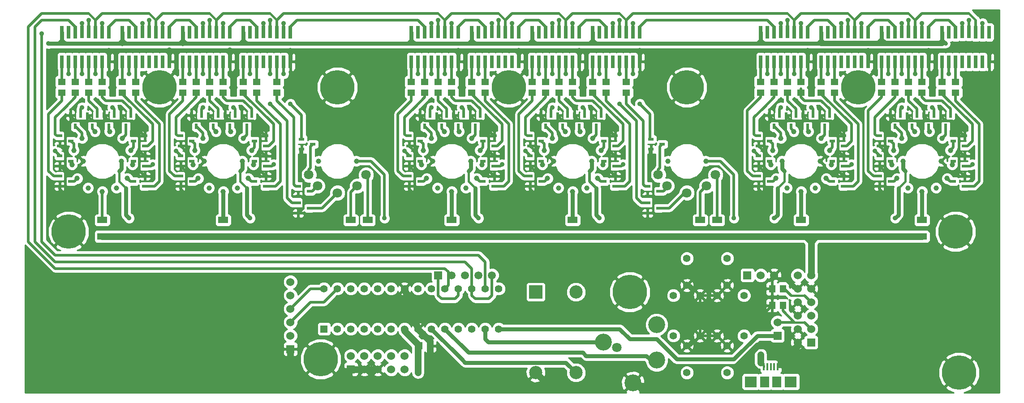
<source format=gtl>
G04 (created by PCBNEW (2013-may-18)-stable) date Fr 12 Dez 2014 14:12:43 CET*
%MOIN*%
G04 Gerber Fmt 3.4, Leading zero omitted, Abs format*
%FSLAX34Y34*%
G01*
G70*
G90*
G04 APERTURE LIST*
%ADD10C,0.00590551*%
%ADD11R,0.06X0.0590551*%
%ADD12C,0.0590551*%
%ADD13C,0.126*%
%ADD14C,0.0708661*%
%ADD15C,0.055*%
%ADD16R,0.0394X0.0236*%
%ADD17R,0.0236X0.0394*%
%ADD18C,0.0393701*%
%ADD19R,0.06X0.06*%
%ADD20C,0.06*%
%ADD21R,0.0984X0.0984*%
%ADD22C,0.0984*%
%ADD23C,0.255906*%
%ADD24R,0.025X0.0964567*%
%ADD25R,0.046063X0.0582677*%
%ADD26R,0.0582677X0.046063*%
%ADD27R,0.0720472X0.0480315*%
%ADD28R,0.0708661X0.0787402*%
%ADD29R,0.0905512X0.0787402*%
%ADD30R,0.015748X0.0551181*%
%ADD31R,0.055X0.055*%
%ADD32C,0.035*%
%ADD33C,0.03*%
%ADD34C,0.02*%
%ADD35C,0.015*%
%ADD36C,0.05*%
%ADD37C,0.04*%
%ADD38C,0.01*%
G04 APERTURE END LIST*
G54D10*
G54D11*
X51000Y-35000D03*
G54D12*
X52000Y-35000D03*
X53000Y-35000D03*
X54000Y-35000D03*
X55000Y-35000D03*
G54D13*
X65486Y-43008D03*
X67258Y-41315D03*
X67258Y-38677D03*
G54D14*
X64305Y-40370D03*
G54D13*
X63281Y-39976D03*
G54D15*
X69500Y-42250D03*
X69500Y-40250D03*
X72500Y-42250D03*
X72500Y-40250D03*
X68500Y-36500D03*
X70500Y-36500D03*
X68500Y-39500D03*
X70500Y-39500D03*
X72500Y-33750D03*
X72500Y-35750D03*
X69500Y-33750D03*
X69500Y-35750D03*
X73750Y-39500D03*
X71750Y-39500D03*
X73750Y-36500D03*
X71750Y-36500D03*
G54D16*
X55166Y-26875D03*
X54334Y-26500D03*
X55166Y-26125D03*
X64166Y-26875D03*
X63334Y-26500D03*
X64166Y-26125D03*
X64166Y-25375D03*
X63334Y-25000D03*
X64166Y-24625D03*
G54D17*
X63125Y-23084D03*
X62750Y-23916D03*
X62375Y-23084D03*
X61875Y-23084D03*
X61500Y-23916D03*
X61125Y-23084D03*
X60625Y-23084D03*
X60250Y-23916D03*
X59875Y-23084D03*
X59375Y-23084D03*
X59000Y-23916D03*
X58625Y-23084D03*
G54D16*
X57834Y-24625D03*
X58666Y-25000D03*
X57834Y-25375D03*
X57834Y-26125D03*
X58666Y-26500D03*
X57834Y-26875D03*
X57834Y-27625D03*
X58666Y-28000D03*
X57834Y-28375D03*
X64166Y-28375D03*
X63334Y-28000D03*
X64166Y-27625D03*
X81166Y-28375D03*
X80334Y-28000D03*
X81166Y-27625D03*
X55166Y-25375D03*
X54334Y-25000D03*
X55166Y-24625D03*
G54D17*
X54125Y-23084D03*
X53750Y-23916D03*
X53375Y-23084D03*
X52875Y-23084D03*
X52500Y-23916D03*
X52125Y-23084D03*
X51625Y-23084D03*
X51250Y-23916D03*
X50875Y-23084D03*
X50375Y-23084D03*
X50000Y-23916D03*
X49625Y-23084D03*
G54D16*
X48834Y-24625D03*
X49666Y-25000D03*
X48834Y-25375D03*
X48834Y-26125D03*
X49666Y-26500D03*
X48834Y-26875D03*
X48834Y-27625D03*
X49666Y-28000D03*
X48834Y-28375D03*
X38166Y-26875D03*
X37334Y-26500D03*
X38166Y-26125D03*
X90166Y-28375D03*
X89334Y-28000D03*
X90166Y-27625D03*
X90166Y-26875D03*
X89334Y-26500D03*
X90166Y-26125D03*
X90166Y-25375D03*
X89334Y-25000D03*
X90166Y-24625D03*
G54D17*
X89125Y-23084D03*
X88750Y-23916D03*
X88375Y-23084D03*
X87875Y-23084D03*
X87500Y-23916D03*
X87125Y-23084D03*
X86625Y-23084D03*
X86250Y-23916D03*
X85875Y-23084D03*
X85375Y-23084D03*
X85000Y-23916D03*
X84625Y-23084D03*
G54D16*
X83834Y-24625D03*
X84666Y-25000D03*
X83834Y-25375D03*
X83834Y-26125D03*
X84666Y-26500D03*
X83834Y-26875D03*
X83834Y-27625D03*
X84666Y-28000D03*
X83834Y-28375D03*
X55166Y-28375D03*
X54334Y-28000D03*
X55166Y-27625D03*
X81166Y-26875D03*
X80334Y-26500D03*
X81166Y-26125D03*
X81166Y-25375D03*
X80334Y-25000D03*
X81166Y-24625D03*
G54D17*
X80125Y-23084D03*
X79750Y-23916D03*
X79375Y-23084D03*
X78875Y-23084D03*
X78500Y-23916D03*
X78125Y-23084D03*
X77625Y-23084D03*
X77250Y-23916D03*
X76875Y-23084D03*
X76375Y-23084D03*
X76000Y-23916D03*
X75625Y-23084D03*
G54D16*
X74834Y-24625D03*
X75666Y-25000D03*
X74834Y-25375D03*
X74834Y-26125D03*
X75666Y-26500D03*
X74834Y-26875D03*
X74834Y-27625D03*
X75666Y-28000D03*
X74834Y-28375D03*
G54D17*
X37125Y-23084D03*
X36750Y-23916D03*
X36375Y-23084D03*
G54D16*
X29166Y-28375D03*
X28334Y-28000D03*
X29166Y-27625D03*
X22834Y-27625D03*
X23666Y-28000D03*
X22834Y-28375D03*
X22834Y-26125D03*
X23666Y-26500D03*
X22834Y-26875D03*
X22834Y-24625D03*
X23666Y-25000D03*
X22834Y-25375D03*
G54D17*
X24375Y-23084D03*
X24000Y-23916D03*
X23625Y-23084D03*
X25625Y-23084D03*
X25250Y-23916D03*
X24875Y-23084D03*
X26875Y-23084D03*
X26500Y-23916D03*
X26125Y-23084D03*
X28125Y-23084D03*
X27750Y-23916D03*
X27375Y-23084D03*
G54D16*
X29166Y-25375D03*
X28334Y-25000D03*
X29166Y-24625D03*
X38166Y-28375D03*
X37334Y-28000D03*
X38166Y-27625D03*
X31834Y-27625D03*
X32666Y-28000D03*
X31834Y-28375D03*
X31834Y-26125D03*
X32666Y-26500D03*
X31834Y-26875D03*
X31834Y-24625D03*
X32666Y-25000D03*
X31834Y-25375D03*
G54D17*
X33375Y-23084D03*
X33000Y-23916D03*
X32625Y-23084D03*
X34625Y-23084D03*
X34250Y-23916D03*
X33875Y-23084D03*
X35875Y-23084D03*
X35500Y-23916D03*
X35125Y-23084D03*
G54D16*
X38166Y-25375D03*
X37334Y-25000D03*
X38166Y-24625D03*
X29166Y-26875D03*
X28334Y-26500D03*
X29166Y-26125D03*
G54D18*
X35000Y-28763D03*
X35000Y-28763D03*
X33948Y-28504D03*
X33137Y-27785D03*
X32752Y-26772D03*
X32883Y-25697D03*
X33498Y-24805D03*
X34458Y-24301D03*
X35541Y-24301D03*
X36501Y-24805D03*
X37116Y-25697D03*
X37247Y-26772D03*
X36862Y-27785D03*
X36051Y-28504D03*
X87000Y-28763D03*
X87000Y-28763D03*
X85948Y-28504D03*
X85137Y-27785D03*
X84752Y-26772D03*
X84883Y-25697D03*
X85498Y-24805D03*
X86458Y-24301D03*
X87541Y-24301D03*
X88501Y-24805D03*
X89116Y-25697D03*
X89247Y-26772D03*
X88862Y-27785D03*
X88051Y-28504D03*
X78000Y-28763D03*
X78000Y-28763D03*
X76948Y-28504D03*
X76137Y-27785D03*
X75752Y-26772D03*
X75883Y-25697D03*
X76498Y-24805D03*
X77458Y-24301D03*
X78541Y-24301D03*
X79501Y-24805D03*
X80116Y-25697D03*
X80247Y-26772D03*
X79862Y-27785D03*
X79051Y-28504D03*
X61000Y-28763D03*
X61000Y-28763D03*
X59948Y-28504D03*
X59137Y-27785D03*
X58752Y-26772D03*
X58883Y-25697D03*
X59498Y-24805D03*
X60458Y-24301D03*
X61541Y-24301D03*
X62501Y-24805D03*
X63116Y-25697D03*
X63247Y-26772D03*
X62862Y-27785D03*
X62051Y-28504D03*
X52000Y-28763D03*
X52000Y-28763D03*
X50948Y-28504D03*
X50137Y-27785D03*
X49752Y-26772D03*
X49883Y-25697D03*
X50498Y-24805D03*
X51458Y-24301D03*
X52541Y-24301D03*
X53501Y-24805D03*
X54116Y-25697D03*
X54247Y-26772D03*
X53862Y-27785D03*
X53051Y-28504D03*
X26000Y-28763D03*
X26000Y-28763D03*
X24948Y-28504D03*
X24137Y-27785D03*
X23752Y-26772D03*
X23883Y-25697D03*
X24498Y-24805D03*
X25458Y-24301D03*
X26541Y-24301D03*
X27501Y-24805D03*
X28116Y-25697D03*
X28247Y-26772D03*
X27862Y-27785D03*
X27051Y-28504D03*
G54D19*
X78750Y-40000D03*
G54D20*
X77750Y-40000D03*
X78750Y-39000D03*
X77750Y-39000D03*
X78750Y-38000D03*
X77750Y-38000D03*
X78750Y-37000D03*
X77750Y-37000D03*
X78750Y-36000D03*
X77750Y-36000D03*
X78750Y-35000D03*
X77750Y-35000D03*
G54D19*
X44500Y-42000D03*
G54D20*
X44500Y-41000D03*
X45500Y-42000D03*
X45500Y-41000D03*
X46500Y-42000D03*
X46500Y-41000D03*
X47500Y-42000D03*
X47500Y-41000D03*
X48500Y-42000D03*
X48500Y-41000D03*
G54D19*
X40000Y-40500D03*
G54D20*
X40000Y-39500D03*
X40000Y-38500D03*
X40000Y-37500D03*
X40000Y-36500D03*
X40000Y-35500D03*
G54D16*
X40584Y-29625D03*
X41416Y-30000D03*
X40584Y-30375D03*
X40584Y-28375D03*
X41416Y-28750D03*
X40584Y-29125D03*
X66584Y-29625D03*
X67416Y-30000D03*
X66584Y-30375D03*
X66584Y-28375D03*
X67416Y-28750D03*
X66584Y-29125D03*
G54D18*
X27417Y-26500D03*
X24582Y-26500D03*
X36417Y-26500D03*
X33582Y-26500D03*
X53417Y-26500D03*
X50582Y-26500D03*
X62417Y-26500D03*
X59582Y-26500D03*
X76582Y-26500D03*
X79417Y-26500D03*
X85582Y-26500D03*
X88417Y-26500D03*
G54D21*
X58250Y-36250D03*
G54D22*
X58250Y-42250D03*
X61250Y-42250D03*
X61250Y-36250D03*
G54D23*
X42250Y-41250D03*
X89750Y-42250D03*
X65250Y-36250D03*
X89500Y-31750D03*
X82250Y-21000D03*
X23500Y-31750D03*
X69500Y-21000D03*
X56250Y-21000D03*
X43500Y-21000D03*
X30250Y-21000D03*
G54D18*
X44917Y-26500D03*
X42082Y-26500D03*
X70917Y-26500D03*
X68082Y-26500D03*
G54D24*
X27500Y-19100D03*
X28000Y-19100D03*
X28500Y-19100D03*
X29000Y-19100D03*
X29500Y-19100D03*
X30000Y-19100D03*
X30500Y-19100D03*
X31000Y-19100D03*
X31000Y-16900D03*
X30500Y-16900D03*
X30000Y-16900D03*
X29500Y-16883D03*
X29000Y-16883D03*
X28500Y-16900D03*
X28000Y-16900D03*
X27500Y-16900D03*
X49000Y-19100D03*
X49500Y-19100D03*
X50000Y-19100D03*
X50500Y-19100D03*
X51000Y-19100D03*
X51500Y-19100D03*
X52000Y-19100D03*
X52500Y-19100D03*
X52500Y-16900D03*
X52000Y-16900D03*
X51500Y-16900D03*
X51000Y-16883D03*
X50500Y-16883D03*
X50000Y-16900D03*
X49500Y-16900D03*
X49000Y-16900D03*
X53500Y-19100D03*
X54000Y-19100D03*
X54500Y-19100D03*
X55000Y-19100D03*
X55500Y-19100D03*
X56000Y-19100D03*
X56500Y-19100D03*
X57000Y-19100D03*
X57000Y-16900D03*
X56500Y-16900D03*
X56000Y-16900D03*
X55500Y-16883D03*
X55000Y-16883D03*
X54500Y-16900D03*
X54000Y-16900D03*
X53500Y-16900D03*
X58000Y-19100D03*
X58500Y-19100D03*
X59000Y-19100D03*
X59500Y-19100D03*
X60000Y-19100D03*
X60500Y-19100D03*
X61000Y-19100D03*
X61500Y-19100D03*
X61500Y-16900D03*
X61000Y-16900D03*
X60500Y-16900D03*
X60000Y-16883D03*
X59500Y-16883D03*
X59000Y-16900D03*
X58500Y-16900D03*
X58000Y-16900D03*
X62500Y-19100D03*
X63000Y-19100D03*
X63500Y-19100D03*
X64000Y-19100D03*
X64500Y-19100D03*
X65000Y-19100D03*
X65500Y-19100D03*
X66000Y-19100D03*
X66000Y-16900D03*
X65500Y-16900D03*
X65000Y-16900D03*
X64500Y-16883D03*
X64000Y-16883D03*
X63500Y-16900D03*
X63000Y-16900D03*
X62500Y-16900D03*
X75000Y-19100D03*
X75500Y-19100D03*
X76000Y-19100D03*
X76500Y-19100D03*
X77000Y-19100D03*
X77500Y-19100D03*
X78000Y-19100D03*
X78500Y-19100D03*
X78500Y-16900D03*
X78000Y-16900D03*
X77500Y-16900D03*
X77000Y-16883D03*
X76500Y-16883D03*
X76000Y-16900D03*
X75500Y-16900D03*
X75000Y-16900D03*
X23000Y-19100D03*
X23500Y-19100D03*
X24000Y-19100D03*
X24500Y-19100D03*
X25000Y-19100D03*
X25500Y-19100D03*
X26000Y-19100D03*
X26500Y-19100D03*
X26500Y-16900D03*
X26000Y-16900D03*
X25500Y-16900D03*
X25000Y-16883D03*
X24500Y-16883D03*
X24000Y-16900D03*
X23500Y-16900D03*
X23000Y-16900D03*
X36500Y-19100D03*
X37000Y-19100D03*
X37500Y-19100D03*
X38000Y-19100D03*
X38500Y-19100D03*
X39000Y-19100D03*
X39500Y-19100D03*
X40000Y-19100D03*
X40000Y-16900D03*
X39500Y-16900D03*
X39000Y-16900D03*
X38500Y-16883D03*
X38000Y-16883D03*
X37500Y-16900D03*
X37000Y-16900D03*
X36500Y-16900D03*
X32000Y-19100D03*
X32500Y-19100D03*
X33000Y-19100D03*
X33500Y-19100D03*
X34000Y-19100D03*
X34500Y-19100D03*
X35000Y-19100D03*
X35500Y-19100D03*
X35500Y-16900D03*
X35000Y-16900D03*
X34500Y-16900D03*
X34000Y-16883D03*
X33500Y-16883D03*
X33000Y-16900D03*
X32500Y-16900D03*
X32000Y-16900D03*
X84000Y-19100D03*
X84500Y-19100D03*
X85000Y-19100D03*
X85500Y-19100D03*
X86000Y-19100D03*
X86500Y-19100D03*
X87000Y-19100D03*
X87500Y-19100D03*
X87500Y-16900D03*
X87000Y-16900D03*
X86500Y-16900D03*
X86000Y-16883D03*
X85500Y-16883D03*
X85000Y-16900D03*
X84500Y-16900D03*
X84000Y-16900D03*
X79500Y-19100D03*
X80000Y-19100D03*
X80500Y-19100D03*
X81000Y-19100D03*
X81500Y-19100D03*
X82000Y-19100D03*
X82500Y-19100D03*
X83000Y-19100D03*
X83000Y-16900D03*
X82500Y-16900D03*
X82000Y-16900D03*
X81500Y-16883D03*
X81000Y-16883D03*
X80500Y-16900D03*
X80000Y-16900D03*
X79500Y-16900D03*
X88500Y-19100D03*
X89000Y-19100D03*
X89500Y-19100D03*
X90000Y-19100D03*
X90500Y-19100D03*
X91000Y-19100D03*
X91500Y-19100D03*
X92000Y-19100D03*
X92000Y-16900D03*
X91500Y-16900D03*
X91000Y-16900D03*
X90500Y-16883D03*
X90000Y-16883D03*
X89500Y-16900D03*
X89000Y-16900D03*
X88500Y-16900D03*
G54D16*
X40834Y-24875D03*
X41666Y-25250D03*
X40834Y-25625D03*
X66834Y-24875D03*
X67666Y-25250D03*
X66834Y-25625D03*
G54D25*
X76655Y-37250D03*
X75844Y-37250D03*
X76655Y-36000D03*
X75844Y-36000D03*
G54D26*
X85000Y-20594D03*
X85000Y-21405D03*
X84000Y-20594D03*
X84000Y-21405D03*
X89500Y-20594D03*
X89500Y-21405D03*
X79500Y-20594D03*
X79500Y-21405D03*
X78000Y-20594D03*
X78000Y-21405D03*
X77000Y-20594D03*
X77000Y-21405D03*
X86000Y-20594D03*
X86000Y-21405D03*
X28500Y-20594D03*
X28500Y-21405D03*
X23000Y-20594D03*
X23000Y-21405D03*
X24000Y-20594D03*
X24000Y-21405D03*
X88500Y-20594D03*
X88500Y-21405D03*
X87000Y-20594D03*
X87000Y-21405D03*
X75000Y-20594D03*
X75000Y-21405D03*
X54500Y-20594D03*
X54500Y-21405D03*
X49000Y-20594D03*
X49000Y-21405D03*
X50000Y-20594D03*
X50000Y-21405D03*
X52000Y-20594D03*
X52000Y-21405D03*
X76000Y-20594D03*
X76000Y-21405D03*
X51000Y-20594D03*
X51000Y-21405D03*
X80500Y-20594D03*
X80500Y-21405D03*
X62500Y-20594D03*
X62500Y-21405D03*
X61000Y-20594D03*
X61000Y-21405D03*
X60000Y-20594D03*
X60000Y-21405D03*
X59000Y-20594D03*
X59000Y-21405D03*
X58000Y-20594D03*
X58000Y-21405D03*
X63500Y-20594D03*
X63500Y-21405D03*
X53500Y-20594D03*
X53500Y-21405D03*
X35000Y-20594D03*
X35000Y-21405D03*
X25000Y-20594D03*
X25000Y-21405D03*
X26000Y-20594D03*
X26000Y-21405D03*
X27500Y-20594D03*
X27500Y-21405D03*
X37500Y-20594D03*
X37500Y-21405D03*
X32000Y-20594D03*
X32000Y-21405D03*
X36500Y-20594D03*
X36500Y-21405D03*
X34000Y-20594D03*
X34000Y-21405D03*
X33000Y-20594D03*
X33000Y-21405D03*
X39000Y-20594D03*
X39000Y-21405D03*
X65000Y-20594D03*
X65000Y-21405D03*
G54D25*
X49594Y-40250D03*
X50405Y-40250D03*
G54D19*
X76250Y-39500D03*
G54D20*
X76250Y-38500D03*
G54D19*
X74000Y-35000D03*
G54D20*
X75000Y-35000D03*
X76000Y-35000D03*
G54D27*
X26000Y-30887D03*
X26000Y-32112D03*
X35000Y-30887D03*
X35000Y-32112D03*
X52000Y-30887D03*
X52000Y-32112D03*
X61000Y-30887D03*
X61000Y-32112D03*
X78000Y-30887D03*
X78000Y-32112D03*
X87000Y-30887D03*
X87000Y-32112D03*
X45750Y-30887D03*
X45750Y-32112D03*
X44500Y-30887D03*
X44500Y-32112D03*
X71750Y-30887D03*
X71750Y-32112D03*
X70500Y-30887D03*
X70500Y-32112D03*
G54D14*
X68027Y-28346D03*
X70972Y-28346D03*
X71628Y-27524D03*
X67371Y-27524D03*
X69500Y-28862D03*
X42027Y-28346D03*
X44972Y-28346D03*
X45628Y-27524D03*
X41371Y-27524D03*
X43500Y-28862D03*
G54D28*
X75297Y-42930D03*
X76202Y-42930D03*
G54D29*
X77226Y-42930D03*
G54D30*
X75238Y-41807D03*
X75494Y-41807D03*
X75750Y-41807D03*
X76005Y-41807D03*
X76261Y-41807D03*
G54D29*
X74273Y-42930D03*
G54D15*
X43500Y-39000D03*
X44500Y-39000D03*
X45500Y-39000D03*
X46500Y-39000D03*
X47500Y-39000D03*
X48500Y-39000D03*
X49500Y-39000D03*
X50500Y-39000D03*
X51500Y-39000D03*
X52500Y-39000D03*
X53500Y-39000D03*
X54500Y-39000D03*
X55500Y-39000D03*
G54D31*
X42500Y-39000D03*
G54D15*
X55500Y-36000D03*
X54500Y-36000D03*
X53500Y-36000D03*
X52500Y-36000D03*
X51500Y-36000D03*
X50500Y-36000D03*
X49500Y-36000D03*
X48500Y-36000D03*
X47500Y-36000D03*
X46500Y-36000D03*
X45500Y-36000D03*
X44500Y-36000D03*
X43500Y-36000D03*
X42500Y-36000D03*
G54D32*
X41000Y-26500D03*
X67000Y-26500D03*
X22250Y-18500D03*
X52500Y-18250D03*
X57000Y-18250D03*
X61500Y-18250D03*
X66000Y-18250D03*
X78500Y-18250D03*
X83000Y-18250D03*
X87500Y-18250D03*
X92000Y-18250D03*
X40000Y-18250D03*
X35500Y-18250D03*
X31000Y-18250D03*
X26500Y-18250D03*
X28000Y-43250D03*
X21750Y-34750D03*
X23250Y-29000D03*
X84250Y-29000D03*
X75250Y-29000D03*
X32250Y-29000D03*
X49250Y-29000D03*
X58250Y-29000D03*
X33500Y-16250D03*
X30500Y-16250D03*
X60500Y-20000D03*
X59500Y-20000D03*
X58500Y-20000D03*
X49500Y-20000D03*
X39500Y-20000D03*
X24500Y-16250D03*
X51500Y-20000D03*
X50500Y-20000D03*
X26000Y-16250D03*
X80000Y-20000D03*
X85500Y-20000D03*
X84500Y-20000D03*
X91500Y-16250D03*
X65500Y-20000D03*
X64500Y-20000D03*
X63000Y-20000D03*
X85500Y-16250D03*
X77500Y-20000D03*
X76500Y-20000D03*
X75500Y-20000D03*
X87000Y-16250D03*
X81000Y-16250D03*
X82500Y-16250D03*
X66000Y-22250D03*
X76500Y-16250D03*
X40000Y-22250D03*
X38500Y-22250D03*
X64500Y-22250D03*
X78000Y-16250D03*
X50500Y-22500D03*
X48500Y-25750D03*
X56500Y-16250D03*
X64000Y-16250D03*
X52750Y-22500D03*
X65500Y-16250D03*
X59500Y-22500D03*
X61750Y-22500D03*
X57500Y-25750D03*
X59500Y-16250D03*
X55750Y-26750D03*
X64750Y-26750D03*
X61000Y-16250D03*
X90750Y-26750D03*
X81750Y-26750D03*
X38750Y-26750D03*
X89000Y-20000D03*
X87750Y-22500D03*
X74500Y-25750D03*
X76500Y-22500D03*
X85500Y-22500D03*
X38500Y-20000D03*
X83500Y-25750D03*
X78750Y-22500D03*
X28000Y-20000D03*
X33500Y-20000D03*
X32500Y-20000D03*
X85000Y-30750D03*
X76000Y-30750D03*
X63000Y-30750D03*
X54000Y-30750D03*
X37000Y-20000D03*
X34500Y-20000D03*
X37000Y-30750D03*
X28000Y-30750D03*
X25500Y-20000D03*
X24500Y-20000D03*
X23500Y-20000D03*
X50500Y-16250D03*
X90000Y-16250D03*
X52000Y-16250D03*
X24500Y-22500D03*
X22500Y-25750D03*
X26750Y-22500D03*
X33500Y-22500D03*
X29750Y-26750D03*
X38000Y-16250D03*
X35750Y-22500D03*
X31500Y-25750D03*
X39500Y-16250D03*
X47000Y-30750D03*
X73000Y-30750D03*
X55000Y-16250D03*
X35000Y-16250D03*
X86500Y-20000D03*
X29000Y-16250D03*
X54000Y-20000D03*
X21500Y-17000D03*
X77000Y-16000D03*
X25000Y-16000D03*
X29500Y-16000D03*
X34000Y-16000D03*
X38500Y-16000D03*
X51000Y-16000D03*
X55500Y-16000D03*
X90500Y-16000D03*
X60000Y-16000D03*
X64500Y-16000D03*
X81500Y-16000D03*
X86000Y-16000D03*
X49500Y-42250D03*
X22000Y-17750D03*
X75000Y-40900D03*
X23000Y-17750D03*
X84000Y-17750D03*
X88500Y-17750D03*
X49000Y-17750D03*
X53500Y-17750D03*
X58000Y-17750D03*
X62500Y-17750D03*
X75000Y-17750D03*
X79500Y-17750D03*
X36500Y-17750D03*
X32000Y-17750D03*
X27500Y-17750D03*
G54D33*
X52750Y-41250D02*
X53000Y-41500D01*
X50500Y-39000D02*
X52750Y-41250D01*
X60500Y-41500D02*
X61250Y-42250D01*
X53000Y-41500D02*
X60500Y-41500D01*
X54500Y-39000D02*
X54500Y-39750D01*
X54726Y-39976D02*
X63281Y-39976D01*
X54500Y-39750D02*
X54726Y-39976D01*
X51500Y-39000D02*
X53250Y-40750D01*
X67258Y-41315D02*
X66815Y-41315D01*
X61750Y-40750D02*
X53250Y-40750D01*
X62000Y-41000D02*
X61750Y-40750D01*
X66500Y-41000D02*
X62000Y-41000D01*
X66815Y-41315D02*
X66500Y-41000D01*
G54D34*
X76655Y-37250D02*
X76655Y-37655D01*
X76655Y-37655D02*
X77500Y-38500D01*
X78750Y-39000D02*
X78250Y-38500D01*
G54D35*
X78250Y-38500D02*
X77500Y-38500D01*
G54D34*
X77500Y-38500D02*
X76250Y-38500D01*
G54D35*
X67000Y-29250D02*
X67000Y-28000D01*
G54D34*
X66750Y-27750D02*
X66750Y-26750D01*
G54D35*
X67000Y-28000D02*
X66750Y-27750D01*
X40959Y-29291D02*
X40959Y-27959D01*
G54D34*
X40750Y-27750D02*
X40750Y-26750D01*
G54D35*
X40959Y-27959D02*
X40750Y-27750D01*
G54D36*
X46500Y-42000D02*
X45500Y-42000D01*
X45500Y-42000D02*
X44500Y-42000D01*
X44500Y-42000D02*
X43250Y-43250D01*
X43250Y-43250D02*
X43500Y-43250D01*
X40000Y-40500D02*
X40000Y-42000D01*
X40000Y-42000D02*
X41250Y-43250D01*
X50405Y-40250D02*
X50405Y-42155D01*
X50405Y-42155D02*
X51500Y-43250D01*
X50405Y-40250D02*
X50405Y-39905D01*
X50405Y-39905D02*
X49500Y-39000D01*
G54D35*
X76261Y-41807D02*
X76261Y-41738D01*
G54D36*
X76500Y-41500D02*
X76500Y-41011D01*
G54D35*
X76261Y-41738D02*
X76500Y-41500D01*
G54D36*
X76500Y-41011D02*
X76500Y-41100D01*
X76500Y-41100D02*
X76500Y-41011D01*
G54D34*
X41000Y-26500D02*
X40750Y-26750D01*
X73250Y-38000D02*
X75094Y-38000D01*
X75094Y-38000D02*
X75844Y-37250D01*
X76000Y-35000D02*
X76250Y-35250D01*
X75844Y-35405D02*
X75844Y-35155D01*
X75844Y-35155D02*
X76000Y-35000D01*
X75844Y-36000D02*
X75844Y-37250D01*
X77750Y-36000D02*
X77500Y-36000D01*
X77500Y-36000D02*
X76750Y-35250D01*
X76750Y-35250D02*
X76250Y-35250D01*
X75844Y-35405D02*
X75844Y-36000D01*
X76000Y-35250D02*
X75844Y-35405D01*
X76250Y-35250D02*
X76000Y-35250D01*
X66750Y-25750D02*
X66750Y-25709D01*
X66750Y-25709D02*
X66834Y-25625D01*
X66750Y-26750D02*
X66750Y-25750D01*
X67000Y-26500D02*
X66750Y-26750D01*
X66584Y-30375D02*
X66875Y-30375D01*
X66875Y-29125D02*
X66584Y-29125D01*
G54D35*
X67000Y-29250D02*
X66875Y-29125D01*
X67000Y-30250D02*
X67000Y-29250D01*
X66875Y-30375D02*
X67000Y-30250D01*
X40750Y-25709D02*
X40834Y-25625D01*
G54D34*
X40750Y-26750D02*
X40750Y-25709D01*
X40584Y-30375D02*
X40959Y-30000D01*
X40793Y-29125D02*
X40584Y-29125D01*
X40959Y-29291D02*
X40793Y-29125D01*
G54D35*
X40959Y-30000D02*
X40959Y-29291D01*
G54D33*
X22750Y-18250D02*
X22500Y-18250D01*
X22500Y-18250D02*
X22250Y-18500D01*
X22750Y-18250D02*
X26500Y-18250D01*
X92000Y-18500D02*
X92250Y-18250D01*
X92250Y-18250D02*
X92000Y-18250D01*
X91750Y-18250D02*
X92000Y-18500D01*
X92000Y-18500D02*
X92000Y-19100D01*
X87750Y-18250D02*
X87500Y-18500D01*
X87250Y-18250D02*
X87500Y-18500D01*
X87500Y-18500D02*
X87500Y-19100D01*
X83000Y-18500D02*
X83250Y-18250D01*
X82750Y-18250D02*
X83000Y-18500D01*
X83000Y-18500D02*
X83000Y-19100D01*
X78750Y-18250D02*
X78500Y-18500D01*
X78250Y-18250D02*
X78500Y-18500D01*
X78500Y-18500D02*
X78500Y-19100D01*
X66250Y-18250D02*
X66000Y-18500D01*
X65750Y-18250D02*
X66000Y-18500D01*
X66000Y-18500D02*
X66000Y-19100D01*
X57000Y-18500D02*
X57250Y-18250D01*
X52750Y-18250D02*
X52500Y-18500D01*
X52250Y-18250D02*
X52500Y-18500D01*
X52500Y-18500D02*
X52500Y-19100D01*
X40250Y-18250D02*
X40000Y-18500D01*
X39750Y-18250D02*
X40000Y-18500D01*
X40000Y-18500D02*
X40000Y-19100D01*
X35750Y-18250D02*
X35500Y-18500D01*
X35250Y-18250D02*
X35500Y-18500D01*
X35500Y-18500D02*
X35500Y-19100D01*
X31250Y-18250D02*
X31000Y-18500D01*
X30750Y-18250D02*
X31000Y-18500D01*
X31000Y-18500D02*
X31000Y-19100D01*
X26500Y-18500D02*
X26750Y-18250D01*
X26250Y-18250D02*
X26500Y-18500D01*
X26500Y-18250D02*
X26250Y-18250D01*
X26500Y-18500D02*
X26500Y-19100D01*
X56750Y-18250D02*
X57000Y-18500D01*
X57000Y-18500D02*
X57000Y-19100D01*
X61750Y-18250D02*
X61500Y-18500D01*
X61250Y-18250D02*
X61500Y-18500D01*
X61500Y-18500D02*
X61500Y-19100D01*
X26500Y-18250D02*
X26750Y-18250D01*
X26750Y-18250D02*
X30750Y-18250D01*
X30750Y-18250D02*
X31000Y-18250D01*
X31000Y-18250D02*
X31250Y-18250D01*
X31250Y-18250D02*
X35250Y-18250D01*
X35250Y-18250D02*
X35500Y-18250D01*
X35500Y-18250D02*
X35750Y-18250D01*
X35750Y-18250D02*
X39750Y-18250D01*
X39750Y-18250D02*
X40000Y-18250D01*
X40000Y-18250D02*
X40250Y-18250D01*
X40250Y-18250D02*
X52250Y-18250D01*
X52250Y-18250D02*
X52500Y-18250D01*
X52500Y-18250D02*
X52750Y-18250D01*
X52750Y-18250D02*
X56750Y-18250D01*
X56750Y-18250D02*
X57000Y-18250D01*
X57000Y-18250D02*
X57250Y-18250D01*
X57250Y-18250D02*
X61250Y-18250D01*
X61250Y-18250D02*
X61500Y-18250D01*
X61500Y-18250D02*
X61750Y-18250D01*
X61750Y-18250D02*
X65750Y-18250D01*
X65750Y-18250D02*
X66000Y-18250D01*
X66000Y-18250D02*
X66250Y-18250D01*
X66250Y-18250D02*
X78250Y-18250D01*
X78250Y-18250D02*
X78500Y-18250D01*
X78500Y-18250D02*
X78750Y-18250D01*
X78750Y-18250D02*
X82750Y-18250D01*
X82750Y-18250D02*
X83000Y-18250D01*
X83000Y-18250D02*
X83250Y-18250D01*
X83250Y-18250D02*
X87250Y-18250D01*
X87250Y-18250D02*
X87500Y-18250D01*
X87500Y-18250D02*
X87750Y-18250D01*
X87750Y-18250D02*
X91750Y-18250D01*
X91750Y-18250D02*
X92000Y-18250D01*
G54D37*
X35500Y-18250D02*
X35500Y-18250D01*
X35500Y-18250D02*
X35500Y-18250D01*
X31000Y-18250D02*
X31000Y-18250D01*
X31000Y-18250D02*
X31000Y-18250D01*
G54D35*
X34250Y-23500D02*
X34250Y-23459D01*
X34250Y-23459D02*
X33875Y-23084D01*
G54D36*
X29000Y-43250D02*
X28000Y-43250D01*
X73250Y-41750D02*
X74750Y-40250D01*
X73250Y-41750D02*
X73250Y-42750D01*
X73250Y-42750D02*
X72750Y-43250D01*
X67500Y-43250D02*
X72750Y-43250D01*
X75500Y-40250D02*
X76261Y-41011D01*
X74750Y-40250D02*
X75500Y-40250D01*
X76261Y-41011D02*
X76500Y-41011D01*
X76500Y-41011D02*
X76989Y-41011D01*
X76989Y-41011D02*
X77250Y-40750D01*
X77250Y-40750D02*
X77750Y-40250D01*
X77750Y-40250D02*
X77750Y-40000D01*
X76250Y-41000D02*
X76261Y-41011D01*
G54D33*
X76261Y-41011D02*
X76250Y-41000D01*
G54D36*
X21750Y-34750D02*
X21750Y-36000D01*
X21750Y-36000D02*
X29000Y-43250D01*
X33000Y-43250D02*
X33250Y-43250D01*
X30250Y-43250D02*
X33000Y-43250D01*
X33250Y-43250D02*
X41250Y-43250D01*
X41250Y-43250D02*
X42000Y-43250D01*
X30250Y-43250D02*
X29750Y-43250D01*
X29000Y-43250D02*
X29750Y-43250D01*
X58250Y-42250D02*
X59250Y-43250D01*
X67500Y-43250D02*
X65728Y-43250D01*
X65728Y-43250D02*
X65486Y-43008D01*
X63500Y-43250D02*
X59250Y-43250D01*
X59250Y-43250D02*
X51500Y-43250D01*
X51500Y-43250D02*
X50750Y-43250D01*
X50750Y-43250D02*
X43500Y-43250D01*
X43500Y-43250D02*
X42000Y-43250D01*
X65000Y-41750D02*
X63500Y-43250D01*
X66000Y-41750D02*
X65000Y-41750D01*
X67500Y-43250D02*
X66000Y-41750D01*
G54D34*
X84625Y-23084D02*
X84625Y-23125D01*
X84625Y-23125D02*
X85000Y-23500D01*
X85875Y-23084D02*
X85875Y-23125D01*
X85875Y-23125D02*
X86250Y-23500D01*
X87125Y-23084D02*
X87125Y-23125D01*
X87125Y-23125D02*
X87500Y-23500D01*
X88375Y-23084D02*
X88375Y-23125D01*
X88375Y-23125D02*
X88750Y-23500D01*
X90166Y-24625D02*
X90125Y-24625D01*
X90125Y-24625D02*
X89750Y-24250D01*
X90166Y-26125D02*
X90125Y-26125D01*
X90125Y-26125D02*
X89750Y-25750D01*
X84250Y-25791D02*
X84250Y-24000D01*
X89750Y-27209D02*
X90166Y-27625D01*
X89750Y-24000D02*
X89750Y-24250D01*
X89750Y-24250D02*
X89750Y-25750D01*
X89750Y-25750D02*
X89750Y-27209D01*
X89250Y-23500D02*
X89750Y-24000D01*
X84750Y-23500D02*
X85000Y-23500D01*
X85000Y-23500D02*
X86250Y-23500D01*
X86250Y-23500D02*
X87500Y-23500D01*
X87500Y-23500D02*
X88750Y-23500D01*
X88750Y-23500D02*
X89250Y-23500D01*
X84250Y-24000D02*
X84750Y-23500D01*
X84250Y-27291D02*
X84250Y-25791D01*
X84250Y-25791D02*
X83834Y-25375D01*
X84250Y-29000D02*
X84250Y-27291D01*
X84250Y-27291D02*
X83834Y-26875D01*
X83834Y-28584D02*
X83834Y-28375D01*
X84250Y-29000D02*
X83834Y-28584D01*
X75625Y-23084D02*
X75625Y-23125D01*
X75625Y-23125D02*
X76000Y-23500D01*
X76875Y-23084D02*
X76875Y-23125D01*
X76875Y-23125D02*
X77250Y-23500D01*
X78125Y-23084D02*
X78125Y-23125D01*
X78125Y-23125D02*
X78500Y-23500D01*
X79375Y-23084D02*
X79375Y-23125D01*
X79375Y-23125D02*
X79750Y-23500D01*
X81166Y-24625D02*
X81125Y-24625D01*
X81125Y-24625D02*
X80750Y-24250D01*
X81166Y-26125D02*
X81125Y-26125D01*
X81125Y-26125D02*
X80750Y-25750D01*
X75250Y-25750D02*
X75250Y-24000D01*
X80750Y-27209D02*
X81166Y-27625D01*
X80750Y-24000D02*
X80750Y-24250D01*
X80750Y-24250D02*
X80750Y-25750D01*
X80750Y-25750D02*
X80750Y-27209D01*
X80250Y-23500D02*
X80750Y-24000D01*
X75750Y-23500D02*
X76000Y-23500D01*
X76000Y-23500D02*
X77250Y-23500D01*
X77250Y-23500D02*
X78500Y-23500D01*
X78500Y-23500D02*
X79750Y-23500D01*
X79750Y-23500D02*
X80250Y-23500D01*
X75250Y-24000D02*
X75750Y-23500D01*
X75250Y-27291D02*
X75250Y-25750D01*
X75250Y-25750D02*
X75250Y-25791D01*
X75250Y-25791D02*
X74834Y-25375D01*
X75250Y-29000D02*
X75250Y-27291D01*
X75250Y-27291D02*
X74834Y-26875D01*
X74834Y-28584D02*
X74834Y-28375D01*
X75250Y-29000D02*
X74834Y-28584D01*
X23625Y-23084D02*
X23625Y-23125D01*
X23625Y-23125D02*
X24000Y-23500D01*
X22834Y-28375D02*
X22834Y-28584D01*
X22834Y-28584D02*
X23250Y-29000D01*
X24875Y-23084D02*
X24875Y-23125D01*
X24875Y-23125D02*
X25250Y-23500D01*
X26125Y-23084D02*
X26125Y-23125D01*
X26125Y-23125D02*
X26500Y-23500D01*
X27375Y-23084D02*
X27375Y-23125D01*
X27375Y-23125D02*
X27750Y-23500D01*
X29166Y-24625D02*
X29125Y-24625D01*
X29125Y-24625D02*
X28750Y-24250D01*
X29166Y-26125D02*
X29125Y-26125D01*
X29125Y-26125D02*
X28750Y-25750D01*
X23250Y-25750D02*
X23250Y-24000D01*
X28750Y-27209D02*
X29166Y-27625D01*
X28750Y-24000D02*
X28750Y-24250D01*
X28750Y-24250D02*
X28750Y-25750D01*
X28750Y-25750D02*
X28750Y-27209D01*
X28250Y-23500D02*
X28750Y-24000D01*
X23750Y-23500D02*
X24000Y-23500D01*
X24000Y-23500D02*
X25250Y-23500D01*
X25250Y-23500D02*
X26500Y-23500D01*
X26500Y-23500D02*
X27750Y-23500D01*
X27750Y-23500D02*
X28250Y-23500D01*
X23250Y-24000D02*
X23750Y-23500D01*
X32625Y-23084D02*
X32625Y-23125D01*
X32625Y-23125D02*
X33000Y-23500D01*
X35125Y-23084D02*
X35125Y-23125D01*
X35125Y-23125D02*
X35500Y-23500D01*
X36375Y-23084D02*
X36375Y-23125D01*
X36375Y-23125D02*
X36750Y-23500D01*
X38166Y-24625D02*
X38125Y-24625D01*
X38125Y-24625D02*
X37750Y-24250D01*
X38166Y-26125D02*
X38125Y-26125D01*
X38125Y-26125D02*
X37750Y-25750D01*
X32250Y-25770D02*
X32250Y-24000D01*
X37750Y-27209D02*
X38166Y-27625D01*
X37750Y-24000D02*
X37750Y-24250D01*
X37750Y-24250D02*
X37750Y-25750D01*
X37750Y-25750D02*
X37750Y-27209D01*
X37250Y-23500D02*
X37750Y-24000D01*
X32750Y-23500D02*
X33000Y-23500D01*
X33000Y-23500D02*
X34250Y-23500D01*
X34250Y-23500D02*
X35500Y-23500D01*
X35500Y-23500D02*
X36750Y-23500D01*
X36750Y-23500D02*
X37250Y-23500D01*
X32250Y-24000D02*
X32750Y-23500D01*
X32250Y-27291D02*
X32250Y-25770D01*
X32250Y-25770D02*
X32250Y-25791D01*
X32250Y-25791D02*
X31834Y-25375D01*
X32250Y-29000D02*
X32250Y-27291D01*
X32250Y-27291D02*
X31834Y-26875D01*
X31834Y-28584D02*
X31834Y-28375D01*
X32250Y-29000D02*
X31834Y-28584D01*
X23250Y-27250D02*
X23250Y-25750D01*
X22875Y-25375D02*
X22834Y-25375D01*
X23250Y-25750D02*
X22875Y-25375D01*
X22875Y-26875D02*
X22834Y-26875D01*
X23250Y-27250D02*
X22875Y-26875D01*
X23250Y-29000D02*
X23250Y-27250D01*
G54D36*
X48507Y-35992D02*
X48500Y-36000D01*
X48500Y-36000D02*
X49500Y-39000D01*
G54D34*
X73350Y-38100D02*
X73250Y-38000D01*
X73250Y-38000D02*
X71750Y-36500D01*
X73150Y-38100D02*
X71750Y-39500D01*
X73250Y-38100D02*
X73150Y-38100D01*
X70500Y-39500D02*
X70500Y-36500D01*
X69500Y-40250D02*
X69750Y-40250D01*
X69750Y-40250D02*
X70500Y-39500D01*
X70500Y-39500D02*
X71750Y-39500D01*
X71750Y-39500D02*
X72500Y-40250D01*
X69500Y-35750D02*
X69750Y-35750D01*
X69750Y-35750D02*
X70500Y-36500D01*
X70500Y-36500D02*
X71750Y-36500D01*
X71750Y-36500D02*
X72500Y-35750D01*
X49250Y-25791D02*
X49250Y-24000D01*
X49250Y-24000D02*
X49875Y-23375D01*
X49250Y-27291D02*
X49250Y-25791D01*
X49250Y-25791D02*
X48834Y-25375D01*
X49250Y-29000D02*
X49250Y-27291D01*
X49250Y-27291D02*
X48834Y-26875D01*
X48834Y-28584D02*
X48834Y-28375D01*
X49250Y-29000D02*
X48834Y-28584D01*
X50875Y-23084D02*
X50875Y-23125D01*
X50875Y-23125D02*
X51250Y-23500D01*
X49625Y-23084D02*
X49625Y-23125D01*
X49625Y-23125D02*
X49875Y-23375D01*
X49875Y-23375D02*
X50000Y-23500D01*
X50000Y-23500D02*
X51250Y-23500D01*
X53375Y-23084D02*
X53375Y-23125D01*
X53375Y-23125D02*
X53750Y-23500D01*
X55166Y-24625D02*
X55125Y-24625D01*
X55125Y-24625D02*
X54750Y-24250D01*
X55166Y-26125D02*
X55125Y-26125D01*
X55125Y-26125D02*
X54750Y-25750D01*
X53750Y-23500D02*
X54250Y-23500D01*
X54750Y-27209D02*
X55166Y-27625D01*
X54750Y-24000D02*
X54750Y-24250D01*
X54750Y-24250D02*
X54750Y-25750D01*
X54750Y-25750D02*
X54750Y-27209D01*
X54250Y-23500D02*
X54750Y-24000D01*
X52125Y-23084D02*
X52125Y-23125D01*
X52125Y-23125D02*
X52500Y-23500D01*
X51250Y-23500D02*
X52500Y-23500D01*
X52500Y-23500D02*
X53750Y-23500D01*
X58625Y-23084D02*
X58625Y-23125D01*
X58625Y-23125D02*
X59000Y-23500D01*
X59875Y-23084D02*
X59875Y-23125D01*
X59875Y-23125D02*
X60250Y-23500D01*
X61125Y-23084D02*
X61125Y-23125D01*
X61125Y-23125D02*
X61500Y-23500D01*
X62375Y-23084D02*
X62375Y-23125D01*
X62375Y-23125D02*
X62750Y-23500D01*
X64166Y-24625D02*
X64125Y-24625D01*
X64125Y-24625D02*
X63750Y-24250D01*
X64166Y-26125D02*
X64125Y-26125D01*
X64125Y-26125D02*
X63750Y-25750D01*
X58750Y-23500D02*
X59000Y-23500D01*
X59000Y-23500D02*
X60250Y-23500D01*
X60250Y-23500D02*
X61500Y-23500D01*
X61500Y-23500D02*
X62750Y-23500D01*
X62750Y-23500D02*
X63250Y-23500D01*
X58250Y-24000D02*
X58750Y-23500D01*
X58250Y-25791D02*
X58250Y-24000D01*
X63750Y-27209D02*
X64166Y-27625D01*
X63750Y-24000D02*
X63750Y-24250D01*
X63750Y-24250D02*
X63750Y-25750D01*
X63750Y-25750D02*
X63750Y-27209D01*
X63250Y-23500D02*
X63750Y-24000D01*
X58250Y-27291D02*
X58250Y-25791D01*
X58250Y-25791D02*
X57834Y-25375D01*
X58250Y-29000D02*
X58250Y-27291D01*
X58250Y-27291D02*
X57834Y-26875D01*
X57834Y-28584D02*
X57834Y-28375D01*
X58250Y-29000D02*
X57834Y-28584D01*
G54D36*
X79000Y-32112D02*
X79000Y-32250D01*
X79000Y-32250D02*
X78750Y-32500D01*
X78500Y-32112D02*
X78500Y-32250D01*
X78500Y-32250D02*
X78750Y-32500D01*
X78750Y-32500D02*
X78750Y-35000D01*
X87000Y-32112D02*
X80250Y-32112D01*
X80250Y-32112D02*
X79000Y-32112D01*
X79000Y-32112D02*
X78500Y-32112D01*
X78500Y-32112D02*
X78000Y-32112D01*
X78000Y-32112D02*
X76112Y-32112D01*
X76112Y-32112D02*
X71750Y-32112D01*
X71750Y-32112D02*
X70500Y-32112D01*
X70500Y-32112D02*
X61000Y-32112D01*
X61000Y-32112D02*
X52000Y-32112D01*
X52000Y-32112D02*
X45750Y-32112D01*
X45750Y-32112D02*
X44500Y-32112D01*
X44500Y-32112D02*
X35000Y-32112D01*
X35000Y-32112D02*
X26000Y-32112D01*
G54D34*
X26000Y-28763D02*
X26000Y-30850D01*
X26000Y-28763D02*
X26000Y-30850D01*
X26000Y-28763D02*
X26000Y-30850D01*
X26000Y-28763D02*
X26000Y-30850D01*
G54D33*
X35000Y-28763D02*
X35000Y-30850D01*
X52000Y-30850D02*
X52000Y-28763D01*
X61000Y-30850D02*
X61000Y-28763D01*
X78000Y-30850D02*
X78000Y-28763D01*
X87000Y-30850D02*
X87000Y-28763D01*
G54D34*
X45750Y-30887D02*
X45750Y-27646D01*
X45750Y-27646D02*
X45628Y-27524D01*
X44500Y-30887D02*
X44500Y-28819D01*
X44500Y-28819D02*
X44972Y-28346D01*
X71750Y-30887D02*
X71750Y-27646D01*
X71750Y-27646D02*
X71628Y-27524D01*
X70500Y-30887D02*
X70500Y-28819D01*
X70500Y-28819D02*
X70972Y-28346D01*
X51000Y-35000D02*
X51000Y-36500D01*
X52500Y-36500D02*
X52500Y-36000D01*
X52250Y-36750D02*
X52500Y-36500D01*
X51250Y-36750D02*
X52250Y-36750D01*
X51000Y-36500D02*
X51250Y-36750D01*
X53500Y-36000D02*
X53500Y-35500D01*
X22500Y-34000D02*
X21000Y-32500D01*
X21000Y-32500D02*
X21000Y-17750D01*
X53000Y-34000D02*
X53500Y-34500D01*
X21500Y-16000D02*
X21000Y-16500D01*
X21000Y-16500D02*
X21000Y-17750D01*
X23500Y-16000D02*
X24000Y-16500D01*
X24000Y-16500D02*
X24000Y-16900D01*
X23500Y-16000D02*
X21500Y-16000D01*
X53000Y-34000D02*
X22500Y-34000D01*
X53500Y-35500D02*
X53500Y-34500D01*
X53500Y-36000D02*
X53500Y-36500D01*
X55000Y-36500D02*
X55000Y-35000D01*
X54750Y-36750D02*
X55000Y-36500D01*
X53750Y-36750D02*
X54750Y-36750D01*
X53500Y-36500D02*
X53750Y-36750D01*
G54D35*
X33500Y-16250D02*
X33500Y-16900D01*
G54D34*
X30500Y-16250D02*
X30500Y-16900D01*
X60500Y-19100D02*
X60500Y-20000D01*
X60000Y-19100D02*
X60000Y-20625D01*
X59500Y-19100D02*
X59500Y-20000D01*
X59000Y-19100D02*
X59000Y-20625D01*
X58500Y-19100D02*
X58500Y-20000D01*
X58000Y-19100D02*
X58000Y-20625D01*
X49000Y-19100D02*
X49000Y-20625D01*
X49500Y-19100D02*
X49500Y-20000D01*
X39500Y-19100D02*
X39500Y-20000D01*
G54D35*
X24500Y-16250D02*
X24500Y-16900D01*
G54D34*
X39000Y-19100D02*
X39000Y-20594D01*
X52000Y-19100D02*
X52000Y-20625D01*
X51500Y-19100D02*
X51500Y-20000D01*
X51000Y-19100D02*
X51000Y-20625D01*
X50500Y-19100D02*
X50500Y-20000D01*
X50000Y-19100D02*
X50000Y-20625D01*
X26000Y-16250D02*
X26000Y-16900D01*
X80500Y-19100D02*
X80500Y-20625D01*
X80000Y-19100D02*
X80000Y-20000D01*
X79500Y-19100D02*
X79500Y-20625D01*
X66500Y-16000D02*
X75500Y-16000D01*
X66000Y-16500D02*
X66500Y-16000D01*
X66000Y-16900D02*
X66000Y-16500D01*
X75500Y-16000D02*
X76000Y-16500D01*
X76000Y-16500D02*
X76000Y-16900D01*
X86000Y-19100D02*
X86000Y-20625D01*
X85500Y-19100D02*
X85500Y-20000D01*
X85000Y-20625D02*
X85000Y-19100D01*
X84500Y-19100D02*
X84500Y-20000D01*
X91500Y-16250D02*
X91500Y-16900D01*
X84000Y-19100D02*
X84000Y-20625D01*
X65500Y-19100D02*
X65500Y-20000D01*
X65000Y-19100D02*
X65000Y-20594D01*
X64500Y-19100D02*
X64500Y-20000D01*
X63500Y-19100D02*
X63500Y-20625D01*
X63000Y-19100D02*
X63000Y-20000D01*
X62500Y-19100D02*
X62500Y-20625D01*
G54D35*
X85500Y-16250D02*
X85500Y-16900D01*
G54D34*
X75000Y-19100D02*
X75000Y-20625D01*
X78000Y-20625D02*
X78000Y-19100D01*
X77500Y-19100D02*
X77500Y-20000D01*
X77000Y-19100D02*
X77000Y-20625D01*
X76500Y-19100D02*
X76500Y-20000D01*
X76000Y-19100D02*
X76000Y-20625D01*
X75500Y-19100D02*
X75500Y-20000D01*
X87500Y-16900D02*
X87500Y-16500D01*
X89500Y-16500D02*
X89500Y-16900D01*
X89000Y-16000D02*
X89500Y-16500D01*
X88000Y-16000D02*
X89000Y-16000D01*
X87500Y-16500D02*
X88000Y-16000D01*
X87000Y-16250D02*
X87000Y-16900D01*
X52500Y-16900D02*
X52500Y-16500D01*
X52500Y-16500D02*
X53000Y-16000D01*
X53000Y-16000D02*
X54000Y-16000D01*
X54500Y-16500D02*
X54500Y-16900D01*
X54000Y-16000D02*
X54500Y-16500D01*
X40000Y-16900D02*
X40000Y-16500D01*
X40000Y-16500D02*
X40500Y-16000D01*
X40500Y-16000D02*
X49500Y-16000D01*
X50000Y-16500D02*
X50000Y-16900D01*
X49500Y-16000D02*
X50000Y-16500D01*
X83000Y-16900D02*
X83000Y-16500D01*
X85000Y-16500D02*
X85000Y-16900D01*
X84500Y-16000D02*
X85000Y-16500D01*
X83500Y-16000D02*
X84500Y-16000D01*
X83000Y-16500D02*
X83500Y-16000D01*
X78500Y-16900D02*
X78500Y-16500D01*
X79000Y-16000D02*
X80000Y-16000D01*
X78500Y-16500D02*
X79000Y-16000D01*
X80500Y-16500D02*
X80500Y-16900D01*
X80000Y-16000D02*
X80500Y-16500D01*
X61500Y-16900D02*
X61500Y-16500D01*
X63500Y-16500D02*
X63500Y-16900D01*
X63000Y-16000D02*
X63500Y-16500D01*
X62000Y-16000D02*
X63000Y-16000D01*
X61500Y-16500D02*
X62000Y-16000D01*
X57000Y-16900D02*
X57000Y-16500D01*
X57000Y-16500D02*
X57500Y-16000D01*
X57500Y-16000D02*
X58500Y-16000D01*
X59000Y-16500D02*
X59000Y-16900D01*
X58500Y-16000D02*
X59000Y-16500D01*
X67371Y-27524D02*
X67371Y-27128D01*
X67500Y-25416D02*
X67666Y-25250D01*
X67500Y-27000D02*
X67500Y-25416D01*
X67371Y-27128D02*
X67500Y-27000D01*
G54D35*
X81000Y-16250D02*
X81000Y-16900D01*
G54D33*
X76250Y-39500D02*
X74750Y-39500D01*
X74750Y-39500D02*
X73000Y-41250D01*
X73000Y-41250D02*
X68750Y-41250D01*
X68750Y-41250D02*
X67250Y-39750D01*
X67250Y-39750D02*
X65250Y-39750D01*
X65250Y-39750D02*
X64500Y-39000D01*
X64500Y-39000D02*
X55500Y-39000D01*
G54D34*
X67416Y-30000D02*
X68204Y-30000D01*
X68204Y-30000D02*
X69500Y-28704D01*
X41371Y-27524D02*
X41371Y-27128D01*
X41500Y-25416D02*
X41666Y-25250D01*
X41500Y-27000D02*
X41500Y-25416D01*
X41371Y-27128D02*
X41500Y-27000D01*
X41416Y-30000D02*
X42362Y-30000D01*
X42362Y-30000D02*
X43500Y-28862D01*
X82500Y-16250D02*
X82500Y-16900D01*
X66000Y-22250D02*
X66750Y-23000D01*
X66750Y-24791D02*
X66834Y-24875D01*
X66750Y-23000D02*
X66750Y-24791D01*
X41416Y-28750D02*
X41624Y-28750D01*
X41624Y-28750D02*
X42027Y-28346D01*
G54D35*
X76500Y-16250D02*
X76500Y-16900D01*
G54D34*
X40834Y-23084D02*
X40834Y-24875D01*
X40000Y-22250D02*
X40834Y-23084D01*
X40250Y-28000D02*
X40250Y-23250D01*
X40250Y-28250D02*
X40375Y-28375D01*
X40584Y-28375D02*
X40375Y-28375D01*
X40250Y-28000D02*
X40250Y-28250D01*
X39000Y-22000D02*
X39000Y-21405D01*
X40250Y-23250D02*
X39000Y-22000D01*
X40584Y-29625D02*
X40125Y-29625D01*
X38500Y-22250D02*
X39750Y-23500D01*
X39750Y-29250D02*
X39750Y-23500D01*
X40125Y-29625D02*
X39750Y-29250D01*
X65000Y-21405D02*
X65000Y-22250D01*
X66375Y-28375D02*
X66584Y-28375D01*
X66250Y-28250D02*
X66375Y-28375D01*
X66250Y-23500D02*
X66250Y-28250D01*
X65000Y-22250D02*
X66250Y-23500D01*
X66125Y-29625D02*
X66584Y-29625D01*
X65750Y-29250D02*
X66125Y-29625D01*
X65750Y-23500D02*
X65750Y-29250D01*
X64500Y-22250D02*
X65750Y-23500D01*
X67416Y-28750D02*
X67744Y-28750D01*
X67744Y-28750D02*
X68185Y-28309D01*
X54334Y-25000D02*
X54334Y-25479D01*
X54334Y-25479D02*
X54116Y-25697D01*
X78000Y-16250D02*
X78000Y-16900D01*
X51625Y-23084D02*
X51625Y-22625D01*
X51625Y-22625D02*
X51000Y-22000D01*
X51000Y-22000D02*
X51000Y-21375D01*
X50375Y-23084D02*
X50375Y-22625D01*
X50375Y-22625D02*
X50500Y-22500D01*
X50000Y-21375D02*
X50000Y-21750D01*
X48625Y-24625D02*
X48500Y-24500D01*
X48500Y-24500D02*
X48500Y-23250D01*
X48500Y-23250D02*
X49250Y-22500D01*
X48625Y-24625D02*
X48834Y-24625D01*
X50000Y-21750D02*
X49250Y-22500D01*
X48834Y-26125D02*
X48834Y-26084D01*
X48834Y-26084D02*
X48500Y-25750D01*
X49000Y-22000D02*
X49000Y-21375D01*
X48000Y-23000D02*
X49000Y-22000D01*
X48000Y-27250D02*
X48000Y-23000D01*
X48834Y-27625D02*
X48375Y-27625D01*
X48375Y-27625D02*
X48000Y-27250D01*
X49666Y-26500D02*
X49666Y-26686D01*
X49666Y-26686D02*
X49752Y-26772D01*
X49883Y-25697D02*
X49883Y-25217D01*
X49883Y-25217D02*
X49666Y-25000D01*
X50498Y-24805D02*
X50498Y-24414D01*
X50498Y-24414D02*
X50000Y-23916D01*
X51250Y-23916D02*
X51250Y-24093D01*
X51250Y-24093D02*
X51458Y-24301D01*
X52500Y-23916D02*
X52500Y-24260D01*
X52500Y-24260D02*
X52541Y-24301D01*
X56500Y-16250D02*
X56500Y-16900D01*
G54D35*
X64000Y-16250D02*
X64000Y-16900D01*
G54D34*
X53750Y-23916D02*
X53750Y-24556D01*
X53750Y-24556D02*
X53501Y-24805D01*
X52875Y-23084D02*
X52875Y-22625D01*
X52875Y-22625D02*
X52750Y-22500D01*
X54334Y-26500D02*
X54334Y-26686D01*
X54334Y-26686D02*
X54247Y-26772D01*
X54334Y-28000D02*
X54077Y-28000D01*
X54077Y-28000D02*
X53862Y-27785D01*
X58752Y-26772D02*
X58752Y-26586D01*
X58752Y-26586D02*
X58666Y-26500D01*
X58883Y-25697D02*
X58883Y-25217D01*
X58883Y-25217D02*
X58666Y-25000D01*
X59498Y-24805D02*
X59498Y-24414D01*
X59498Y-24414D02*
X59000Y-23916D01*
X60250Y-23916D02*
X60250Y-24093D01*
X60250Y-24093D02*
X60458Y-24301D01*
X61500Y-23916D02*
X61500Y-24260D01*
X61500Y-24260D02*
X61541Y-24301D01*
X62750Y-23916D02*
X62750Y-24556D01*
X62750Y-24556D02*
X62501Y-24805D01*
X65500Y-16250D02*
X65500Y-16900D01*
X63334Y-25000D02*
X63334Y-25479D01*
X63334Y-25479D02*
X63116Y-25697D01*
X63334Y-26500D02*
X63334Y-26686D01*
X63334Y-26686D02*
X63247Y-26772D01*
X59375Y-23084D02*
X59375Y-22625D01*
X59375Y-22625D02*
X59500Y-22500D01*
X63125Y-23084D02*
X63125Y-22625D01*
X63125Y-22625D02*
X62500Y-22000D01*
X62500Y-22000D02*
X62250Y-22000D01*
X61250Y-22000D02*
X62250Y-22000D01*
X61000Y-21750D02*
X61250Y-22000D01*
X61000Y-21750D02*
X61000Y-21375D01*
X61875Y-23084D02*
X61875Y-22625D01*
X61875Y-22625D02*
X61750Y-22500D01*
X60000Y-22000D02*
X60000Y-21375D01*
X60625Y-22625D02*
X60000Y-22000D01*
X60625Y-23084D02*
X60625Y-22625D01*
X58000Y-22000D02*
X58000Y-21375D01*
X57000Y-23000D02*
X58000Y-22000D01*
X57000Y-27250D02*
X57000Y-23000D01*
X57375Y-27625D02*
X57000Y-27250D01*
X57834Y-27625D02*
X57375Y-27625D01*
X63334Y-28000D02*
X63077Y-28000D01*
X63077Y-28000D02*
X62862Y-27785D01*
X57625Y-24625D02*
X57500Y-24500D01*
X57500Y-24500D02*
X57500Y-23250D01*
X57500Y-23250D02*
X58250Y-22500D01*
X57625Y-24625D02*
X57834Y-24625D01*
X59000Y-21750D02*
X58250Y-22500D01*
X59000Y-21375D02*
X59000Y-21750D01*
X57834Y-26125D02*
X57834Y-26084D01*
X57834Y-26084D02*
X57500Y-25750D01*
G54D35*
X59500Y-16250D02*
X59500Y-16900D01*
G54D34*
X55166Y-28375D02*
X55875Y-28375D01*
X55875Y-28375D02*
X56250Y-28000D01*
X56250Y-23750D02*
X54500Y-22000D01*
X56250Y-28000D02*
X56250Y-23750D01*
X54500Y-22000D02*
X54500Y-21375D01*
X55166Y-26875D02*
X55625Y-26875D01*
X55625Y-26875D02*
X55750Y-26750D01*
X55166Y-25375D02*
X55375Y-25375D01*
X55375Y-25375D02*
X55750Y-25000D01*
X55750Y-25000D02*
X55750Y-23750D01*
X53500Y-21500D02*
X53500Y-21375D01*
X55750Y-23750D02*
X53500Y-21500D01*
X52000Y-21750D02*
X52000Y-21375D01*
X52000Y-21750D02*
X52250Y-22000D01*
X54125Y-23084D02*
X54125Y-22625D01*
X54125Y-22625D02*
X53500Y-22000D01*
X53500Y-22000D02*
X53250Y-22000D01*
X52250Y-22000D02*
X53250Y-22000D01*
X64166Y-28375D02*
X64875Y-28375D01*
X65250Y-28000D02*
X65250Y-23750D01*
X64875Y-28375D02*
X65250Y-28000D01*
X65250Y-23750D02*
X63500Y-22000D01*
X63500Y-22000D02*
X63500Y-21375D01*
X64166Y-26875D02*
X64625Y-26875D01*
X64625Y-26875D02*
X64750Y-26750D01*
X64166Y-25375D02*
X64375Y-25375D01*
X64375Y-25375D02*
X64750Y-25000D01*
X64750Y-25000D02*
X64750Y-23750D01*
X64750Y-23750D02*
X62500Y-21500D01*
X62500Y-21500D02*
X62500Y-21375D01*
X62500Y-21500D02*
X62500Y-21375D01*
X58666Y-28000D02*
X58922Y-28000D01*
X58922Y-28000D02*
X59137Y-27785D01*
X81166Y-28375D02*
X81875Y-28375D01*
X81875Y-28375D02*
X82250Y-28000D01*
X82250Y-28000D02*
X82250Y-23750D01*
X82250Y-23750D02*
X80500Y-22000D01*
X80500Y-22000D02*
X80500Y-21375D01*
X49666Y-28000D02*
X49922Y-28000D01*
X49922Y-28000D02*
X50137Y-27785D01*
X61000Y-16250D02*
X61000Y-16900D01*
X90166Y-28375D02*
X90875Y-28375D01*
X90875Y-28375D02*
X91250Y-28000D01*
X91250Y-28000D02*
X91250Y-23750D01*
X91250Y-23750D02*
X89500Y-22000D01*
X89500Y-22000D02*
X89500Y-21375D01*
X90625Y-26875D02*
X90750Y-26750D01*
X90166Y-26875D02*
X90625Y-26875D01*
X88500Y-21500D02*
X88500Y-21375D01*
X90750Y-23750D02*
X88500Y-21500D01*
X90750Y-25000D02*
X90750Y-23750D01*
X90375Y-25375D02*
X90750Y-25000D01*
X90166Y-25375D02*
X90375Y-25375D01*
X81166Y-26875D02*
X81625Y-26875D01*
X81625Y-26875D02*
X81750Y-26750D01*
X81166Y-25375D02*
X81375Y-25375D01*
X81375Y-25375D02*
X81750Y-25000D01*
X81750Y-25000D02*
X81750Y-23750D01*
X79500Y-21500D02*
X79500Y-21375D01*
X81750Y-23750D02*
X79500Y-21500D01*
X75666Y-28000D02*
X75922Y-28000D01*
X75922Y-28000D02*
X76137Y-27785D01*
X84666Y-28000D02*
X84922Y-28000D01*
X84922Y-28000D02*
X85137Y-27785D01*
X38166Y-28375D02*
X38875Y-28375D01*
X37500Y-22000D02*
X37500Y-21375D01*
X39250Y-23750D02*
X37500Y-22000D01*
X39250Y-28000D02*
X39250Y-23750D01*
X38875Y-28375D02*
X39250Y-28000D01*
X38625Y-26875D02*
X38750Y-26750D01*
X38166Y-26875D02*
X38625Y-26875D01*
X89125Y-23084D02*
X89125Y-22625D01*
X89125Y-22625D02*
X88500Y-22000D01*
X88500Y-22000D02*
X87250Y-22000D01*
X87250Y-22000D02*
X87000Y-21750D01*
X87000Y-21750D02*
X87000Y-21375D01*
X89000Y-19100D02*
X89000Y-20000D01*
X87875Y-23084D02*
X87875Y-22625D01*
X87875Y-22625D02*
X87750Y-22500D01*
X80334Y-28000D02*
X80077Y-28000D01*
X80077Y-28000D02*
X79862Y-27785D01*
X74500Y-23250D02*
X75250Y-22500D01*
X74625Y-24625D02*
X74500Y-24500D01*
X74500Y-24500D02*
X74500Y-23250D01*
X74834Y-24625D02*
X74625Y-24625D01*
X76000Y-21750D02*
X76000Y-21375D01*
X75250Y-22500D02*
X76000Y-21750D01*
X74834Y-26125D02*
X74834Y-26084D01*
X74834Y-26084D02*
X74500Y-25750D01*
X74000Y-27250D02*
X74000Y-23250D01*
X74375Y-27625D02*
X74000Y-27250D01*
X74834Y-27625D02*
X74375Y-27625D01*
X74000Y-23250D02*
X74000Y-22750D01*
X74000Y-22750D02*
X75000Y-21750D01*
X75000Y-21750D02*
X75000Y-21375D01*
X75666Y-26500D02*
X75666Y-26686D01*
X75666Y-26686D02*
X75752Y-26772D01*
X75883Y-25697D02*
X75883Y-25217D01*
X75883Y-25217D02*
X75666Y-25000D01*
X76498Y-24805D02*
X76498Y-24414D01*
X76498Y-24414D02*
X76000Y-23916D01*
X77250Y-23916D02*
X77250Y-24093D01*
X77250Y-24093D02*
X77458Y-24301D01*
X88500Y-19100D02*
X88500Y-20625D01*
X78500Y-23916D02*
X78500Y-24260D01*
X78500Y-24260D02*
X78541Y-24301D01*
X79750Y-23916D02*
X79750Y-24556D01*
X79750Y-24556D02*
X79501Y-24805D01*
X80334Y-25000D02*
X80334Y-25479D01*
X80334Y-25479D02*
X80116Y-25697D01*
X80334Y-26500D02*
X80334Y-26686D01*
X80334Y-26686D02*
X80247Y-26772D01*
X76375Y-23084D02*
X76375Y-22625D01*
X76375Y-22625D02*
X76500Y-22500D01*
X84666Y-26500D02*
X84666Y-26686D01*
X84666Y-26686D02*
X84752Y-26772D01*
X84883Y-25697D02*
X84883Y-25217D01*
X84883Y-25217D02*
X84666Y-25000D01*
X85498Y-24805D02*
X85498Y-24414D01*
X85498Y-24414D02*
X85000Y-23916D01*
X86250Y-23916D02*
X86250Y-24093D01*
X86250Y-24093D02*
X86458Y-24301D01*
X87500Y-23916D02*
X87500Y-24260D01*
X87500Y-24260D02*
X87541Y-24301D01*
X88750Y-23916D02*
X88750Y-24556D01*
X88750Y-24556D02*
X88501Y-24805D01*
X89334Y-25000D02*
X89334Y-25479D01*
X89334Y-25479D02*
X89116Y-25697D01*
X89334Y-26500D02*
X89334Y-26686D01*
X89334Y-26686D02*
X89247Y-26772D01*
X89334Y-28000D02*
X89077Y-28000D01*
X89077Y-28000D02*
X88862Y-27785D01*
X83625Y-24625D02*
X83834Y-24625D01*
X83500Y-24500D02*
X83500Y-23250D01*
X83625Y-24625D02*
X83500Y-24500D01*
X85000Y-21750D02*
X83500Y-23250D01*
X85000Y-21375D02*
X85000Y-21750D01*
X86000Y-22000D02*
X86000Y-21375D01*
X86625Y-22625D02*
X86000Y-22000D01*
X86625Y-23084D02*
X86625Y-22625D01*
X86625Y-22875D02*
X86625Y-23084D01*
X83000Y-27250D02*
X83000Y-23250D01*
X83375Y-27625D02*
X83000Y-27250D01*
X83375Y-27625D02*
X83834Y-27625D01*
X84000Y-21375D02*
X84000Y-21750D01*
X83000Y-22750D02*
X83000Y-23250D01*
X84000Y-21750D02*
X83000Y-22750D01*
X85375Y-23084D02*
X85375Y-22625D01*
X85375Y-22625D02*
X85500Y-22500D01*
X38500Y-19100D02*
X38500Y-20000D01*
X83834Y-26125D02*
X83834Y-26084D01*
X83834Y-26084D02*
X83500Y-25750D01*
X89500Y-19100D02*
X89500Y-20625D01*
X78000Y-21500D02*
X78000Y-21125D01*
X78000Y-21750D02*
X78000Y-21375D01*
X78250Y-22000D02*
X78000Y-21750D01*
X79500Y-22000D02*
X78250Y-22000D01*
X80125Y-22625D02*
X79500Y-22000D01*
X80125Y-23084D02*
X80125Y-22625D01*
X78875Y-23084D02*
X78875Y-22625D01*
X78875Y-22625D02*
X78750Y-22500D01*
X77625Y-23084D02*
X77625Y-22625D01*
X77625Y-22625D02*
X77000Y-22000D01*
X77000Y-22000D02*
X77000Y-21375D01*
X28000Y-19100D02*
X28000Y-20000D01*
X33500Y-19100D02*
X33500Y-20000D01*
X33000Y-19100D02*
X33000Y-20625D01*
X32500Y-19100D02*
X32500Y-20000D01*
X32000Y-19100D02*
X32000Y-20625D01*
X37500Y-19100D02*
X37500Y-20625D01*
X34000Y-19100D02*
X34000Y-20625D01*
X27500Y-19100D02*
X27500Y-20625D01*
X26000Y-19100D02*
X26000Y-20625D01*
G54D33*
X85250Y-28500D02*
X85250Y-30500D01*
X85582Y-27082D02*
X85750Y-27250D01*
G54D35*
X85750Y-27250D02*
X85750Y-28000D01*
X85750Y-28000D02*
X85250Y-28500D01*
G54D33*
X85582Y-26500D02*
X85582Y-27082D01*
X85250Y-30500D02*
X85000Y-30750D01*
X76250Y-28500D02*
X76250Y-30500D01*
G54D35*
X76750Y-28000D02*
X76250Y-28500D01*
X76750Y-27250D02*
X76750Y-28000D01*
G54D33*
X76582Y-27082D02*
X76750Y-27250D01*
X76582Y-26500D02*
X76582Y-27082D01*
X76250Y-30500D02*
X76000Y-30750D01*
X62750Y-30250D02*
X62750Y-30500D01*
X62417Y-26500D02*
X62417Y-27082D01*
G54D34*
X62250Y-28000D02*
X62750Y-28500D01*
X62250Y-27250D02*
X62250Y-28000D01*
G54D33*
X62417Y-27082D02*
X62250Y-27250D01*
X62750Y-28500D02*
X62750Y-30250D01*
X62750Y-30500D02*
X63000Y-30750D01*
X53750Y-28500D02*
X53750Y-30500D01*
X53417Y-27082D02*
X53250Y-27250D01*
G54D35*
X53250Y-27250D02*
X53250Y-28000D01*
X53250Y-28000D02*
X53750Y-28500D01*
G54D33*
X53417Y-26500D02*
X53417Y-27082D01*
X53750Y-30500D02*
X54000Y-30750D01*
G54D34*
X37000Y-19100D02*
X37000Y-20000D01*
X36500Y-19100D02*
X36500Y-20625D01*
X35000Y-19100D02*
X35000Y-20625D01*
X34500Y-19100D02*
X34500Y-20000D01*
G54D33*
X36750Y-28500D02*
X36750Y-30500D01*
G54D35*
X36250Y-27250D02*
X36250Y-28000D01*
X36250Y-28000D02*
X36750Y-28500D01*
G54D33*
X36417Y-27082D02*
X36250Y-27250D01*
X36417Y-26500D02*
X36417Y-27082D01*
X36750Y-30500D02*
X37000Y-30750D01*
X27750Y-28500D02*
X27750Y-30500D01*
X27417Y-27082D02*
X27250Y-27250D01*
G54D35*
X27250Y-27250D02*
X27250Y-27750D01*
X27250Y-27750D02*
X27250Y-28000D01*
X27250Y-28000D02*
X27750Y-28500D01*
G54D33*
X27417Y-26500D02*
X27417Y-27082D01*
X27750Y-30500D02*
X28000Y-30750D01*
G54D34*
X25500Y-19100D02*
X25500Y-20000D01*
X25000Y-19100D02*
X25000Y-20625D01*
X24500Y-19100D02*
X24500Y-20000D01*
X24000Y-19100D02*
X24000Y-20625D01*
X23500Y-19100D02*
X23500Y-20000D01*
G54D35*
X50500Y-16250D02*
X50500Y-16900D01*
G54D34*
X28500Y-19100D02*
X28500Y-20625D01*
X23000Y-19100D02*
X23000Y-20594D01*
X87000Y-20625D02*
X87000Y-19100D01*
G54D35*
X90000Y-16250D02*
X90000Y-16900D01*
G54D34*
X52000Y-16250D02*
X52000Y-16900D01*
X25625Y-23084D02*
X25625Y-22625D01*
X25000Y-22000D02*
X25000Y-21375D01*
X25625Y-22625D02*
X25000Y-22000D01*
X24375Y-23084D02*
X24375Y-22625D01*
X24375Y-22625D02*
X24500Y-22500D01*
X23250Y-22500D02*
X24000Y-21750D01*
X22625Y-24625D02*
X22500Y-24500D01*
X22500Y-24500D02*
X22500Y-23250D01*
X22500Y-23250D02*
X23250Y-22500D01*
X22834Y-24625D02*
X22625Y-24625D01*
X24000Y-21750D02*
X24000Y-21375D01*
X22834Y-26125D02*
X22834Y-26084D01*
X22834Y-26084D02*
X22500Y-25750D01*
X22834Y-27625D02*
X22375Y-27625D01*
X23000Y-22000D02*
X23000Y-21375D01*
X22000Y-23000D02*
X23000Y-22000D01*
X22000Y-27250D02*
X22000Y-23000D01*
X22375Y-27625D02*
X22000Y-27250D01*
X26875Y-23084D02*
X26875Y-22625D01*
X26875Y-22625D02*
X26750Y-22500D01*
X26500Y-16500D02*
X27000Y-16000D01*
X27000Y-16000D02*
X28000Y-16000D01*
X28000Y-16000D02*
X28500Y-16500D01*
X28500Y-16500D02*
X28500Y-16900D01*
X26500Y-16900D02*
X26500Y-16500D01*
X31000Y-16900D02*
X31000Y-16500D01*
X31000Y-16500D02*
X31500Y-16000D01*
X31500Y-16000D02*
X32500Y-16000D01*
X32500Y-16000D02*
X33000Y-16500D01*
X33000Y-16500D02*
X33000Y-16900D01*
X33375Y-23084D02*
X33375Y-22625D01*
X33375Y-22625D02*
X33500Y-22500D01*
X29166Y-26875D02*
X29625Y-26875D01*
X29625Y-26875D02*
X29750Y-26750D01*
G54D35*
X38000Y-16250D02*
X38000Y-16900D01*
G54D34*
X29166Y-25375D02*
X29375Y-25375D01*
X27500Y-21500D02*
X27500Y-21375D01*
X29750Y-23750D02*
X27500Y-21500D01*
X29750Y-25000D02*
X29750Y-23750D01*
X29375Y-25375D02*
X29750Y-25000D01*
X36500Y-21375D02*
X36500Y-21500D01*
X38375Y-25375D02*
X38750Y-25000D01*
X38375Y-25375D02*
X38166Y-25375D01*
X38750Y-23750D02*
X38750Y-25000D01*
X36500Y-21500D02*
X38750Y-23750D01*
X37125Y-23084D02*
X37125Y-22625D01*
X35000Y-21750D02*
X35000Y-21375D01*
X35000Y-21750D02*
X35250Y-22000D01*
X35250Y-22000D02*
X36250Y-22000D01*
X36500Y-22000D02*
X36250Y-22000D01*
X37125Y-22625D02*
X36500Y-22000D01*
X35875Y-23084D02*
X35875Y-22625D01*
X35875Y-22625D02*
X35750Y-22500D01*
X34625Y-23084D02*
X34625Y-22625D01*
X34000Y-22000D02*
X34000Y-21375D01*
X34625Y-22625D02*
X34000Y-22000D01*
X35500Y-16900D02*
X35500Y-16500D01*
X37500Y-16500D02*
X37500Y-16900D01*
X37000Y-16000D02*
X37500Y-16500D01*
X36000Y-16000D02*
X37000Y-16000D01*
X35500Y-16500D02*
X36000Y-16000D01*
X32250Y-22500D02*
X33000Y-21750D01*
X31625Y-24625D02*
X31500Y-24500D01*
X31500Y-24500D02*
X31500Y-23250D01*
X31500Y-23250D02*
X32250Y-22500D01*
X31834Y-24625D02*
X31625Y-24625D01*
X33000Y-21750D02*
X33000Y-21375D01*
X31834Y-26125D02*
X31834Y-26084D01*
X31834Y-26084D02*
X31500Y-25750D01*
X31834Y-27625D02*
X31375Y-27625D01*
X32000Y-22000D02*
X32000Y-21375D01*
X31000Y-23000D02*
X32000Y-22000D01*
X31000Y-27250D02*
X31000Y-23000D01*
X31375Y-27625D02*
X31000Y-27250D01*
X39500Y-16250D02*
X39500Y-16900D01*
X29166Y-28375D02*
X29875Y-28375D01*
X28500Y-22000D02*
X28500Y-21375D01*
X30250Y-23750D02*
X28500Y-22000D01*
X30250Y-28000D02*
X30250Y-23750D01*
X29875Y-28375D02*
X30250Y-28000D01*
X28125Y-23084D02*
X28125Y-22625D01*
X26000Y-21750D02*
X26000Y-21375D01*
X26250Y-22000D02*
X26000Y-21750D01*
X26250Y-22000D02*
X27250Y-22000D01*
X27500Y-22000D02*
X27250Y-22000D01*
X28125Y-22625D02*
X27500Y-22000D01*
X44917Y-26500D02*
X46000Y-26500D01*
X47000Y-27500D02*
X47000Y-30750D01*
X46000Y-26500D02*
X47000Y-27500D01*
X70917Y-26500D02*
X72000Y-26500D01*
X73000Y-27500D02*
X73000Y-30750D01*
X72000Y-26500D02*
X73000Y-27500D01*
X32752Y-26772D02*
X32752Y-26586D01*
X32752Y-26586D02*
X32666Y-26500D01*
G54D35*
X55000Y-16250D02*
X55000Y-16900D01*
G54D34*
X23666Y-26500D02*
X23666Y-26686D01*
X23666Y-26686D02*
X23752Y-26772D01*
X23883Y-25697D02*
X23883Y-25217D01*
X23883Y-25217D02*
X23666Y-25000D01*
X24498Y-24805D02*
X24498Y-24414D01*
X24498Y-24414D02*
X24000Y-23916D01*
X25250Y-23916D02*
X25250Y-24093D01*
X25250Y-24093D02*
X25458Y-24301D01*
X26500Y-23916D02*
X26500Y-24260D01*
X26500Y-24260D02*
X26541Y-24301D01*
G54D38*
X26541Y-23957D02*
X26500Y-23916D01*
X26541Y-23957D02*
X26500Y-23916D01*
X26541Y-23957D02*
X26500Y-23916D01*
G54D34*
X27750Y-23916D02*
X27750Y-24556D01*
X27750Y-24556D02*
X27501Y-24805D01*
X28334Y-25479D02*
X28116Y-25697D01*
X28334Y-25000D02*
X28334Y-25479D01*
G54D38*
X28334Y-25479D02*
X28116Y-25697D01*
X28334Y-25479D02*
X28116Y-25697D01*
X28334Y-25000D02*
X28334Y-25479D01*
X28334Y-25479D02*
X28116Y-25697D01*
G54D34*
X28334Y-26500D02*
X28334Y-26686D01*
X28334Y-26686D02*
X28247Y-26772D01*
X28334Y-28000D02*
X28077Y-28000D01*
X28077Y-28000D02*
X27862Y-27785D01*
X23666Y-28000D02*
X23922Y-28000D01*
X23922Y-28000D02*
X24137Y-27785D01*
X35000Y-16250D02*
X35000Y-16900D01*
X86500Y-19100D02*
X86500Y-20000D01*
X32883Y-25697D02*
X32883Y-25217D01*
X32883Y-25217D02*
X32666Y-25000D01*
X33498Y-24805D02*
X33498Y-24414D01*
X33498Y-24414D02*
X33000Y-23916D01*
X34250Y-23916D02*
X34250Y-24093D01*
X34250Y-24093D02*
X34458Y-24301D01*
X35500Y-23916D02*
X35500Y-24260D01*
X35500Y-24260D02*
X35541Y-24301D01*
X36750Y-23916D02*
X36750Y-24556D01*
X36750Y-24556D02*
X36501Y-24805D01*
X37334Y-25000D02*
X37334Y-25479D01*
X37334Y-25479D02*
X37116Y-25697D01*
X37334Y-26500D02*
X37334Y-26686D01*
X37334Y-26686D02*
X37247Y-26772D01*
X37334Y-28000D02*
X37077Y-28000D01*
X37077Y-28000D02*
X36862Y-27785D01*
X32666Y-28000D02*
X32922Y-28000D01*
X32922Y-28000D02*
X33137Y-27785D01*
G54D35*
X29000Y-16250D02*
X29000Y-16900D01*
G54D34*
X54500Y-19100D02*
X54500Y-20625D01*
X54000Y-19100D02*
X54000Y-20000D01*
X53500Y-19100D02*
X53500Y-20625D01*
X61000Y-19100D02*
X61000Y-20625D01*
X54500Y-36000D02*
X54500Y-35500D01*
X21500Y-32500D02*
X22500Y-33500D01*
X22500Y-33500D02*
X54000Y-33500D01*
X54000Y-33500D02*
X54500Y-34000D01*
X21500Y-17000D02*
X21500Y-32500D01*
X54500Y-34500D02*
X54500Y-34000D01*
X54500Y-35500D02*
X54500Y-34500D01*
X77000Y-16900D02*
X77000Y-16000D01*
X25000Y-16000D02*
X25000Y-16900D01*
X29500Y-16900D02*
X29500Y-16000D01*
X34000Y-16900D02*
X34000Y-16000D01*
X38500Y-16900D02*
X38500Y-16000D01*
X90500Y-16000D02*
X90500Y-16900D01*
X51000Y-16900D02*
X51000Y-16000D01*
X55500Y-16900D02*
X55500Y-16000D01*
X60000Y-16900D02*
X60000Y-16000D01*
X64500Y-16900D02*
X64500Y-16000D01*
X81500Y-16900D02*
X81500Y-16000D01*
X86000Y-16000D02*
X86000Y-16900D01*
X76655Y-36000D02*
X76750Y-36000D01*
X78250Y-36500D02*
X78750Y-37000D01*
G54D35*
X77250Y-36500D02*
X78250Y-36500D01*
G54D34*
X76750Y-36000D02*
X77250Y-36500D01*
X52000Y-35000D02*
X51750Y-35250D01*
X51500Y-34500D02*
X51750Y-34750D01*
X20500Y-17750D02*
X20500Y-32500D01*
X25000Y-15500D02*
X21500Y-15500D01*
G54D35*
X25500Y-16000D02*
X25000Y-15500D01*
G54D34*
X20500Y-16500D02*
X20500Y-17750D01*
X21500Y-15500D02*
X20500Y-16500D01*
X50500Y-34500D02*
X51000Y-34500D01*
X22500Y-34500D02*
X50500Y-34500D01*
X20500Y-32500D02*
X22500Y-34500D01*
X51500Y-34500D02*
X51000Y-34500D01*
X51750Y-35750D02*
X51500Y-36000D01*
X51750Y-34750D02*
X51750Y-35250D01*
X51750Y-35250D02*
X51750Y-35750D01*
X82000Y-16900D02*
X82000Y-16000D01*
X77500Y-16900D02*
X77500Y-16000D01*
X77500Y-16000D02*
X78000Y-15500D01*
X78000Y-15500D02*
X81500Y-15500D01*
X65500Y-15500D02*
X77000Y-15500D01*
G54D35*
X77000Y-15500D02*
X77500Y-16000D01*
G54D34*
X86500Y-16000D02*
X87000Y-15500D01*
X87000Y-15500D02*
X90500Y-15500D01*
X86500Y-16000D02*
X86500Y-16900D01*
X91000Y-16000D02*
X91000Y-16900D01*
G54D35*
X90500Y-15500D02*
X91000Y-16000D01*
X86000Y-15500D02*
X86500Y-16000D01*
G54D34*
X82500Y-15500D02*
X86000Y-15500D01*
G54D35*
X81500Y-15500D02*
X82000Y-16000D01*
G54D34*
X82000Y-16000D02*
X82500Y-15500D01*
X65000Y-16000D02*
X65500Y-15500D01*
G54D35*
X64500Y-15500D02*
X65000Y-16000D01*
G54D34*
X61000Y-15500D02*
X64500Y-15500D01*
X60500Y-16000D02*
X61000Y-15500D01*
G54D35*
X60000Y-15500D02*
X60500Y-16000D01*
G54D34*
X56500Y-15500D02*
X60000Y-15500D01*
X56000Y-16000D02*
X56500Y-15500D01*
G54D35*
X56000Y-16000D02*
X55500Y-15500D01*
G54D34*
X52000Y-15500D02*
X55500Y-15500D01*
X51500Y-16000D02*
X52000Y-15500D01*
G54D35*
X51000Y-15500D02*
X51500Y-16000D01*
G54D34*
X25500Y-16000D02*
X26000Y-15500D01*
X26000Y-15500D02*
X29500Y-15500D01*
G54D35*
X29500Y-15500D02*
X30000Y-16000D01*
G54D34*
X25500Y-16900D02*
X25500Y-16000D01*
X30000Y-16000D02*
X30500Y-15500D01*
X30000Y-16000D02*
X30000Y-16900D01*
X34500Y-16000D02*
X34500Y-16900D01*
G54D35*
X34000Y-15500D02*
X34500Y-16000D01*
G54D34*
X30500Y-15500D02*
X34000Y-15500D01*
X39000Y-16900D02*
X39000Y-16000D01*
X41000Y-15500D02*
X51000Y-15500D01*
X65000Y-16900D02*
X65000Y-16000D01*
X60500Y-16900D02*
X60500Y-16000D01*
X56000Y-16900D02*
X56000Y-16000D01*
X51500Y-16000D02*
X51500Y-16900D01*
G54D35*
X38500Y-15500D02*
X39000Y-16000D01*
G54D34*
X39000Y-16000D02*
X39500Y-15500D01*
X39500Y-15500D02*
X41000Y-15500D01*
G54D38*
X41000Y-15500D02*
X41250Y-15500D01*
G54D34*
X34500Y-16000D02*
X35000Y-15500D01*
X35000Y-15500D02*
X38500Y-15500D01*
X42500Y-36000D02*
X41500Y-36000D01*
X41500Y-36000D02*
X40000Y-37500D01*
X43500Y-36000D02*
X42500Y-37000D01*
X42500Y-37000D02*
X41500Y-37000D01*
X41500Y-37000D02*
X40000Y-38500D01*
G54D36*
X48500Y-39000D02*
X48500Y-39155D01*
X49500Y-40155D02*
X49500Y-42250D01*
X48500Y-39155D02*
X49500Y-40155D01*
G54D33*
X22750Y-17750D02*
X22000Y-17750D01*
G54D36*
X75000Y-41500D02*
X75000Y-40900D01*
G54D33*
X22750Y-17750D02*
X23000Y-17500D01*
X23000Y-17750D02*
X22750Y-17750D01*
G54D35*
X75238Y-41807D02*
X75238Y-41738D01*
X75238Y-41738D02*
X75000Y-41500D01*
G54D37*
X83750Y-17750D02*
X84000Y-17500D01*
X84000Y-17500D02*
X84250Y-17750D01*
X79500Y-17750D02*
X83750Y-17750D01*
X83750Y-17750D02*
X84000Y-17750D01*
X84000Y-17750D02*
X84250Y-17750D01*
X84250Y-17750D02*
X88500Y-17750D01*
G54D33*
X84000Y-16900D02*
X84000Y-17750D01*
X88500Y-17500D02*
X88750Y-17750D01*
X88250Y-17750D02*
X88500Y-17500D01*
X88500Y-17500D02*
X88500Y-16900D01*
X79500Y-17500D02*
X79750Y-17750D01*
X79250Y-17750D02*
X79500Y-17500D01*
X79500Y-17500D02*
X79500Y-16900D01*
X75250Y-17750D02*
X75000Y-17500D01*
X74750Y-17750D02*
X75000Y-17500D01*
X75000Y-17500D02*
X75000Y-16900D01*
X62500Y-17500D02*
X62750Y-17750D01*
X62250Y-17750D02*
X62500Y-17500D01*
X62500Y-17500D02*
X62500Y-16900D01*
X58250Y-17750D02*
X58000Y-17500D01*
X57750Y-17750D02*
X58000Y-17500D01*
X58000Y-17500D02*
X58000Y-16900D01*
X53750Y-17750D02*
X53500Y-17500D01*
X53250Y-17750D02*
X53500Y-17500D01*
X53500Y-17500D02*
X53500Y-16900D01*
X49250Y-17750D02*
X49000Y-17500D01*
X49000Y-17500D02*
X49000Y-16900D01*
X48750Y-17750D02*
X49000Y-17500D01*
X36750Y-17750D02*
X36500Y-17500D01*
X36250Y-17750D02*
X36500Y-17500D01*
X36500Y-17500D02*
X36500Y-16900D01*
X32250Y-17750D02*
X32000Y-17500D01*
X31750Y-17750D02*
X32000Y-17500D01*
X32000Y-17500D02*
X32000Y-16900D01*
X27750Y-17750D02*
X27500Y-17500D01*
X27250Y-17750D02*
X27500Y-17500D01*
X27500Y-17500D02*
X27500Y-16900D01*
X23250Y-17750D02*
X23000Y-17500D01*
X23000Y-17500D02*
X23000Y-16900D01*
X23000Y-17750D02*
X23250Y-17750D01*
X23250Y-17750D02*
X27250Y-17750D01*
X27250Y-17750D02*
X27500Y-17750D01*
X27500Y-17750D02*
X27750Y-17750D01*
X27750Y-17750D02*
X31750Y-17750D01*
X31750Y-17750D02*
X32000Y-17750D01*
X32000Y-17750D02*
X32250Y-17750D01*
X32250Y-17750D02*
X36250Y-17750D01*
X36250Y-17750D02*
X36500Y-17750D01*
X36500Y-17750D02*
X36750Y-17750D01*
X36750Y-17750D02*
X48750Y-17750D01*
X48750Y-17750D02*
X49000Y-17750D01*
X49000Y-17750D02*
X49250Y-17750D01*
X49250Y-17750D02*
X53250Y-17750D01*
X53250Y-17750D02*
X53500Y-17750D01*
X53500Y-17750D02*
X53750Y-17750D01*
X53750Y-17750D02*
X57750Y-17750D01*
X57750Y-17750D02*
X58000Y-17750D01*
X58000Y-17750D02*
X58250Y-17750D01*
X58250Y-17750D02*
X62250Y-17750D01*
X62250Y-17750D02*
X62500Y-17750D01*
X62500Y-17750D02*
X62750Y-17750D01*
X62750Y-17750D02*
X74750Y-17750D01*
X74750Y-17750D02*
X75000Y-17750D01*
X75000Y-17750D02*
X75250Y-17750D01*
X75250Y-17750D02*
X79250Y-17750D01*
X79250Y-17750D02*
X79500Y-17750D01*
X79500Y-17750D02*
X79750Y-17750D01*
X88250Y-17750D02*
X88500Y-17750D01*
G54D37*
X32000Y-17750D02*
X32000Y-17749D01*
X32000Y-17749D02*
X32000Y-17750D01*
X27500Y-17750D02*
X27500Y-17749D01*
X27500Y-17750D02*
X27500Y-17749D01*
X27500Y-17749D02*
X27500Y-17750D01*
G54D36*
X48507Y-39007D02*
X48500Y-39000D01*
G54D10*
G36*
X23765Y-26131D02*
X23419Y-26131D01*
X23327Y-26169D01*
X23281Y-26216D01*
X23281Y-26193D01*
X23281Y-25957D01*
X23243Y-25865D01*
X23172Y-25795D01*
X23080Y-25757D01*
X23001Y-25756D01*
X22988Y-25743D01*
X23080Y-25742D01*
X23172Y-25704D01*
X23243Y-25634D01*
X23281Y-25542D01*
X23281Y-25487D01*
X23218Y-25425D01*
X22884Y-25425D01*
X22884Y-25432D01*
X22784Y-25432D01*
X22784Y-25425D01*
X22776Y-25425D01*
X22776Y-25325D01*
X22784Y-25325D01*
X22784Y-25069D01*
X22721Y-25007D01*
X22686Y-25006D01*
X22587Y-25007D01*
X22495Y-25045D01*
X22424Y-25115D01*
X22386Y-25207D01*
X22387Y-25262D01*
X22449Y-25324D01*
X22415Y-25324D01*
X22415Y-25324D01*
X22387Y-25324D01*
X22387Y-25336D01*
X22350Y-25352D01*
X22350Y-24844D01*
X22377Y-24872D01*
X22377Y-24872D01*
X22484Y-24943D01*
X22484Y-24943D01*
X22495Y-24954D01*
X22587Y-24992D01*
X22686Y-24993D01*
X23080Y-24993D01*
X23172Y-24955D01*
X23218Y-24908D01*
X23218Y-24931D01*
X23218Y-25091D01*
X23172Y-25045D01*
X23080Y-25007D01*
X22981Y-25006D01*
X22946Y-25007D01*
X22884Y-25069D01*
X22884Y-25325D01*
X23218Y-25325D01*
X23270Y-25273D01*
X23327Y-25329D01*
X23419Y-25367D01*
X23518Y-25368D01*
X23533Y-25368D01*
X23533Y-25415D01*
X23504Y-25443D01*
X23436Y-25607D01*
X23436Y-25785D01*
X23504Y-25950D01*
X23630Y-26075D01*
X23765Y-26131D01*
X23765Y-26131D01*
G37*
G54D38*
X23765Y-26131D02*
X23419Y-26131D01*
X23327Y-26169D01*
X23281Y-26216D01*
X23281Y-26193D01*
X23281Y-25957D01*
X23243Y-25865D01*
X23172Y-25795D01*
X23080Y-25757D01*
X23001Y-25756D01*
X22988Y-25743D01*
X23080Y-25742D01*
X23172Y-25704D01*
X23243Y-25634D01*
X23281Y-25542D01*
X23281Y-25487D01*
X23218Y-25425D01*
X22884Y-25425D01*
X22884Y-25432D01*
X22784Y-25432D01*
X22784Y-25425D01*
X22776Y-25425D01*
X22776Y-25325D01*
X22784Y-25325D01*
X22784Y-25069D01*
X22721Y-25007D01*
X22686Y-25006D01*
X22587Y-25007D01*
X22495Y-25045D01*
X22424Y-25115D01*
X22386Y-25207D01*
X22387Y-25262D01*
X22449Y-25324D01*
X22415Y-25324D01*
X22415Y-25324D01*
X22387Y-25324D01*
X22387Y-25336D01*
X22350Y-25352D01*
X22350Y-24844D01*
X22377Y-24872D01*
X22377Y-24872D01*
X22484Y-24943D01*
X22484Y-24943D01*
X22495Y-24954D01*
X22587Y-24992D01*
X22686Y-24993D01*
X23080Y-24993D01*
X23172Y-24955D01*
X23218Y-24908D01*
X23218Y-24931D01*
X23218Y-25091D01*
X23172Y-25045D01*
X23080Y-25007D01*
X22981Y-25006D01*
X22946Y-25007D01*
X22884Y-25069D01*
X22884Y-25325D01*
X23218Y-25325D01*
X23270Y-25273D01*
X23327Y-25329D01*
X23419Y-25367D01*
X23518Y-25368D01*
X23533Y-25368D01*
X23533Y-25415D01*
X23504Y-25443D01*
X23436Y-25607D01*
X23436Y-25785D01*
X23504Y-25950D01*
X23630Y-26075D01*
X23765Y-26131D01*
G54D10*
G36*
X24672Y-22111D02*
X24584Y-22075D01*
X24415Y-22074D01*
X24259Y-22139D01*
X24139Y-22258D01*
X24075Y-22415D01*
X24075Y-22456D01*
X24075Y-22456D01*
X24051Y-22491D01*
X24025Y-22625D01*
X24025Y-22793D01*
X24007Y-22837D01*
X24006Y-22936D01*
X24006Y-23330D01*
X24044Y-23422D01*
X24091Y-23468D01*
X24068Y-23468D01*
X23908Y-23468D01*
X23954Y-23422D01*
X23992Y-23330D01*
X23993Y-23231D01*
X23993Y-22936D01*
X23992Y-22837D01*
X23954Y-22745D01*
X23884Y-22674D01*
X23792Y-22636D01*
X23737Y-22637D01*
X23675Y-22699D01*
X23675Y-23034D01*
X23930Y-23034D01*
X23993Y-22971D01*
X23993Y-22936D01*
X23993Y-23231D01*
X23993Y-23196D01*
X23930Y-23134D01*
X23675Y-23134D01*
X23675Y-23468D01*
X23726Y-23520D01*
X23670Y-23577D01*
X23632Y-23669D01*
X23631Y-23768D01*
X23631Y-24162D01*
X23669Y-24254D01*
X23740Y-24324D01*
X23832Y-24362D01*
X23931Y-24363D01*
X23952Y-24363D01*
X24130Y-24541D01*
X24120Y-24552D01*
X24052Y-24716D01*
X24052Y-24717D01*
X24004Y-24670D01*
X23912Y-24632D01*
X23813Y-24631D01*
X23575Y-24631D01*
X23575Y-23468D01*
X23575Y-23134D01*
X23319Y-23134D01*
X23257Y-23196D01*
X23256Y-23231D01*
X23257Y-23330D01*
X23295Y-23422D01*
X23365Y-23493D01*
X23457Y-23531D01*
X23512Y-23531D01*
X23575Y-23468D01*
X23575Y-24631D01*
X23419Y-24631D01*
X23327Y-24669D01*
X23281Y-24716D01*
X23281Y-24693D01*
X23281Y-24457D01*
X23243Y-24365D01*
X23172Y-24295D01*
X23080Y-24257D01*
X22981Y-24256D01*
X22850Y-24256D01*
X22850Y-23394D01*
X23265Y-22979D01*
X23319Y-23034D01*
X23575Y-23034D01*
X23575Y-22699D01*
X23560Y-22684D01*
X24247Y-21997D01*
X24247Y-21997D01*
X24247Y-21997D01*
X24322Y-21885D01*
X24340Y-21885D01*
X24432Y-21847D01*
X24500Y-21780D01*
X24566Y-21847D01*
X24650Y-21882D01*
X24650Y-22000D01*
X24672Y-22111D01*
X24672Y-22111D01*
G37*
G54D38*
X24672Y-22111D02*
X24584Y-22075D01*
X24415Y-22074D01*
X24259Y-22139D01*
X24139Y-22258D01*
X24075Y-22415D01*
X24075Y-22456D01*
X24075Y-22456D01*
X24051Y-22491D01*
X24025Y-22625D01*
X24025Y-22793D01*
X24007Y-22837D01*
X24006Y-22936D01*
X24006Y-23330D01*
X24044Y-23422D01*
X24091Y-23468D01*
X24068Y-23468D01*
X23908Y-23468D01*
X23954Y-23422D01*
X23992Y-23330D01*
X23993Y-23231D01*
X23993Y-22936D01*
X23992Y-22837D01*
X23954Y-22745D01*
X23884Y-22674D01*
X23792Y-22636D01*
X23737Y-22637D01*
X23675Y-22699D01*
X23675Y-23034D01*
X23930Y-23034D01*
X23993Y-22971D01*
X23993Y-22936D01*
X23993Y-23231D01*
X23993Y-23196D01*
X23930Y-23134D01*
X23675Y-23134D01*
X23675Y-23468D01*
X23726Y-23520D01*
X23670Y-23577D01*
X23632Y-23669D01*
X23631Y-23768D01*
X23631Y-24162D01*
X23669Y-24254D01*
X23740Y-24324D01*
X23832Y-24362D01*
X23931Y-24363D01*
X23952Y-24363D01*
X24130Y-24541D01*
X24120Y-24552D01*
X24052Y-24716D01*
X24052Y-24717D01*
X24004Y-24670D01*
X23912Y-24632D01*
X23813Y-24631D01*
X23575Y-24631D01*
X23575Y-23468D01*
X23575Y-23134D01*
X23319Y-23134D01*
X23257Y-23196D01*
X23256Y-23231D01*
X23257Y-23330D01*
X23295Y-23422D01*
X23365Y-23493D01*
X23457Y-23531D01*
X23512Y-23531D01*
X23575Y-23468D01*
X23575Y-24631D01*
X23419Y-24631D01*
X23327Y-24669D01*
X23281Y-24716D01*
X23281Y-24693D01*
X23281Y-24457D01*
X23243Y-24365D01*
X23172Y-24295D01*
X23080Y-24257D01*
X22981Y-24256D01*
X22850Y-24256D01*
X22850Y-23394D01*
X23265Y-22979D01*
X23319Y-23034D01*
X23575Y-23034D01*
X23575Y-22699D01*
X23560Y-22684D01*
X24247Y-21997D01*
X24247Y-21997D01*
X24247Y-21997D01*
X24322Y-21885D01*
X24340Y-21885D01*
X24432Y-21847D01*
X24500Y-21780D01*
X24566Y-21847D01*
X24650Y-21882D01*
X24650Y-22000D01*
X24672Y-22111D01*
G54D10*
G36*
X29400Y-24257D02*
X29313Y-24256D01*
X29278Y-24257D01*
X29216Y-24319D01*
X29216Y-24575D01*
X29223Y-24575D01*
X29223Y-24675D01*
X29216Y-24675D01*
X29216Y-24930D01*
X29270Y-24984D01*
X29248Y-25006D01*
X28919Y-25006D01*
X28827Y-25044D01*
X28781Y-25091D01*
X28781Y-25068D01*
X28781Y-24908D01*
X28827Y-24954D01*
X28919Y-24992D01*
X29018Y-24993D01*
X29053Y-24993D01*
X29116Y-24930D01*
X29116Y-24675D01*
X29116Y-24575D01*
X29116Y-24319D01*
X29053Y-24257D01*
X29018Y-24256D01*
X28919Y-24257D01*
X28827Y-24295D01*
X28756Y-24365D01*
X28718Y-24457D01*
X28719Y-24512D01*
X28781Y-24575D01*
X29116Y-24575D01*
X29116Y-24675D01*
X28781Y-24675D01*
X28729Y-24726D01*
X28672Y-24670D01*
X28580Y-24632D01*
X28481Y-24631D01*
X28087Y-24631D01*
X28084Y-24633D01*
X28099Y-24556D01*
X28100Y-24556D01*
X28100Y-24206D01*
X28117Y-24162D01*
X28118Y-24063D01*
X28118Y-23669D01*
X28080Y-23577D01*
X28033Y-23531D01*
X28056Y-23531D01*
X28292Y-23531D01*
X28384Y-23493D01*
X28454Y-23422D01*
X28492Y-23330D01*
X28493Y-23231D01*
X28493Y-22988D01*
X29400Y-23894D01*
X29400Y-24257D01*
X29400Y-24257D01*
G37*
G54D38*
X29400Y-24257D02*
X29313Y-24256D01*
X29278Y-24257D01*
X29216Y-24319D01*
X29216Y-24575D01*
X29223Y-24575D01*
X29223Y-24675D01*
X29216Y-24675D01*
X29216Y-24930D01*
X29270Y-24984D01*
X29248Y-25006D01*
X28919Y-25006D01*
X28827Y-25044D01*
X28781Y-25091D01*
X28781Y-25068D01*
X28781Y-24908D01*
X28827Y-24954D01*
X28919Y-24992D01*
X29018Y-24993D01*
X29053Y-24993D01*
X29116Y-24930D01*
X29116Y-24675D01*
X29116Y-24575D01*
X29116Y-24319D01*
X29053Y-24257D01*
X29018Y-24256D01*
X28919Y-24257D01*
X28827Y-24295D01*
X28756Y-24365D01*
X28718Y-24457D01*
X28719Y-24512D01*
X28781Y-24575D01*
X29116Y-24575D01*
X29116Y-24675D01*
X28781Y-24675D01*
X28729Y-24726D01*
X28672Y-24670D01*
X28580Y-24632D01*
X28481Y-24631D01*
X28087Y-24631D01*
X28084Y-24633D01*
X28099Y-24556D01*
X28100Y-24556D01*
X28100Y-24206D01*
X28117Y-24162D01*
X28118Y-24063D01*
X28118Y-23669D01*
X28080Y-23577D01*
X28033Y-23531D01*
X28056Y-23531D01*
X28292Y-23531D01*
X28384Y-23493D01*
X28454Y-23422D01*
X28492Y-23330D01*
X28493Y-23231D01*
X28493Y-22988D01*
X29400Y-23894D01*
X29400Y-24257D01*
G54D10*
G36*
X29900Y-26352D02*
X29834Y-26325D01*
X29665Y-26324D01*
X29586Y-26357D01*
X29613Y-26292D01*
X29613Y-25957D01*
X29575Y-25865D01*
X29504Y-25795D01*
X29412Y-25757D01*
X29313Y-25756D01*
X29278Y-25757D01*
X29216Y-25819D01*
X29216Y-26075D01*
X29550Y-26075D01*
X29613Y-26012D01*
X29613Y-25957D01*
X29613Y-26292D01*
X29613Y-26237D01*
X29550Y-26175D01*
X29216Y-26175D01*
X29216Y-26430D01*
X29278Y-26493D01*
X29313Y-26493D01*
X29405Y-26492D01*
X29391Y-26507D01*
X29313Y-26506D01*
X28919Y-26506D01*
X28827Y-26544D01*
X28781Y-26591D01*
X28781Y-26568D01*
X28781Y-26408D01*
X28827Y-26454D01*
X28919Y-26492D01*
X29018Y-26493D01*
X29053Y-26493D01*
X29116Y-26430D01*
X29116Y-26175D01*
X29116Y-26075D01*
X29116Y-25819D01*
X29053Y-25757D01*
X29018Y-25756D01*
X28919Y-25757D01*
X28827Y-25795D01*
X28756Y-25865D01*
X28718Y-25957D01*
X28719Y-26012D01*
X28781Y-26075D01*
X29116Y-26075D01*
X29116Y-26175D01*
X28781Y-26175D01*
X28729Y-26226D01*
X28672Y-26170D01*
X28580Y-26132D01*
X28481Y-26131D01*
X28234Y-26131D01*
X28369Y-26076D01*
X28495Y-25950D01*
X28563Y-25786D01*
X28563Y-25745D01*
X28581Y-25727D01*
X28657Y-25613D01*
X28657Y-25613D01*
X28684Y-25479D01*
X28684Y-25318D01*
X28718Y-25283D01*
X28718Y-25306D01*
X28718Y-25542D01*
X28756Y-25634D01*
X28827Y-25704D01*
X28919Y-25742D01*
X29018Y-25743D01*
X29412Y-25743D01*
X29504Y-25705D01*
X29515Y-25693D01*
X29515Y-25693D01*
X29622Y-25622D01*
X29900Y-25344D01*
X29900Y-26352D01*
X29900Y-26352D01*
G37*
G54D38*
X29900Y-26352D02*
X29834Y-26325D01*
X29665Y-26324D01*
X29586Y-26357D01*
X29613Y-26292D01*
X29613Y-25957D01*
X29575Y-25865D01*
X29504Y-25795D01*
X29412Y-25757D01*
X29313Y-25756D01*
X29278Y-25757D01*
X29216Y-25819D01*
X29216Y-26075D01*
X29550Y-26075D01*
X29613Y-26012D01*
X29613Y-25957D01*
X29613Y-26292D01*
X29613Y-26237D01*
X29550Y-26175D01*
X29216Y-26175D01*
X29216Y-26430D01*
X29278Y-26493D01*
X29313Y-26493D01*
X29405Y-26492D01*
X29391Y-26507D01*
X29313Y-26506D01*
X28919Y-26506D01*
X28827Y-26544D01*
X28781Y-26591D01*
X28781Y-26568D01*
X28781Y-26408D01*
X28827Y-26454D01*
X28919Y-26492D01*
X29018Y-26493D01*
X29053Y-26493D01*
X29116Y-26430D01*
X29116Y-26175D01*
X29116Y-26075D01*
X29116Y-25819D01*
X29053Y-25757D01*
X29018Y-25756D01*
X28919Y-25757D01*
X28827Y-25795D01*
X28756Y-25865D01*
X28718Y-25957D01*
X28719Y-26012D01*
X28781Y-26075D01*
X29116Y-26075D01*
X29116Y-26175D01*
X28781Y-26175D01*
X28729Y-26226D01*
X28672Y-26170D01*
X28580Y-26132D01*
X28481Y-26131D01*
X28234Y-26131D01*
X28369Y-26076D01*
X28495Y-25950D01*
X28563Y-25786D01*
X28563Y-25745D01*
X28581Y-25727D01*
X28657Y-25613D01*
X28657Y-25613D01*
X28684Y-25479D01*
X28684Y-25318D01*
X28718Y-25283D01*
X28718Y-25306D01*
X28718Y-25542D01*
X28756Y-25634D01*
X28827Y-25704D01*
X28919Y-25742D01*
X29018Y-25743D01*
X29412Y-25743D01*
X29504Y-25705D01*
X29515Y-25693D01*
X29515Y-25693D01*
X29622Y-25622D01*
X29900Y-25344D01*
X29900Y-26352D01*
G54D10*
G36*
X29900Y-27855D02*
X29730Y-28025D01*
X29613Y-28025D01*
X29613Y-27792D01*
X29613Y-27457D01*
X29575Y-27365D01*
X29504Y-27295D01*
X29412Y-27257D01*
X29313Y-27256D01*
X29278Y-27257D01*
X29216Y-27319D01*
X29216Y-27575D01*
X29550Y-27575D01*
X29613Y-27512D01*
X29613Y-27457D01*
X29613Y-27792D01*
X29613Y-27737D01*
X29550Y-27675D01*
X29216Y-27675D01*
X29216Y-27930D01*
X29278Y-27993D01*
X29313Y-27993D01*
X29412Y-27992D01*
X29504Y-27954D01*
X29575Y-27884D01*
X29613Y-27792D01*
X29613Y-28025D01*
X29456Y-28025D01*
X29412Y-28007D01*
X29313Y-28006D01*
X28919Y-28006D01*
X28827Y-28044D01*
X28781Y-28091D01*
X28781Y-28068D01*
X28781Y-27908D01*
X28827Y-27954D01*
X28919Y-27992D01*
X29018Y-27993D01*
X29053Y-27993D01*
X29116Y-27930D01*
X29116Y-27675D01*
X29116Y-27575D01*
X29116Y-27319D01*
X29053Y-27257D01*
X29018Y-27256D01*
X28919Y-27257D01*
X28827Y-27295D01*
X28756Y-27365D01*
X28718Y-27457D01*
X28719Y-27512D01*
X28781Y-27575D01*
X29116Y-27575D01*
X29116Y-27675D01*
X28781Y-27675D01*
X28729Y-27726D01*
X28672Y-27670D01*
X28580Y-27632D01*
X28481Y-27631D01*
X28282Y-27631D01*
X28242Y-27533D01*
X28116Y-27407D01*
X27952Y-27339D01*
X27774Y-27338D01*
X27693Y-27372D01*
X27700Y-27365D01*
X27700Y-27365D01*
X27758Y-27278D01*
X27786Y-27235D01*
X27786Y-27235D01*
X27817Y-27082D01*
X27817Y-27082D01*
X27817Y-26902D01*
X27868Y-27025D01*
X27993Y-27151D01*
X28157Y-27219D01*
X28335Y-27219D01*
X28500Y-27151D01*
X28625Y-27026D01*
X28694Y-26862D01*
X28694Y-26808D01*
X28718Y-26783D01*
X28718Y-26806D01*
X28718Y-27042D01*
X28756Y-27134D01*
X28827Y-27204D01*
X28919Y-27242D01*
X29018Y-27243D01*
X29412Y-27243D01*
X29456Y-27225D01*
X29625Y-27225D01*
X29758Y-27198D01*
X29758Y-27198D01*
X29793Y-27175D01*
X29834Y-27175D01*
X29900Y-27147D01*
X29900Y-27855D01*
X29900Y-27855D01*
G37*
G54D38*
X29900Y-27855D02*
X29730Y-28025D01*
X29613Y-28025D01*
X29613Y-27792D01*
X29613Y-27457D01*
X29575Y-27365D01*
X29504Y-27295D01*
X29412Y-27257D01*
X29313Y-27256D01*
X29278Y-27257D01*
X29216Y-27319D01*
X29216Y-27575D01*
X29550Y-27575D01*
X29613Y-27512D01*
X29613Y-27457D01*
X29613Y-27792D01*
X29613Y-27737D01*
X29550Y-27675D01*
X29216Y-27675D01*
X29216Y-27930D01*
X29278Y-27993D01*
X29313Y-27993D01*
X29412Y-27992D01*
X29504Y-27954D01*
X29575Y-27884D01*
X29613Y-27792D01*
X29613Y-28025D01*
X29456Y-28025D01*
X29412Y-28007D01*
X29313Y-28006D01*
X28919Y-28006D01*
X28827Y-28044D01*
X28781Y-28091D01*
X28781Y-28068D01*
X28781Y-27908D01*
X28827Y-27954D01*
X28919Y-27992D01*
X29018Y-27993D01*
X29053Y-27993D01*
X29116Y-27930D01*
X29116Y-27675D01*
X29116Y-27575D01*
X29116Y-27319D01*
X29053Y-27257D01*
X29018Y-27256D01*
X28919Y-27257D01*
X28827Y-27295D01*
X28756Y-27365D01*
X28718Y-27457D01*
X28719Y-27512D01*
X28781Y-27575D01*
X29116Y-27575D01*
X29116Y-27675D01*
X28781Y-27675D01*
X28729Y-27726D01*
X28672Y-27670D01*
X28580Y-27632D01*
X28481Y-27631D01*
X28282Y-27631D01*
X28242Y-27533D01*
X28116Y-27407D01*
X27952Y-27339D01*
X27774Y-27338D01*
X27693Y-27372D01*
X27700Y-27365D01*
X27700Y-27365D01*
X27758Y-27278D01*
X27786Y-27235D01*
X27786Y-27235D01*
X27817Y-27082D01*
X27817Y-27082D01*
X27817Y-26902D01*
X27868Y-27025D01*
X27993Y-27151D01*
X28157Y-27219D01*
X28335Y-27219D01*
X28500Y-27151D01*
X28625Y-27026D01*
X28694Y-26862D01*
X28694Y-26808D01*
X28718Y-26783D01*
X28718Y-26806D01*
X28718Y-27042D01*
X28756Y-27134D01*
X28827Y-27204D01*
X28919Y-27242D01*
X29018Y-27243D01*
X29412Y-27243D01*
X29456Y-27225D01*
X29625Y-27225D01*
X29758Y-27198D01*
X29758Y-27198D01*
X29793Y-27175D01*
X29834Y-27175D01*
X29900Y-27147D01*
X29900Y-27855D01*
G54D10*
G36*
X32765Y-26131D02*
X32419Y-26131D01*
X32327Y-26169D01*
X32281Y-26216D01*
X32281Y-26193D01*
X32281Y-25957D01*
X32243Y-25865D01*
X32172Y-25795D01*
X32080Y-25757D01*
X32001Y-25756D01*
X31988Y-25743D01*
X32080Y-25742D01*
X32172Y-25704D01*
X32243Y-25634D01*
X32281Y-25542D01*
X32281Y-25487D01*
X32218Y-25425D01*
X31884Y-25425D01*
X31884Y-25432D01*
X31784Y-25432D01*
X31784Y-25425D01*
X31776Y-25425D01*
X31776Y-25325D01*
X31784Y-25325D01*
X31784Y-25069D01*
X31721Y-25007D01*
X31686Y-25006D01*
X31587Y-25007D01*
X31495Y-25045D01*
X31424Y-25115D01*
X31386Y-25207D01*
X31387Y-25262D01*
X31449Y-25324D01*
X31415Y-25324D01*
X31415Y-25324D01*
X31387Y-25324D01*
X31387Y-25336D01*
X31350Y-25352D01*
X31350Y-24844D01*
X31377Y-24872D01*
X31377Y-24872D01*
X31484Y-24943D01*
X31484Y-24943D01*
X31495Y-24954D01*
X31587Y-24992D01*
X31686Y-24993D01*
X32080Y-24993D01*
X32172Y-24955D01*
X32218Y-24908D01*
X32218Y-24931D01*
X32218Y-25091D01*
X32172Y-25045D01*
X32080Y-25007D01*
X31981Y-25006D01*
X31946Y-25007D01*
X31884Y-25069D01*
X31884Y-25325D01*
X32218Y-25325D01*
X32270Y-25273D01*
X32327Y-25329D01*
X32419Y-25367D01*
X32518Y-25368D01*
X32533Y-25368D01*
X32533Y-25415D01*
X32504Y-25443D01*
X32436Y-25607D01*
X32436Y-25785D01*
X32504Y-25950D01*
X32630Y-26075D01*
X32765Y-26131D01*
X32765Y-26131D01*
G37*
G54D38*
X32765Y-26131D02*
X32419Y-26131D01*
X32327Y-26169D01*
X32281Y-26216D01*
X32281Y-26193D01*
X32281Y-25957D01*
X32243Y-25865D01*
X32172Y-25795D01*
X32080Y-25757D01*
X32001Y-25756D01*
X31988Y-25743D01*
X32080Y-25742D01*
X32172Y-25704D01*
X32243Y-25634D01*
X32281Y-25542D01*
X32281Y-25487D01*
X32218Y-25425D01*
X31884Y-25425D01*
X31884Y-25432D01*
X31784Y-25432D01*
X31784Y-25425D01*
X31776Y-25425D01*
X31776Y-25325D01*
X31784Y-25325D01*
X31784Y-25069D01*
X31721Y-25007D01*
X31686Y-25006D01*
X31587Y-25007D01*
X31495Y-25045D01*
X31424Y-25115D01*
X31386Y-25207D01*
X31387Y-25262D01*
X31449Y-25324D01*
X31415Y-25324D01*
X31415Y-25324D01*
X31387Y-25324D01*
X31387Y-25336D01*
X31350Y-25352D01*
X31350Y-24844D01*
X31377Y-24872D01*
X31377Y-24872D01*
X31484Y-24943D01*
X31484Y-24943D01*
X31495Y-24954D01*
X31587Y-24992D01*
X31686Y-24993D01*
X32080Y-24993D01*
X32172Y-24955D01*
X32218Y-24908D01*
X32218Y-24931D01*
X32218Y-25091D01*
X32172Y-25045D01*
X32080Y-25007D01*
X31981Y-25006D01*
X31946Y-25007D01*
X31884Y-25069D01*
X31884Y-25325D01*
X32218Y-25325D01*
X32270Y-25273D01*
X32327Y-25329D01*
X32419Y-25367D01*
X32518Y-25368D01*
X32533Y-25368D01*
X32533Y-25415D01*
X32504Y-25443D01*
X32436Y-25607D01*
X32436Y-25785D01*
X32504Y-25950D01*
X32630Y-26075D01*
X32765Y-26131D01*
G54D10*
G36*
X33672Y-22111D02*
X33584Y-22075D01*
X33415Y-22074D01*
X33259Y-22139D01*
X33139Y-22258D01*
X33075Y-22415D01*
X33075Y-22456D01*
X33075Y-22456D01*
X33051Y-22491D01*
X33025Y-22625D01*
X33025Y-22793D01*
X33007Y-22837D01*
X33006Y-22936D01*
X33006Y-23330D01*
X33044Y-23422D01*
X33091Y-23468D01*
X33068Y-23468D01*
X32908Y-23468D01*
X32954Y-23422D01*
X32992Y-23330D01*
X32993Y-23231D01*
X32993Y-22936D01*
X32992Y-22837D01*
X32954Y-22745D01*
X32884Y-22674D01*
X32792Y-22636D01*
X32737Y-22637D01*
X32675Y-22699D01*
X32675Y-23034D01*
X32930Y-23034D01*
X32993Y-22971D01*
X32993Y-22936D01*
X32993Y-23231D01*
X32993Y-23196D01*
X32930Y-23134D01*
X32675Y-23134D01*
X32675Y-23468D01*
X32726Y-23520D01*
X32670Y-23577D01*
X32632Y-23669D01*
X32631Y-23768D01*
X32631Y-24162D01*
X32669Y-24254D01*
X32740Y-24324D01*
X32832Y-24362D01*
X32931Y-24363D01*
X32952Y-24363D01*
X33130Y-24541D01*
X33120Y-24552D01*
X33052Y-24716D01*
X33052Y-24717D01*
X33004Y-24670D01*
X32912Y-24632D01*
X32813Y-24631D01*
X32575Y-24631D01*
X32575Y-23468D01*
X32575Y-23134D01*
X32319Y-23134D01*
X32257Y-23196D01*
X32256Y-23231D01*
X32257Y-23330D01*
X32295Y-23422D01*
X32365Y-23493D01*
X32457Y-23531D01*
X32512Y-23531D01*
X32575Y-23468D01*
X32575Y-24631D01*
X32419Y-24631D01*
X32327Y-24669D01*
X32281Y-24716D01*
X32281Y-24693D01*
X32281Y-24457D01*
X32243Y-24365D01*
X32172Y-24295D01*
X32080Y-24257D01*
X31981Y-24256D01*
X31850Y-24256D01*
X31850Y-23394D01*
X32265Y-22979D01*
X32319Y-23034D01*
X32575Y-23034D01*
X32575Y-22699D01*
X32560Y-22684D01*
X33247Y-21997D01*
X33247Y-21997D01*
X33247Y-21997D01*
X33322Y-21885D01*
X33340Y-21885D01*
X33432Y-21847D01*
X33500Y-21780D01*
X33566Y-21847D01*
X33650Y-21882D01*
X33650Y-22000D01*
X33672Y-22111D01*
X33672Y-22111D01*
G37*
G54D38*
X33672Y-22111D02*
X33584Y-22075D01*
X33415Y-22074D01*
X33259Y-22139D01*
X33139Y-22258D01*
X33075Y-22415D01*
X33075Y-22456D01*
X33075Y-22456D01*
X33051Y-22491D01*
X33025Y-22625D01*
X33025Y-22793D01*
X33007Y-22837D01*
X33006Y-22936D01*
X33006Y-23330D01*
X33044Y-23422D01*
X33091Y-23468D01*
X33068Y-23468D01*
X32908Y-23468D01*
X32954Y-23422D01*
X32992Y-23330D01*
X32993Y-23231D01*
X32993Y-22936D01*
X32992Y-22837D01*
X32954Y-22745D01*
X32884Y-22674D01*
X32792Y-22636D01*
X32737Y-22637D01*
X32675Y-22699D01*
X32675Y-23034D01*
X32930Y-23034D01*
X32993Y-22971D01*
X32993Y-22936D01*
X32993Y-23231D01*
X32993Y-23196D01*
X32930Y-23134D01*
X32675Y-23134D01*
X32675Y-23468D01*
X32726Y-23520D01*
X32670Y-23577D01*
X32632Y-23669D01*
X32631Y-23768D01*
X32631Y-24162D01*
X32669Y-24254D01*
X32740Y-24324D01*
X32832Y-24362D01*
X32931Y-24363D01*
X32952Y-24363D01*
X33130Y-24541D01*
X33120Y-24552D01*
X33052Y-24716D01*
X33052Y-24717D01*
X33004Y-24670D01*
X32912Y-24632D01*
X32813Y-24631D01*
X32575Y-24631D01*
X32575Y-23468D01*
X32575Y-23134D01*
X32319Y-23134D01*
X32257Y-23196D01*
X32256Y-23231D01*
X32257Y-23330D01*
X32295Y-23422D01*
X32365Y-23493D01*
X32457Y-23531D01*
X32512Y-23531D01*
X32575Y-23468D01*
X32575Y-24631D01*
X32419Y-24631D01*
X32327Y-24669D01*
X32281Y-24716D01*
X32281Y-24693D01*
X32281Y-24457D01*
X32243Y-24365D01*
X32172Y-24295D01*
X32080Y-24257D01*
X31981Y-24256D01*
X31850Y-24256D01*
X31850Y-23394D01*
X32265Y-22979D01*
X32319Y-23034D01*
X32575Y-23034D01*
X32575Y-22699D01*
X32560Y-22684D01*
X33247Y-21997D01*
X33247Y-21997D01*
X33247Y-21997D01*
X33322Y-21885D01*
X33340Y-21885D01*
X33432Y-21847D01*
X33500Y-21780D01*
X33566Y-21847D01*
X33650Y-21882D01*
X33650Y-22000D01*
X33672Y-22111D01*
G54D10*
G36*
X38400Y-24257D02*
X38313Y-24256D01*
X38278Y-24257D01*
X38216Y-24319D01*
X38216Y-24575D01*
X38223Y-24575D01*
X38223Y-24675D01*
X38216Y-24675D01*
X38216Y-24930D01*
X38270Y-24984D01*
X38248Y-25006D01*
X37919Y-25006D01*
X37827Y-25044D01*
X37781Y-25091D01*
X37781Y-25068D01*
X37781Y-24908D01*
X37827Y-24954D01*
X37919Y-24992D01*
X38018Y-24993D01*
X38053Y-24993D01*
X38116Y-24930D01*
X38116Y-24675D01*
X38116Y-24575D01*
X38116Y-24319D01*
X38053Y-24257D01*
X38018Y-24256D01*
X37919Y-24257D01*
X37827Y-24295D01*
X37756Y-24365D01*
X37718Y-24457D01*
X37719Y-24512D01*
X37781Y-24575D01*
X38116Y-24575D01*
X38116Y-24675D01*
X37781Y-24675D01*
X37729Y-24726D01*
X37672Y-24670D01*
X37580Y-24632D01*
X37481Y-24631D01*
X37087Y-24631D01*
X37084Y-24633D01*
X37099Y-24556D01*
X37100Y-24556D01*
X37100Y-24206D01*
X37117Y-24162D01*
X37118Y-24063D01*
X37118Y-23669D01*
X37080Y-23577D01*
X37033Y-23531D01*
X37056Y-23531D01*
X37292Y-23531D01*
X37384Y-23493D01*
X37454Y-23422D01*
X37492Y-23330D01*
X37493Y-23231D01*
X37493Y-22988D01*
X38400Y-23894D01*
X38400Y-24257D01*
X38400Y-24257D01*
G37*
G54D38*
X38400Y-24257D02*
X38313Y-24256D01*
X38278Y-24257D01*
X38216Y-24319D01*
X38216Y-24575D01*
X38223Y-24575D01*
X38223Y-24675D01*
X38216Y-24675D01*
X38216Y-24930D01*
X38270Y-24984D01*
X38248Y-25006D01*
X37919Y-25006D01*
X37827Y-25044D01*
X37781Y-25091D01*
X37781Y-25068D01*
X37781Y-24908D01*
X37827Y-24954D01*
X37919Y-24992D01*
X38018Y-24993D01*
X38053Y-24993D01*
X38116Y-24930D01*
X38116Y-24675D01*
X38116Y-24575D01*
X38116Y-24319D01*
X38053Y-24257D01*
X38018Y-24256D01*
X37919Y-24257D01*
X37827Y-24295D01*
X37756Y-24365D01*
X37718Y-24457D01*
X37719Y-24512D01*
X37781Y-24575D01*
X38116Y-24575D01*
X38116Y-24675D01*
X37781Y-24675D01*
X37729Y-24726D01*
X37672Y-24670D01*
X37580Y-24632D01*
X37481Y-24631D01*
X37087Y-24631D01*
X37084Y-24633D01*
X37099Y-24556D01*
X37100Y-24556D01*
X37100Y-24206D01*
X37117Y-24162D01*
X37118Y-24063D01*
X37118Y-23669D01*
X37080Y-23577D01*
X37033Y-23531D01*
X37056Y-23531D01*
X37292Y-23531D01*
X37384Y-23493D01*
X37454Y-23422D01*
X37492Y-23330D01*
X37493Y-23231D01*
X37493Y-22988D01*
X38400Y-23894D01*
X38400Y-24257D01*
G54D10*
G36*
X38900Y-26352D02*
X38834Y-26325D01*
X38665Y-26324D01*
X38586Y-26357D01*
X38613Y-26292D01*
X38613Y-25957D01*
X38575Y-25865D01*
X38504Y-25795D01*
X38412Y-25757D01*
X38313Y-25756D01*
X38278Y-25757D01*
X38216Y-25819D01*
X38216Y-26075D01*
X38550Y-26075D01*
X38613Y-26012D01*
X38613Y-25957D01*
X38613Y-26292D01*
X38613Y-26237D01*
X38550Y-26175D01*
X38216Y-26175D01*
X38216Y-26430D01*
X38278Y-26493D01*
X38313Y-26493D01*
X38405Y-26492D01*
X38391Y-26507D01*
X38313Y-26506D01*
X37919Y-26506D01*
X37827Y-26544D01*
X37781Y-26591D01*
X37781Y-26568D01*
X37781Y-26408D01*
X37827Y-26454D01*
X37919Y-26492D01*
X38018Y-26493D01*
X38053Y-26493D01*
X38116Y-26430D01*
X38116Y-26175D01*
X38116Y-26075D01*
X38116Y-25819D01*
X38053Y-25757D01*
X38018Y-25756D01*
X37919Y-25757D01*
X37827Y-25795D01*
X37756Y-25865D01*
X37718Y-25957D01*
X37719Y-26012D01*
X37781Y-26075D01*
X38116Y-26075D01*
X38116Y-26175D01*
X37781Y-26175D01*
X37729Y-26226D01*
X37672Y-26170D01*
X37580Y-26132D01*
X37481Y-26131D01*
X37234Y-26131D01*
X37369Y-26076D01*
X37495Y-25950D01*
X37563Y-25786D01*
X37563Y-25745D01*
X37581Y-25727D01*
X37657Y-25613D01*
X37657Y-25613D01*
X37684Y-25479D01*
X37684Y-25318D01*
X37718Y-25283D01*
X37718Y-25306D01*
X37718Y-25542D01*
X37756Y-25634D01*
X37827Y-25704D01*
X37919Y-25742D01*
X38018Y-25743D01*
X38412Y-25743D01*
X38504Y-25705D01*
X38515Y-25693D01*
X38515Y-25693D01*
X38622Y-25622D01*
X38900Y-25344D01*
X38900Y-26352D01*
X38900Y-26352D01*
G37*
G54D38*
X38900Y-26352D02*
X38834Y-26325D01*
X38665Y-26324D01*
X38586Y-26357D01*
X38613Y-26292D01*
X38613Y-25957D01*
X38575Y-25865D01*
X38504Y-25795D01*
X38412Y-25757D01*
X38313Y-25756D01*
X38278Y-25757D01*
X38216Y-25819D01*
X38216Y-26075D01*
X38550Y-26075D01*
X38613Y-26012D01*
X38613Y-25957D01*
X38613Y-26292D01*
X38613Y-26237D01*
X38550Y-26175D01*
X38216Y-26175D01*
X38216Y-26430D01*
X38278Y-26493D01*
X38313Y-26493D01*
X38405Y-26492D01*
X38391Y-26507D01*
X38313Y-26506D01*
X37919Y-26506D01*
X37827Y-26544D01*
X37781Y-26591D01*
X37781Y-26568D01*
X37781Y-26408D01*
X37827Y-26454D01*
X37919Y-26492D01*
X38018Y-26493D01*
X38053Y-26493D01*
X38116Y-26430D01*
X38116Y-26175D01*
X38116Y-26075D01*
X38116Y-25819D01*
X38053Y-25757D01*
X38018Y-25756D01*
X37919Y-25757D01*
X37827Y-25795D01*
X37756Y-25865D01*
X37718Y-25957D01*
X37719Y-26012D01*
X37781Y-26075D01*
X38116Y-26075D01*
X38116Y-26175D01*
X37781Y-26175D01*
X37729Y-26226D01*
X37672Y-26170D01*
X37580Y-26132D01*
X37481Y-26131D01*
X37234Y-26131D01*
X37369Y-26076D01*
X37495Y-25950D01*
X37563Y-25786D01*
X37563Y-25745D01*
X37581Y-25727D01*
X37657Y-25613D01*
X37657Y-25613D01*
X37684Y-25479D01*
X37684Y-25318D01*
X37718Y-25283D01*
X37718Y-25306D01*
X37718Y-25542D01*
X37756Y-25634D01*
X37827Y-25704D01*
X37919Y-25742D01*
X38018Y-25743D01*
X38412Y-25743D01*
X38504Y-25705D01*
X38515Y-25693D01*
X38515Y-25693D01*
X38622Y-25622D01*
X38900Y-25344D01*
X38900Y-26352D01*
G54D10*
G36*
X38900Y-27855D02*
X38730Y-28025D01*
X38613Y-28025D01*
X38613Y-27792D01*
X38613Y-27457D01*
X38575Y-27365D01*
X38504Y-27295D01*
X38412Y-27257D01*
X38313Y-27256D01*
X38278Y-27257D01*
X38216Y-27319D01*
X38216Y-27575D01*
X38550Y-27575D01*
X38613Y-27512D01*
X38613Y-27457D01*
X38613Y-27792D01*
X38613Y-27737D01*
X38550Y-27675D01*
X38216Y-27675D01*
X38216Y-27930D01*
X38278Y-27993D01*
X38313Y-27993D01*
X38412Y-27992D01*
X38504Y-27954D01*
X38575Y-27884D01*
X38613Y-27792D01*
X38613Y-28025D01*
X38456Y-28025D01*
X38412Y-28007D01*
X38313Y-28006D01*
X37919Y-28006D01*
X37827Y-28044D01*
X37781Y-28091D01*
X37781Y-28068D01*
X37781Y-27908D01*
X37827Y-27954D01*
X37919Y-27992D01*
X38018Y-27993D01*
X38053Y-27993D01*
X38116Y-27930D01*
X38116Y-27675D01*
X38116Y-27575D01*
X38116Y-27319D01*
X38053Y-27257D01*
X38018Y-27256D01*
X37919Y-27257D01*
X37827Y-27295D01*
X37756Y-27365D01*
X37718Y-27457D01*
X37719Y-27512D01*
X37781Y-27575D01*
X38116Y-27575D01*
X38116Y-27675D01*
X37781Y-27675D01*
X37729Y-27726D01*
X37672Y-27670D01*
X37580Y-27632D01*
X37481Y-27631D01*
X37282Y-27631D01*
X37242Y-27533D01*
X37116Y-27407D01*
X36952Y-27339D01*
X36774Y-27338D01*
X36693Y-27372D01*
X36700Y-27365D01*
X36700Y-27365D01*
X36758Y-27278D01*
X36786Y-27235D01*
X36786Y-27235D01*
X36817Y-27082D01*
X36817Y-27082D01*
X36817Y-26902D01*
X36868Y-27025D01*
X36993Y-27151D01*
X37157Y-27219D01*
X37335Y-27219D01*
X37500Y-27151D01*
X37625Y-27026D01*
X37694Y-26862D01*
X37694Y-26808D01*
X37718Y-26783D01*
X37718Y-26806D01*
X37718Y-27042D01*
X37756Y-27134D01*
X37827Y-27204D01*
X37919Y-27242D01*
X38018Y-27243D01*
X38412Y-27243D01*
X38456Y-27225D01*
X38625Y-27225D01*
X38758Y-27198D01*
X38758Y-27198D01*
X38793Y-27175D01*
X38834Y-27175D01*
X38900Y-27147D01*
X38900Y-27855D01*
X38900Y-27855D01*
G37*
G54D38*
X38900Y-27855D02*
X38730Y-28025D01*
X38613Y-28025D01*
X38613Y-27792D01*
X38613Y-27457D01*
X38575Y-27365D01*
X38504Y-27295D01*
X38412Y-27257D01*
X38313Y-27256D01*
X38278Y-27257D01*
X38216Y-27319D01*
X38216Y-27575D01*
X38550Y-27575D01*
X38613Y-27512D01*
X38613Y-27457D01*
X38613Y-27792D01*
X38613Y-27737D01*
X38550Y-27675D01*
X38216Y-27675D01*
X38216Y-27930D01*
X38278Y-27993D01*
X38313Y-27993D01*
X38412Y-27992D01*
X38504Y-27954D01*
X38575Y-27884D01*
X38613Y-27792D01*
X38613Y-28025D01*
X38456Y-28025D01*
X38412Y-28007D01*
X38313Y-28006D01*
X37919Y-28006D01*
X37827Y-28044D01*
X37781Y-28091D01*
X37781Y-28068D01*
X37781Y-27908D01*
X37827Y-27954D01*
X37919Y-27992D01*
X38018Y-27993D01*
X38053Y-27993D01*
X38116Y-27930D01*
X38116Y-27675D01*
X38116Y-27575D01*
X38116Y-27319D01*
X38053Y-27257D01*
X38018Y-27256D01*
X37919Y-27257D01*
X37827Y-27295D01*
X37756Y-27365D01*
X37718Y-27457D01*
X37719Y-27512D01*
X37781Y-27575D01*
X38116Y-27575D01*
X38116Y-27675D01*
X37781Y-27675D01*
X37729Y-27726D01*
X37672Y-27670D01*
X37580Y-27632D01*
X37481Y-27631D01*
X37282Y-27631D01*
X37242Y-27533D01*
X37116Y-27407D01*
X36952Y-27339D01*
X36774Y-27338D01*
X36693Y-27372D01*
X36700Y-27365D01*
X36700Y-27365D01*
X36758Y-27278D01*
X36786Y-27235D01*
X36786Y-27235D01*
X36817Y-27082D01*
X36817Y-27082D01*
X36817Y-26902D01*
X36868Y-27025D01*
X36993Y-27151D01*
X37157Y-27219D01*
X37335Y-27219D01*
X37500Y-27151D01*
X37625Y-27026D01*
X37694Y-26862D01*
X37694Y-26808D01*
X37718Y-26783D01*
X37718Y-26806D01*
X37718Y-27042D01*
X37756Y-27134D01*
X37827Y-27204D01*
X37919Y-27242D01*
X38018Y-27243D01*
X38412Y-27243D01*
X38456Y-27225D01*
X38625Y-27225D01*
X38758Y-27198D01*
X38758Y-27198D01*
X38793Y-27175D01*
X38834Y-27175D01*
X38900Y-27147D01*
X38900Y-27855D01*
G54D10*
G36*
X41463Y-28129D02*
X41422Y-28226D01*
X41422Y-28381D01*
X41169Y-28381D01*
X41077Y-28419D01*
X41031Y-28466D01*
X41031Y-28443D01*
X41031Y-28207D01*
X40993Y-28115D01*
X40922Y-28045D01*
X40830Y-28007D01*
X40731Y-28006D01*
X40600Y-28006D01*
X40600Y-28000D01*
X40600Y-25992D01*
X40686Y-25993D01*
X40721Y-25993D01*
X40784Y-25930D01*
X40784Y-25675D01*
X40776Y-25675D01*
X40776Y-25575D01*
X40784Y-25575D01*
X40784Y-25319D01*
X40721Y-25257D01*
X40686Y-25256D01*
X40600Y-25257D01*
X40600Y-25242D01*
X40686Y-25243D01*
X41080Y-25243D01*
X41172Y-25205D01*
X41218Y-25158D01*
X41218Y-25181D01*
X41218Y-25218D01*
X41176Y-25282D01*
X41173Y-25296D01*
X41172Y-25295D01*
X41080Y-25257D01*
X40981Y-25256D01*
X40946Y-25257D01*
X40884Y-25319D01*
X40884Y-25575D01*
X40891Y-25575D01*
X40891Y-25675D01*
X40884Y-25675D01*
X40884Y-25930D01*
X40946Y-25993D01*
X40981Y-25993D01*
X41080Y-25992D01*
X41150Y-25964D01*
X41150Y-26855D01*
X41124Y-26880D01*
X41048Y-26994D01*
X41046Y-27005D01*
X41029Y-27012D01*
X40859Y-27182D01*
X40767Y-27404D01*
X40767Y-27644D01*
X40859Y-27866D01*
X41028Y-28036D01*
X41250Y-28129D01*
X41463Y-28129D01*
X41463Y-28129D01*
G37*
G54D38*
X41463Y-28129D02*
X41422Y-28226D01*
X41422Y-28381D01*
X41169Y-28381D01*
X41077Y-28419D01*
X41031Y-28466D01*
X41031Y-28443D01*
X41031Y-28207D01*
X40993Y-28115D01*
X40922Y-28045D01*
X40830Y-28007D01*
X40731Y-28006D01*
X40600Y-28006D01*
X40600Y-28000D01*
X40600Y-25992D01*
X40686Y-25993D01*
X40721Y-25993D01*
X40784Y-25930D01*
X40784Y-25675D01*
X40776Y-25675D01*
X40776Y-25575D01*
X40784Y-25575D01*
X40784Y-25319D01*
X40721Y-25257D01*
X40686Y-25256D01*
X40600Y-25257D01*
X40600Y-25242D01*
X40686Y-25243D01*
X41080Y-25243D01*
X41172Y-25205D01*
X41218Y-25158D01*
X41218Y-25181D01*
X41218Y-25218D01*
X41176Y-25282D01*
X41173Y-25296D01*
X41172Y-25295D01*
X41080Y-25257D01*
X40981Y-25256D01*
X40946Y-25257D01*
X40884Y-25319D01*
X40884Y-25575D01*
X40891Y-25575D01*
X40891Y-25675D01*
X40884Y-25675D01*
X40884Y-25930D01*
X40946Y-25993D01*
X40981Y-25993D01*
X41080Y-25992D01*
X41150Y-25964D01*
X41150Y-26855D01*
X41124Y-26880D01*
X41048Y-26994D01*
X41046Y-27005D01*
X41029Y-27012D01*
X40859Y-27182D01*
X40767Y-27404D01*
X40767Y-27644D01*
X40859Y-27866D01*
X41028Y-28036D01*
X41250Y-28129D01*
X41463Y-28129D01*
G54D10*
G36*
X42158Y-26505D02*
X42088Y-26576D01*
X42082Y-26570D01*
X42077Y-26576D01*
X42006Y-26505D01*
X42011Y-26500D01*
X42006Y-26494D01*
X42077Y-26423D01*
X42082Y-26429D01*
X42088Y-26423D01*
X42158Y-26494D01*
X42153Y-26500D01*
X42158Y-26505D01*
X42158Y-26505D01*
G37*
G54D38*
X42158Y-26505D02*
X42088Y-26576D01*
X42082Y-26570D01*
X42077Y-26576D01*
X42006Y-26505D01*
X42011Y-26500D01*
X42006Y-26494D01*
X42077Y-26423D01*
X42082Y-26429D01*
X42088Y-26423D01*
X42158Y-26494D01*
X42153Y-26500D01*
X42158Y-26505D01*
G54D10*
G36*
X49765Y-26131D02*
X49419Y-26131D01*
X49327Y-26169D01*
X49281Y-26216D01*
X49281Y-26193D01*
X49281Y-25957D01*
X49243Y-25865D01*
X49172Y-25795D01*
X49080Y-25757D01*
X49001Y-25756D01*
X48988Y-25743D01*
X49080Y-25742D01*
X49172Y-25704D01*
X49243Y-25634D01*
X49281Y-25542D01*
X49281Y-25487D01*
X49218Y-25425D01*
X48884Y-25425D01*
X48884Y-25432D01*
X48784Y-25432D01*
X48784Y-25425D01*
X48776Y-25425D01*
X48776Y-25325D01*
X48784Y-25325D01*
X48784Y-25069D01*
X48721Y-25007D01*
X48686Y-25006D01*
X48587Y-25007D01*
X48495Y-25045D01*
X48424Y-25115D01*
X48386Y-25207D01*
X48387Y-25262D01*
X48449Y-25324D01*
X48415Y-25324D01*
X48415Y-25324D01*
X48387Y-25324D01*
X48387Y-25336D01*
X48350Y-25352D01*
X48350Y-24844D01*
X48377Y-24872D01*
X48377Y-24872D01*
X48484Y-24943D01*
X48484Y-24943D01*
X48495Y-24954D01*
X48587Y-24992D01*
X48686Y-24993D01*
X49080Y-24993D01*
X49172Y-24955D01*
X49218Y-24908D01*
X49218Y-24931D01*
X49218Y-25091D01*
X49172Y-25045D01*
X49080Y-25007D01*
X48981Y-25006D01*
X48946Y-25007D01*
X48884Y-25069D01*
X48884Y-25325D01*
X49218Y-25325D01*
X49270Y-25273D01*
X49327Y-25329D01*
X49419Y-25367D01*
X49518Y-25368D01*
X49533Y-25368D01*
X49533Y-25415D01*
X49504Y-25443D01*
X49436Y-25607D01*
X49436Y-25785D01*
X49504Y-25950D01*
X49630Y-26075D01*
X49765Y-26131D01*
X49765Y-26131D01*
G37*
G54D38*
X49765Y-26131D02*
X49419Y-26131D01*
X49327Y-26169D01*
X49281Y-26216D01*
X49281Y-26193D01*
X49281Y-25957D01*
X49243Y-25865D01*
X49172Y-25795D01*
X49080Y-25757D01*
X49001Y-25756D01*
X48988Y-25743D01*
X49080Y-25742D01*
X49172Y-25704D01*
X49243Y-25634D01*
X49281Y-25542D01*
X49281Y-25487D01*
X49218Y-25425D01*
X48884Y-25425D01*
X48884Y-25432D01*
X48784Y-25432D01*
X48784Y-25425D01*
X48776Y-25425D01*
X48776Y-25325D01*
X48784Y-25325D01*
X48784Y-25069D01*
X48721Y-25007D01*
X48686Y-25006D01*
X48587Y-25007D01*
X48495Y-25045D01*
X48424Y-25115D01*
X48386Y-25207D01*
X48387Y-25262D01*
X48449Y-25324D01*
X48415Y-25324D01*
X48415Y-25324D01*
X48387Y-25324D01*
X48387Y-25336D01*
X48350Y-25352D01*
X48350Y-24844D01*
X48377Y-24872D01*
X48377Y-24872D01*
X48484Y-24943D01*
X48484Y-24943D01*
X48495Y-24954D01*
X48587Y-24992D01*
X48686Y-24993D01*
X49080Y-24993D01*
X49172Y-24955D01*
X49218Y-24908D01*
X49218Y-24931D01*
X49218Y-25091D01*
X49172Y-25045D01*
X49080Y-25007D01*
X48981Y-25006D01*
X48946Y-25007D01*
X48884Y-25069D01*
X48884Y-25325D01*
X49218Y-25325D01*
X49270Y-25273D01*
X49327Y-25329D01*
X49419Y-25367D01*
X49518Y-25368D01*
X49533Y-25368D01*
X49533Y-25415D01*
X49504Y-25443D01*
X49436Y-25607D01*
X49436Y-25785D01*
X49504Y-25950D01*
X49630Y-26075D01*
X49765Y-26131D01*
G54D10*
G36*
X50672Y-22111D02*
X50584Y-22075D01*
X50415Y-22074D01*
X50259Y-22139D01*
X50139Y-22258D01*
X50075Y-22415D01*
X50075Y-22456D01*
X50075Y-22456D01*
X50051Y-22491D01*
X50025Y-22625D01*
X50025Y-22793D01*
X50007Y-22837D01*
X50006Y-22936D01*
X50006Y-23330D01*
X50044Y-23422D01*
X50091Y-23468D01*
X50068Y-23468D01*
X49908Y-23468D01*
X49954Y-23422D01*
X49992Y-23330D01*
X49993Y-23231D01*
X49993Y-22936D01*
X49992Y-22837D01*
X49954Y-22745D01*
X49884Y-22674D01*
X49792Y-22636D01*
X49737Y-22637D01*
X49675Y-22699D01*
X49675Y-23034D01*
X49930Y-23034D01*
X49993Y-22971D01*
X49993Y-22936D01*
X49993Y-23231D01*
X49993Y-23196D01*
X49930Y-23134D01*
X49675Y-23134D01*
X49675Y-23468D01*
X49726Y-23520D01*
X49670Y-23577D01*
X49632Y-23669D01*
X49631Y-23768D01*
X49631Y-24162D01*
X49669Y-24254D01*
X49740Y-24324D01*
X49832Y-24362D01*
X49931Y-24363D01*
X49952Y-24363D01*
X50130Y-24541D01*
X50120Y-24552D01*
X50052Y-24716D01*
X50052Y-24717D01*
X50004Y-24670D01*
X49912Y-24632D01*
X49813Y-24631D01*
X49575Y-24631D01*
X49575Y-23468D01*
X49575Y-23134D01*
X49319Y-23134D01*
X49257Y-23196D01*
X49256Y-23231D01*
X49257Y-23330D01*
X49295Y-23422D01*
X49365Y-23493D01*
X49457Y-23531D01*
X49512Y-23531D01*
X49575Y-23468D01*
X49575Y-24631D01*
X49419Y-24631D01*
X49327Y-24669D01*
X49281Y-24716D01*
X49281Y-24693D01*
X49281Y-24457D01*
X49243Y-24365D01*
X49172Y-24295D01*
X49080Y-24257D01*
X48981Y-24256D01*
X48850Y-24256D01*
X48850Y-23394D01*
X49265Y-22979D01*
X49319Y-23034D01*
X49575Y-23034D01*
X49575Y-22699D01*
X49560Y-22684D01*
X50247Y-21997D01*
X50247Y-21997D01*
X50247Y-21997D01*
X50322Y-21885D01*
X50340Y-21885D01*
X50432Y-21847D01*
X50500Y-21780D01*
X50566Y-21847D01*
X50650Y-21882D01*
X50650Y-22000D01*
X50672Y-22111D01*
X50672Y-22111D01*
G37*
G54D38*
X50672Y-22111D02*
X50584Y-22075D01*
X50415Y-22074D01*
X50259Y-22139D01*
X50139Y-22258D01*
X50075Y-22415D01*
X50075Y-22456D01*
X50075Y-22456D01*
X50051Y-22491D01*
X50025Y-22625D01*
X50025Y-22793D01*
X50007Y-22837D01*
X50006Y-22936D01*
X50006Y-23330D01*
X50044Y-23422D01*
X50091Y-23468D01*
X50068Y-23468D01*
X49908Y-23468D01*
X49954Y-23422D01*
X49992Y-23330D01*
X49993Y-23231D01*
X49993Y-22936D01*
X49992Y-22837D01*
X49954Y-22745D01*
X49884Y-22674D01*
X49792Y-22636D01*
X49737Y-22637D01*
X49675Y-22699D01*
X49675Y-23034D01*
X49930Y-23034D01*
X49993Y-22971D01*
X49993Y-22936D01*
X49993Y-23231D01*
X49993Y-23196D01*
X49930Y-23134D01*
X49675Y-23134D01*
X49675Y-23468D01*
X49726Y-23520D01*
X49670Y-23577D01*
X49632Y-23669D01*
X49631Y-23768D01*
X49631Y-24162D01*
X49669Y-24254D01*
X49740Y-24324D01*
X49832Y-24362D01*
X49931Y-24363D01*
X49952Y-24363D01*
X50130Y-24541D01*
X50120Y-24552D01*
X50052Y-24716D01*
X50052Y-24717D01*
X50004Y-24670D01*
X49912Y-24632D01*
X49813Y-24631D01*
X49575Y-24631D01*
X49575Y-23468D01*
X49575Y-23134D01*
X49319Y-23134D01*
X49257Y-23196D01*
X49256Y-23231D01*
X49257Y-23330D01*
X49295Y-23422D01*
X49365Y-23493D01*
X49457Y-23531D01*
X49512Y-23531D01*
X49575Y-23468D01*
X49575Y-24631D01*
X49419Y-24631D01*
X49327Y-24669D01*
X49281Y-24716D01*
X49281Y-24693D01*
X49281Y-24457D01*
X49243Y-24365D01*
X49172Y-24295D01*
X49080Y-24257D01*
X48981Y-24256D01*
X48850Y-24256D01*
X48850Y-23394D01*
X49265Y-22979D01*
X49319Y-23034D01*
X49575Y-23034D01*
X49575Y-22699D01*
X49560Y-22684D01*
X50247Y-21997D01*
X50247Y-21997D01*
X50247Y-21997D01*
X50322Y-21885D01*
X50340Y-21885D01*
X50432Y-21847D01*
X50500Y-21780D01*
X50566Y-21847D01*
X50650Y-21882D01*
X50650Y-22000D01*
X50672Y-22111D01*
G54D10*
G36*
X55400Y-24257D02*
X55313Y-24256D01*
X55278Y-24257D01*
X55216Y-24319D01*
X55216Y-24575D01*
X55223Y-24575D01*
X55223Y-24675D01*
X55216Y-24675D01*
X55216Y-24930D01*
X55270Y-24984D01*
X55248Y-25006D01*
X54919Y-25006D01*
X54827Y-25044D01*
X54781Y-25091D01*
X54781Y-25068D01*
X54781Y-24908D01*
X54827Y-24954D01*
X54919Y-24992D01*
X55018Y-24993D01*
X55053Y-24993D01*
X55116Y-24930D01*
X55116Y-24675D01*
X55116Y-24575D01*
X55116Y-24319D01*
X55053Y-24257D01*
X55018Y-24256D01*
X54919Y-24257D01*
X54827Y-24295D01*
X54756Y-24365D01*
X54718Y-24457D01*
X54719Y-24512D01*
X54781Y-24575D01*
X55116Y-24575D01*
X55116Y-24675D01*
X54781Y-24675D01*
X54729Y-24726D01*
X54672Y-24670D01*
X54580Y-24632D01*
X54481Y-24631D01*
X54087Y-24631D01*
X54084Y-24633D01*
X54099Y-24556D01*
X54100Y-24556D01*
X54100Y-24206D01*
X54117Y-24162D01*
X54118Y-24063D01*
X54118Y-23669D01*
X54080Y-23577D01*
X54033Y-23531D01*
X54056Y-23531D01*
X54292Y-23531D01*
X54384Y-23493D01*
X54454Y-23422D01*
X54492Y-23330D01*
X54493Y-23231D01*
X54493Y-22988D01*
X55400Y-23894D01*
X55400Y-24257D01*
X55400Y-24257D01*
G37*
G54D38*
X55400Y-24257D02*
X55313Y-24256D01*
X55278Y-24257D01*
X55216Y-24319D01*
X55216Y-24575D01*
X55223Y-24575D01*
X55223Y-24675D01*
X55216Y-24675D01*
X55216Y-24930D01*
X55270Y-24984D01*
X55248Y-25006D01*
X54919Y-25006D01*
X54827Y-25044D01*
X54781Y-25091D01*
X54781Y-25068D01*
X54781Y-24908D01*
X54827Y-24954D01*
X54919Y-24992D01*
X55018Y-24993D01*
X55053Y-24993D01*
X55116Y-24930D01*
X55116Y-24675D01*
X55116Y-24575D01*
X55116Y-24319D01*
X55053Y-24257D01*
X55018Y-24256D01*
X54919Y-24257D01*
X54827Y-24295D01*
X54756Y-24365D01*
X54718Y-24457D01*
X54719Y-24512D01*
X54781Y-24575D01*
X55116Y-24575D01*
X55116Y-24675D01*
X54781Y-24675D01*
X54729Y-24726D01*
X54672Y-24670D01*
X54580Y-24632D01*
X54481Y-24631D01*
X54087Y-24631D01*
X54084Y-24633D01*
X54099Y-24556D01*
X54100Y-24556D01*
X54100Y-24206D01*
X54117Y-24162D01*
X54118Y-24063D01*
X54118Y-23669D01*
X54080Y-23577D01*
X54033Y-23531D01*
X54056Y-23531D01*
X54292Y-23531D01*
X54384Y-23493D01*
X54454Y-23422D01*
X54492Y-23330D01*
X54493Y-23231D01*
X54493Y-22988D01*
X55400Y-23894D01*
X55400Y-24257D01*
G54D10*
G36*
X55900Y-26352D02*
X55834Y-26325D01*
X55665Y-26324D01*
X55586Y-26357D01*
X55613Y-26292D01*
X55613Y-25957D01*
X55575Y-25865D01*
X55504Y-25795D01*
X55412Y-25757D01*
X55313Y-25756D01*
X55278Y-25757D01*
X55216Y-25819D01*
X55216Y-26075D01*
X55550Y-26075D01*
X55613Y-26012D01*
X55613Y-25957D01*
X55613Y-26292D01*
X55613Y-26237D01*
X55550Y-26175D01*
X55216Y-26175D01*
X55216Y-26430D01*
X55278Y-26493D01*
X55313Y-26493D01*
X55405Y-26492D01*
X55391Y-26507D01*
X55313Y-26506D01*
X54919Y-26506D01*
X54827Y-26544D01*
X54781Y-26591D01*
X54781Y-26568D01*
X54781Y-26408D01*
X54827Y-26454D01*
X54919Y-26492D01*
X55018Y-26493D01*
X55053Y-26493D01*
X55116Y-26430D01*
X55116Y-26175D01*
X55116Y-26075D01*
X55116Y-25819D01*
X55053Y-25757D01*
X55018Y-25756D01*
X54919Y-25757D01*
X54827Y-25795D01*
X54756Y-25865D01*
X54718Y-25957D01*
X54719Y-26012D01*
X54781Y-26075D01*
X55116Y-26075D01*
X55116Y-26175D01*
X54781Y-26175D01*
X54729Y-26226D01*
X54672Y-26170D01*
X54580Y-26132D01*
X54481Y-26131D01*
X54234Y-26131D01*
X54369Y-26076D01*
X54495Y-25950D01*
X54563Y-25786D01*
X54563Y-25745D01*
X54581Y-25727D01*
X54657Y-25613D01*
X54657Y-25613D01*
X54684Y-25479D01*
X54684Y-25318D01*
X54718Y-25283D01*
X54718Y-25306D01*
X54718Y-25542D01*
X54756Y-25634D01*
X54827Y-25704D01*
X54919Y-25742D01*
X55018Y-25743D01*
X55412Y-25743D01*
X55504Y-25705D01*
X55515Y-25693D01*
X55515Y-25693D01*
X55622Y-25622D01*
X55900Y-25344D01*
X55900Y-26352D01*
X55900Y-26352D01*
G37*
G54D38*
X55900Y-26352D02*
X55834Y-26325D01*
X55665Y-26324D01*
X55586Y-26357D01*
X55613Y-26292D01*
X55613Y-25957D01*
X55575Y-25865D01*
X55504Y-25795D01*
X55412Y-25757D01*
X55313Y-25756D01*
X55278Y-25757D01*
X55216Y-25819D01*
X55216Y-26075D01*
X55550Y-26075D01*
X55613Y-26012D01*
X55613Y-25957D01*
X55613Y-26292D01*
X55613Y-26237D01*
X55550Y-26175D01*
X55216Y-26175D01*
X55216Y-26430D01*
X55278Y-26493D01*
X55313Y-26493D01*
X55405Y-26492D01*
X55391Y-26507D01*
X55313Y-26506D01*
X54919Y-26506D01*
X54827Y-26544D01*
X54781Y-26591D01*
X54781Y-26568D01*
X54781Y-26408D01*
X54827Y-26454D01*
X54919Y-26492D01*
X55018Y-26493D01*
X55053Y-26493D01*
X55116Y-26430D01*
X55116Y-26175D01*
X55116Y-26075D01*
X55116Y-25819D01*
X55053Y-25757D01*
X55018Y-25756D01*
X54919Y-25757D01*
X54827Y-25795D01*
X54756Y-25865D01*
X54718Y-25957D01*
X54719Y-26012D01*
X54781Y-26075D01*
X55116Y-26075D01*
X55116Y-26175D01*
X54781Y-26175D01*
X54729Y-26226D01*
X54672Y-26170D01*
X54580Y-26132D01*
X54481Y-26131D01*
X54234Y-26131D01*
X54369Y-26076D01*
X54495Y-25950D01*
X54563Y-25786D01*
X54563Y-25745D01*
X54581Y-25727D01*
X54657Y-25613D01*
X54657Y-25613D01*
X54684Y-25479D01*
X54684Y-25318D01*
X54718Y-25283D01*
X54718Y-25306D01*
X54718Y-25542D01*
X54756Y-25634D01*
X54827Y-25704D01*
X54919Y-25742D01*
X55018Y-25743D01*
X55412Y-25743D01*
X55504Y-25705D01*
X55515Y-25693D01*
X55515Y-25693D01*
X55622Y-25622D01*
X55900Y-25344D01*
X55900Y-26352D01*
G54D10*
G36*
X55900Y-27855D02*
X55730Y-28025D01*
X55613Y-28025D01*
X55613Y-27792D01*
X55613Y-27457D01*
X55575Y-27365D01*
X55504Y-27295D01*
X55412Y-27257D01*
X55313Y-27256D01*
X55278Y-27257D01*
X55216Y-27319D01*
X55216Y-27575D01*
X55550Y-27575D01*
X55613Y-27512D01*
X55613Y-27457D01*
X55613Y-27792D01*
X55613Y-27737D01*
X55550Y-27675D01*
X55216Y-27675D01*
X55216Y-27930D01*
X55278Y-27993D01*
X55313Y-27993D01*
X55412Y-27992D01*
X55504Y-27954D01*
X55575Y-27884D01*
X55613Y-27792D01*
X55613Y-28025D01*
X55456Y-28025D01*
X55412Y-28007D01*
X55313Y-28006D01*
X54919Y-28006D01*
X54827Y-28044D01*
X54781Y-28091D01*
X54781Y-28068D01*
X54781Y-27908D01*
X54827Y-27954D01*
X54919Y-27992D01*
X55018Y-27993D01*
X55053Y-27993D01*
X55116Y-27930D01*
X55116Y-27675D01*
X55116Y-27575D01*
X55116Y-27319D01*
X55053Y-27257D01*
X55018Y-27256D01*
X54919Y-27257D01*
X54827Y-27295D01*
X54756Y-27365D01*
X54718Y-27457D01*
X54719Y-27512D01*
X54781Y-27575D01*
X55116Y-27575D01*
X55116Y-27675D01*
X54781Y-27675D01*
X54729Y-27726D01*
X54672Y-27670D01*
X54580Y-27632D01*
X54481Y-27631D01*
X54282Y-27631D01*
X54242Y-27533D01*
X54116Y-27407D01*
X53952Y-27339D01*
X53774Y-27338D01*
X53693Y-27372D01*
X53700Y-27365D01*
X53700Y-27365D01*
X53758Y-27278D01*
X53786Y-27235D01*
X53786Y-27235D01*
X53817Y-27082D01*
X53817Y-27082D01*
X53817Y-26902D01*
X53868Y-27025D01*
X53993Y-27151D01*
X54157Y-27219D01*
X54335Y-27219D01*
X54500Y-27151D01*
X54625Y-27026D01*
X54694Y-26862D01*
X54694Y-26808D01*
X54718Y-26783D01*
X54718Y-26806D01*
X54718Y-27042D01*
X54756Y-27134D01*
X54827Y-27204D01*
X54919Y-27242D01*
X55018Y-27243D01*
X55412Y-27243D01*
X55456Y-27225D01*
X55625Y-27225D01*
X55758Y-27198D01*
X55758Y-27198D01*
X55793Y-27175D01*
X55834Y-27175D01*
X55900Y-27147D01*
X55900Y-27855D01*
X55900Y-27855D01*
G37*
G54D38*
X55900Y-27855D02*
X55730Y-28025D01*
X55613Y-28025D01*
X55613Y-27792D01*
X55613Y-27457D01*
X55575Y-27365D01*
X55504Y-27295D01*
X55412Y-27257D01*
X55313Y-27256D01*
X55278Y-27257D01*
X55216Y-27319D01*
X55216Y-27575D01*
X55550Y-27575D01*
X55613Y-27512D01*
X55613Y-27457D01*
X55613Y-27792D01*
X55613Y-27737D01*
X55550Y-27675D01*
X55216Y-27675D01*
X55216Y-27930D01*
X55278Y-27993D01*
X55313Y-27993D01*
X55412Y-27992D01*
X55504Y-27954D01*
X55575Y-27884D01*
X55613Y-27792D01*
X55613Y-28025D01*
X55456Y-28025D01*
X55412Y-28007D01*
X55313Y-28006D01*
X54919Y-28006D01*
X54827Y-28044D01*
X54781Y-28091D01*
X54781Y-28068D01*
X54781Y-27908D01*
X54827Y-27954D01*
X54919Y-27992D01*
X55018Y-27993D01*
X55053Y-27993D01*
X55116Y-27930D01*
X55116Y-27675D01*
X55116Y-27575D01*
X55116Y-27319D01*
X55053Y-27257D01*
X55018Y-27256D01*
X54919Y-27257D01*
X54827Y-27295D01*
X54756Y-27365D01*
X54718Y-27457D01*
X54719Y-27512D01*
X54781Y-27575D01*
X55116Y-27575D01*
X55116Y-27675D01*
X54781Y-27675D01*
X54729Y-27726D01*
X54672Y-27670D01*
X54580Y-27632D01*
X54481Y-27631D01*
X54282Y-27631D01*
X54242Y-27533D01*
X54116Y-27407D01*
X53952Y-27339D01*
X53774Y-27338D01*
X53693Y-27372D01*
X53700Y-27365D01*
X53700Y-27365D01*
X53758Y-27278D01*
X53786Y-27235D01*
X53786Y-27235D01*
X53817Y-27082D01*
X53817Y-27082D01*
X53817Y-26902D01*
X53868Y-27025D01*
X53993Y-27151D01*
X54157Y-27219D01*
X54335Y-27219D01*
X54500Y-27151D01*
X54625Y-27026D01*
X54694Y-26862D01*
X54694Y-26808D01*
X54718Y-26783D01*
X54718Y-26806D01*
X54718Y-27042D01*
X54756Y-27134D01*
X54827Y-27204D01*
X54919Y-27242D01*
X55018Y-27243D01*
X55412Y-27243D01*
X55456Y-27225D01*
X55625Y-27225D01*
X55758Y-27198D01*
X55758Y-27198D01*
X55793Y-27175D01*
X55834Y-27175D01*
X55900Y-27147D01*
X55900Y-27855D01*
G54D10*
G36*
X58765Y-26131D02*
X58419Y-26131D01*
X58327Y-26169D01*
X58281Y-26216D01*
X58281Y-26193D01*
X58281Y-25957D01*
X58243Y-25865D01*
X58172Y-25795D01*
X58080Y-25757D01*
X58001Y-25756D01*
X57988Y-25743D01*
X58080Y-25742D01*
X58172Y-25704D01*
X58243Y-25634D01*
X58281Y-25542D01*
X58281Y-25487D01*
X58218Y-25425D01*
X57884Y-25425D01*
X57884Y-25432D01*
X57784Y-25432D01*
X57784Y-25425D01*
X57776Y-25425D01*
X57776Y-25325D01*
X57784Y-25325D01*
X57784Y-25069D01*
X57721Y-25007D01*
X57686Y-25006D01*
X57587Y-25007D01*
X57495Y-25045D01*
X57424Y-25115D01*
X57386Y-25207D01*
X57387Y-25262D01*
X57449Y-25324D01*
X57415Y-25324D01*
X57415Y-25324D01*
X57387Y-25324D01*
X57387Y-25336D01*
X57350Y-25352D01*
X57350Y-24844D01*
X57377Y-24872D01*
X57377Y-24872D01*
X57484Y-24943D01*
X57484Y-24943D01*
X57495Y-24954D01*
X57587Y-24992D01*
X57686Y-24993D01*
X58080Y-24993D01*
X58172Y-24955D01*
X58218Y-24908D01*
X58218Y-24931D01*
X58218Y-25091D01*
X58172Y-25045D01*
X58080Y-25007D01*
X57981Y-25006D01*
X57946Y-25007D01*
X57884Y-25069D01*
X57884Y-25325D01*
X58218Y-25325D01*
X58270Y-25273D01*
X58327Y-25329D01*
X58419Y-25367D01*
X58518Y-25368D01*
X58533Y-25368D01*
X58533Y-25415D01*
X58504Y-25443D01*
X58436Y-25607D01*
X58436Y-25785D01*
X58504Y-25950D01*
X58630Y-26075D01*
X58765Y-26131D01*
X58765Y-26131D01*
G37*
G54D38*
X58765Y-26131D02*
X58419Y-26131D01*
X58327Y-26169D01*
X58281Y-26216D01*
X58281Y-26193D01*
X58281Y-25957D01*
X58243Y-25865D01*
X58172Y-25795D01*
X58080Y-25757D01*
X58001Y-25756D01*
X57988Y-25743D01*
X58080Y-25742D01*
X58172Y-25704D01*
X58243Y-25634D01*
X58281Y-25542D01*
X58281Y-25487D01*
X58218Y-25425D01*
X57884Y-25425D01*
X57884Y-25432D01*
X57784Y-25432D01*
X57784Y-25425D01*
X57776Y-25425D01*
X57776Y-25325D01*
X57784Y-25325D01*
X57784Y-25069D01*
X57721Y-25007D01*
X57686Y-25006D01*
X57587Y-25007D01*
X57495Y-25045D01*
X57424Y-25115D01*
X57386Y-25207D01*
X57387Y-25262D01*
X57449Y-25324D01*
X57415Y-25324D01*
X57415Y-25324D01*
X57387Y-25324D01*
X57387Y-25336D01*
X57350Y-25352D01*
X57350Y-24844D01*
X57377Y-24872D01*
X57377Y-24872D01*
X57484Y-24943D01*
X57484Y-24943D01*
X57495Y-24954D01*
X57587Y-24992D01*
X57686Y-24993D01*
X58080Y-24993D01*
X58172Y-24955D01*
X58218Y-24908D01*
X58218Y-24931D01*
X58218Y-25091D01*
X58172Y-25045D01*
X58080Y-25007D01*
X57981Y-25006D01*
X57946Y-25007D01*
X57884Y-25069D01*
X57884Y-25325D01*
X58218Y-25325D01*
X58270Y-25273D01*
X58327Y-25329D01*
X58419Y-25367D01*
X58518Y-25368D01*
X58533Y-25368D01*
X58533Y-25415D01*
X58504Y-25443D01*
X58436Y-25607D01*
X58436Y-25785D01*
X58504Y-25950D01*
X58630Y-26075D01*
X58765Y-26131D01*
G54D10*
G36*
X59672Y-22111D02*
X59584Y-22075D01*
X59415Y-22074D01*
X59259Y-22139D01*
X59139Y-22258D01*
X59075Y-22415D01*
X59075Y-22456D01*
X59075Y-22456D01*
X59051Y-22491D01*
X59025Y-22625D01*
X59025Y-22793D01*
X59007Y-22837D01*
X59006Y-22936D01*
X59006Y-23330D01*
X59044Y-23422D01*
X59091Y-23468D01*
X59068Y-23468D01*
X58908Y-23468D01*
X58954Y-23422D01*
X58992Y-23330D01*
X58993Y-23231D01*
X58993Y-22936D01*
X58992Y-22837D01*
X58954Y-22745D01*
X58884Y-22674D01*
X58792Y-22636D01*
X58737Y-22637D01*
X58675Y-22699D01*
X58675Y-23034D01*
X58930Y-23034D01*
X58993Y-22971D01*
X58993Y-22936D01*
X58993Y-23231D01*
X58993Y-23196D01*
X58930Y-23134D01*
X58675Y-23134D01*
X58675Y-23468D01*
X58726Y-23520D01*
X58670Y-23577D01*
X58632Y-23669D01*
X58631Y-23768D01*
X58631Y-24162D01*
X58669Y-24254D01*
X58740Y-24324D01*
X58832Y-24362D01*
X58931Y-24363D01*
X58952Y-24363D01*
X59130Y-24541D01*
X59120Y-24552D01*
X59052Y-24716D01*
X59052Y-24717D01*
X59004Y-24670D01*
X58912Y-24632D01*
X58813Y-24631D01*
X58575Y-24631D01*
X58575Y-23468D01*
X58575Y-23134D01*
X58319Y-23134D01*
X58257Y-23196D01*
X58256Y-23231D01*
X58257Y-23330D01*
X58295Y-23422D01*
X58365Y-23493D01*
X58457Y-23531D01*
X58512Y-23531D01*
X58575Y-23468D01*
X58575Y-24631D01*
X58419Y-24631D01*
X58327Y-24669D01*
X58281Y-24716D01*
X58281Y-24693D01*
X58281Y-24457D01*
X58243Y-24365D01*
X58172Y-24295D01*
X58080Y-24257D01*
X57981Y-24256D01*
X57850Y-24256D01*
X57850Y-23394D01*
X58265Y-22979D01*
X58319Y-23034D01*
X58575Y-23034D01*
X58575Y-22699D01*
X58560Y-22684D01*
X59247Y-21997D01*
X59247Y-21997D01*
X59247Y-21997D01*
X59322Y-21885D01*
X59340Y-21885D01*
X59432Y-21847D01*
X59500Y-21780D01*
X59566Y-21847D01*
X59650Y-21882D01*
X59650Y-22000D01*
X59672Y-22111D01*
X59672Y-22111D01*
G37*
G54D38*
X59672Y-22111D02*
X59584Y-22075D01*
X59415Y-22074D01*
X59259Y-22139D01*
X59139Y-22258D01*
X59075Y-22415D01*
X59075Y-22456D01*
X59075Y-22456D01*
X59051Y-22491D01*
X59025Y-22625D01*
X59025Y-22793D01*
X59007Y-22837D01*
X59006Y-22936D01*
X59006Y-23330D01*
X59044Y-23422D01*
X59091Y-23468D01*
X59068Y-23468D01*
X58908Y-23468D01*
X58954Y-23422D01*
X58992Y-23330D01*
X58993Y-23231D01*
X58993Y-22936D01*
X58992Y-22837D01*
X58954Y-22745D01*
X58884Y-22674D01*
X58792Y-22636D01*
X58737Y-22637D01*
X58675Y-22699D01*
X58675Y-23034D01*
X58930Y-23034D01*
X58993Y-22971D01*
X58993Y-22936D01*
X58993Y-23231D01*
X58993Y-23196D01*
X58930Y-23134D01*
X58675Y-23134D01*
X58675Y-23468D01*
X58726Y-23520D01*
X58670Y-23577D01*
X58632Y-23669D01*
X58631Y-23768D01*
X58631Y-24162D01*
X58669Y-24254D01*
X58740Y-24324D01*
X58832Y-24362D01*
X58931Y-24363D01*
X58952Y-24363D01*
X59130Y-24541D01*
X59120Y-24552D01*
X59052Y-24716D01*
X59052Y-24717D01*
X59004Y-24670D01*
X58912Y-24632D01*
X58813Y-24631D01*
X58575Y-24631D01*
X58575Y-23468D01*
X58575Y-23134D01*
X58319Y-23134D01*
X58257Y-23196D01*
X58256Y-23231D01*
X58257Y-23330D01*
X58295Y-23422D01*
X58365Y-23493D01*
X58457Y-23531D01*
X58512Y-23531D01*
X58575Y-23468D01*
X58575Y-24631D01*
X58419Y-24631D01*
X58327Y-24669D01*
X58281Y-24716D01*
X58281Y-24693D01*
X58281Y-24457D01*
X58243Y-24365D01*
X58172Y-24295D01*
X58080Y-24257D01*
X57981Y-24256D01*
X57850Y-24256D01*
X57850Y-23394D01*
X58265Y-22979D01*
X58319Y-23034D01*
X58575Y-23034D01*
X58575Y-22699D01*
X58560Y-22684D01*
X59247Y-21997D01*
X59247Y-21997D01*
X59247Y-21997D01*
X59322Y-21885D01*
X59340Y-21885D01*
X59432Y-21847D01*
X59500Y-21780D01*
X59566Y-21847D01*
X59650Y-21882D01*
X59650Y-22000D01*
X59672Y-22111D01*
G54D10*
G36*
X64400Y-24257D02*
X64313Y-24256D01*
X64278Y-24257D01*
X64216Y-24319D01*
X64216Y-24575D01*
X64223Y-24575D01*
X64223Y-24675D01*
X64216Y-24675D01*
X64216Y-24930D01*
X64270Y-24984D01*
X64248Y-25006D01*
X63919Y-25006D01*
X63827Y-25044D01*
X63781Y-25091D01*
X63781Y-25068D01*
X63781Y-24908D01*
X63827Y-24954D01*
X63919Y-24992D01*
X64018Y-24993D01*
X64053Y-24993D01*
X64116Y-24930D01*
X64116Y-24675D01*
X64116Y-24575D01*
X64116Y-24319D01*
X64053Y-24257D01*
X64018Y-24256D01*
X63919Y-24257D01*
X63827Y-24295D01*
X63756Y-24365D01*
X63718Y-24457D01*
X63719Y-24512D01*
X63781Y-24575D01*
X64116Y-24575D01*
X64116Y-24675D01*
X63781Y-24675D01*
X63729Y-24726D01*
X63672Y-24670D01*
X63580Y-24632D01*
X63481Y-24631D01*
X63087Y-24631D01*
X63084Y-24633D01*
X63099Y-24556D01*
X63100Y-24556D01*
X63100Y-24206D01*
X63117Y-24162D01*
X63118Y-24063D01*
X63118Y-23669D01*
X63080Y-23577D01*
X63033Y-23531D01*
X63056Y-23531D01*
X63292Y-23531D01*
X63384Y-23493D01*
X63454Y-23422D01*
X63492Y-23330D01*
X63493Y-23231D01*
X63493Y-22988D01*
X64400Y-23894D01*
X64400Y-24257D01*
X64400Y-24257D01*
G37*
G54D38*
X64400Y-24257D02*
X64313Y-24256D01*
X64278Y-24257D01*
X64216Y-24319D01*
X64216Y-24575D01*
X64223Y-24575D01*
X64223Y-24675D01*
X64216Y-24675D01*
X64216Y-24930D01*
X64270Y-24984D01*
X64248Y-25006D01*
X63919Y-25006D01*
X63827Y-25044D01*
X63781Y-25091D01*
X63781Y-25068D01*
X63781Y-24908D01*
X63827Y-24954D01*
X63919Y-24992D01*
X64018Y-24993D01*
X64053Y-24993D01*
X64116Y-24930D01*
X64116Y-24675D01*
X64116Y-24575D01*
X64116Y-24319D01*
X64053Y-24257D01*
X64018Y-24256D01*
X63919Y-24257D01*
X63827Y-24295D01*
X63756Y-24365D01*
X63718Y-24457D01*
X63719Y-24512D01*
X63781Y-24575D01*
X64116Y-24575D01*
X64116Y-24675D01*
X63781Y-24675D01*
X63729Y-24726D01*
X63672Y-24670D01*
X63580Y-24632D01*
X63481Y-24631D01*
X63087Y-24631D01*
X63084Y-24633D01*
X63099Y-24556D01*
X63100Y-24556D01*
X63100Y-24206D01*
X63117Y-24162D01*
X63118Y-24063D01*
X63118Y-23669D01*
X63080Y-23577D01*
X63033Y-23531D01*
X63056Y-23531D01*
X63292Y-23531D01*
X63384Y-23493D01*
X63454Y-23422D01*
X63492Y-23330D01*
X63493Y-23231D01*
X63493Y-22988D01*
X64400Y-23894D01*
X64400Y-24257D01*
G54D10*
G36*
X64900Y-26352D02*
X64834Y-26325D01*
X64665Y-26324D01*
X64586Y-26357D01*
X64613Y-26292D01*
X64613Y-25957D01*
X64575Y-25865D01*
X64504Y-25795D01*
X64412Y-25757D01*
X64313Y-25756D01*
X64278Y-25757D01*
X64216Y-25819D01*
X64216Y-26075D01*
X64550Y-26075D01*
X64613Y-26012D01*
X64613Y-25957D01*
X64613Y-26292D01*
X64613Y-26237D01*
X64550Y-26175D01*
X64216Y-26175D01*
X64216Y-26430D01*
X64278Y-26493D01*
X64313Y-26493D01*
X64405Y-26492D01*
X64391Y-26507D01*
X64313Y-26506D01*
X63919Y-26506D01*
X63827Y-26544D01*
X63781Y-26591D01*
X63781Y-26568D01*
X63781Y-26408D01*
X63827Y-26454D01*
X63919Y-26492D01*
X64018Y-26493D01*
X64053Y-26493D01*
X64116Y-26430D01*
X64116Y-26175D01*
X64116Y-26075D01*
X64116Y-25819D01*
X64053Y-25757D01*
X64018Y-25756D01*
X63919Y-25757D01*
X63827Y-25795D01*
X63756Y-25865D01*
X63718Y-25957D01*
X63719Y-26012D01*
X63781Y-26075D01*
X64116Y-26075D01*
X64116Y-26175D01*
X63781Y-26175D01*
X63729Y-26226D01*
X63672Y-26170D01*
X63580Y-26132D01*
X63481Y-26131D01*
X63234Y-26131D01*
X63369Y-26076D01*
X63495Y-25950D01*
X63563Y-25786D01*
X63563Y-25745D01*
X63581Y-25727D01*
X63657Y-25613D01*
X63657Y-25613D01*
X63684Y-25479D01*
X63684Y-25318D01*
X63718Y-25283D01*
X63718Y-25306D01*
X63718Y-25542D01*
X63756Y-25634D01*
X63827Y-25704D01*
X63919Y-25742D01*
X64018Y-25743D01*
X64412Y-25743D01*
X64504Y-25705D01*
X64515Y-25693D01*
X64515Y-25693D01*
X64622Y-25622D01*
X64900Y-25344D01*
X64900Y-26352D01*
X64900Y-26352D01*
G37*
G54D38*
X64900Y-26352D02*
X64834Y-26325D01*
X64665Y-26324D01*
X64586Y-26357D01*
X64613Y-26292D01*
X64613Y-25957D01*
X64575Y-25865D01*
X64504Y-25795D01*
X64412Y-25757D01*
X64313Y-25756D01*
X64278Y-25757D01*
X64216Y-25819D01*
X64216Y-26075D01*
X64550Y-26075D01*
X64613Y-26012D01*
X64613Y-25957D01*
X64613Y-26292D01*
X64613Y-26237D01*
X64550Y-26175D01*
X64216Y-26175D01*
X64216Y-26430D01*
X64278Y-26493D01*
X64313Y-26493D01*
X64405Y-26492D01*
X64391Y-26507D01*
X64313Y-26506D01*
X63919Y-26506D01*
X63827Y-26544D01*
X63781Y-26591D01*
X63781Y-26568D01*
X63781Y-26408D01*
X63827Y-26454D01*
X63919Y-26492D01*
X64018Y-26493D01*
X64053Y-26493D01*
X64116Y-26430D01*
X64116Y-26175D01*
X64116Y-26075D01*
X64116Y-25819D01*
X64053Y-25757D01*
X64018Y-25756D01*
X63919Y-25757D01*
X63827Y-25795D01*
X63756Y-25865D01*
X63718Y-25957D01*
X63719Y-26012D01*
X63781Y-26075D01*
X64116Y-26075D01*
X64116Y-26175D01*
X63781Y-26175D01*
X63729Y-26226D01*
X63672Y-26170D01*
X63580Y-26132D01*
X63481Y-26131D01*
X63234Y-26131D01*
X63369Y-26076D01*
X63495Y-25950D01*
X63563Y-25786D01*
X63563Y-25745D01*
X63581Y-25727D01*
X63657Y-25613D01*
X63657Y-25613D01*
X63684Y-25479D01*
X63684Y-25318D01*
X63718Y-25283D01*
X63718Y-25306D01*
X63718Y-25542D01*
X63756Y-25634D01*
X63827Y-25704D01*
X63919Y-25742D01*
X64018Y-25743D01*
X64412Y-25743D01*
X64504Y-25705D01*
X64515Y-25693D01*
X64515Y-25693D01*
X64622Y-25622D01*
X64900Y-25344D01*
X64900Y-26352D01*
G54D10*
G36*
X64900Y-27855D02*
X64730Y-28025D01*
X64613Y-28025D01*
X64613Y-27792D01*
X64613Y-27457D01*
X64575Y-27365D01*
X64504Y-27295D01*
X64412Y-27257D01*
X64313Y-27256D01*
X64278Y-27257D01*
X64216Y-27319D01*
X64216Y-27575D01*
X64550Y-27575D01*
X64613Y-27512D01*
X64613Y-27457D01*
X64613Y-27792D01*
X64613Y-27737D01*
X64550Y-27675D01*
X64216Y-27675D01*
X64216Y-27930D01*
X64278Y-27993D01*
X64313Y-27993D01*
X64412Y-27992D01*
X64504Y-27954D01*
X64575Y-27884D01*
X64613Y-27792D01*
X64613Y-28025D01*
X64456Y-28025D01*
X64412Y-28007D01*
X64313Y-28006D01*
X63919Y-28006D01*
X63827Y-28044D01*
X63781Y-28091D01*
X63781Y-28068D01*
X63781Y-27908D01*
X63827Y-27954D01*
X63919Y-27992D01*
X64018Y-27993D01*
X64053Y-27993D01*
X64116Y-27930D01*
X64116Y-27675D01*
X64116Y-27575D01*
X64116Y-27319D01*
X64053Y-27257D01*
X64018Y-27256D01*
X63919Y-27257D01*
X63827Y-27295D01*
X63756Y-27365D01*
X63718Y-27457D01*
X63719Y-27512D01*
X63781Y-27575D01*
X64116Y-27575D01*
X64116Y-27675D01*
X63781Y-27675D01*
X63729Y-27726D01*
X63672Y-27670D01*
X63580Y-27632D01*
X63481Y-27631D01*
X63282Y-27631D01*
X63242Y-27533D01*
X63116Y-27407D01*
X62952Y-27339D01*
X62774Y-27338D01*
X62693Y-27372D01*
X62700Y-27365D01*
X62700Y-27365D01*
X62758Y-27278D01*
X62786Y-27235D01*
X62786Y-27235D01*
X62817Y-27082D01*
X62817Y-27082D01*
X62817Y-26902D01*
X62868Y-27025D01*
X62993Y-27151D01*
X63157Y-27219D01*
X63335Y-27219D01*
X63500Y-27151D01*
X63625Y-27026D01*
X63694Y-26862D01*
X63694Y-26808D01*
X63718Y-26783D01*
X63718Y-26806D01*
X63718Y-27042D01*
X63756Y-27134D01*
X63827Y-27204D01*
X63919Y-27242D01*
X64018Y-27243D01*
X64412Y-27243D01*
X64456Y-27225D01*
X64625Y-27225D01*
X64758Y-27198D01*
X64758Y-27198D01*
X64793Y-27175D01*
X64834Y-27175D01*
X64900Y-27147D01*
X64900Y-27855D01*
X64900Y-27855D01*
G37*
G54D38*
X64900Y-27855D02*
X64730Y-28025D01*
X64613Y-28025D01*
X64613Y-27792D01*
X64613Y-27457D01*
X64575Y-27365D01*
X64504Y-27295D01*
X64412Y-27257D01*
X64313Y-27256D01*
X64278Y-27257D01*
X64216Y-27319D01*
X64216Y-27575D01*
X64550Y-27575D01*
X64613Y-27512D01*
X64613Y-27457D01*
X64613Y-27792D01*
X64613Y-27737D01*
X64550Y-27675D01*
X64216Y-27675D01*
X64216Y-27930D01*
X64278Y-27993D01*
X64313Y-27993D01*
X64412Y-27992D01*
X64504Y-27954D01*
X64575Y-27884D01*
X64613Y-27792D01*
X64613Y-28025D01*
X64456Y-28025D01*
X64412Y-28007D01*
X64313Y-28006D01*
X63919Y-28006D01*
X63827Y-28044D01*
X63781Y-28091D01*
X63781Y-28068D01*
X63781Y-27908D01*
X63827Y-27954D01*
X63919Y-27992D01*
X64018Y-27993D01*
X64053Y-27993D01*
X64116Y-27930D01*
X64116Y-27675D01*
X64116Y-27575D01*
X64116Y-27319D01*
X64053Y-27257D01*
X64018Y-27256D01*
X63919Y-27257D01*
X63827Y-27295D01*
X63756Y-27365D01*
X63718Y-27457D01*
X63719Y-27512D01*
X63781Y-27575D01*
X64116Y-27575D01*
X64116Y-27675D01*
X63781Y-27675D01*
X63729Y-27726D01*
X63672Y-27670D01*
X63580Y-27632D01*
X63481Y-27631D01*
X63282Y-27631D01*
X63242Y-27533D01*
X63116Y-27407D01*
X62952Y-27339D01*
X62774Y-27338D01*
X62693Y-27372D01*
X62700Y-27365D01*
X62700Y-27365D01*
X62758Y-27278D01*
X62786Y-27235D01*
X62786Y-27235D01*
X62817Y-27082D01*
X62817Y-27082D01*
X62817Y-26902D01*
X62868Y-27025D01*
X62993Y-27151D01*
X63157Y-27219D01*
X63335Y-27219D01*
X63500Y-27151D01*
X63625Y-27026D01*
X63694Y-26862D01*
X63694Y-26808D01*
X63718Y-26783D01*
X63718Y-26806D01*
X63718Y-27042D01*
X63756Y-27134D01*
X63827Y-27204D01*
X63919Y-27242D01*
X64018Y-27243D01*
X64412Y-27243D01*
X64456Y-27225D01*
X64625Y-27225D01*
X64758Y-27198D01*
X64758Y-27198D01*
X64793Y-27175D01*
X64834Y-27175D01*
X64900Y-27147D01*
X64900Y-27855D01*
G54D10*
G36*
X67463Y-28129D02*
X67422Y-28226D01*
X67422Y-28381D01*
X67169Y-28381D01*
X67077Y-28419D01*
X67031Y-28466D01*
X67031Y-28443D01*
X67031Y-28207D01*
X66993Y-28115D01*
X66922Y-28045D01*
X66830Y-28007D01*
X66731Y-28006D01*
X66600Y-28006D01*
X66600Y-25992D01*
X66686Y-25993D01*
X66721Y-25993D01*
X66784Y-25930D01*
X66784Y-25675D01*
X66776Y-25675D01*
X66776Y-25575D01*
X66784Y-25575D01*
X66784Y-25319D01*
X66721Y-25257D01*
X66686Y-25256D01*
X66600Y-25257D01*
X66600Y-25242D01*
X66686Y-25243D01*
X67080Y-25243D01*
X67172Y-25205D01*
X67218Y-25158D01*
X67218Y-25181D01*
X67218Y-25218D01*
X67176Y-25282D01*
X67173Y-25296D01*
X67172Y-25295D01*
X67080Y-25257D01*
X66981Y-25256D01*
X66946Y-25257D01*
X66884Y-25319D01*
X66884Y-25575D01*
X66891Y-25575D01*
X66891Y-25675D01*
X66884Y-25675D01*
X66884Y-25930D01*
X66946Y-25993D01*
X66981Y-25993D01*
X67080Y-25992D01*
X67150Y-25964D01*
X67150Y-26855D01*
X67124Y-26880D01*
X67048Y-26994D01*
X67046Y-27005D01*
X67029Y-27012D01*
X66859Y-27182D01*
X66767Y-27404D01*
X66767Y-27644D01*
X66859Y-27866D01*
X67028Y-28036D01*
X67250Y-28129D01*
X67463Y-28129D01*
X67463Y-28129D01*
G37*
G54D38*
X67463Y-28129D02*
X67422Y-28226D01*
X67422Y-28381D01*
X67169Y-28381D01*
X67077Y-28419D01*
X67031Y-28466D01*
X67031Y-28443D01*
X67031Y-28207D01*
X66993Y-28115D01*
X66922Y-28045D01*
X66830Y-28007D01*
X66731Y-28006D01*
X66600Y-28006D01*
X66600Y-25992D01*
X66686Y-25993D01*
X66721Y-25993D01*
X66784Y-25930D01*
X66784Y-25675D01*
X66776Y-25675D01*
X66776Y-25575D01*
X66784Y-25575D01*
X66784Y-25319D01*
X66721Y-25257D01*
X66686Y-25256D01*
X66600Y-25257D01*
X66600Y-25242D01*
X66686Y-25243D01*
X67080Y-25243D01*
X67172Y-25205D01*
X67218Y-25158D01*
X67218Y-25181D01*
X67218Y-25218D01*
X67176Y-25282D01*
X67173Y-25296D01*
X67172Y-25295D01*
X67080Y-25257D01*
X66981Y-25256D01*
X66946Y-25257D01*
X66884Y-25319D01*
X66884Y-25575D01*
X66891Y-25575D01*
X66891Y-25675D01*
X66884Y-25675D01*
X66884Y-25930D01*
X66946Y-25993D01*
X66981Y-25993D01*
X67080Y-25992D01*
X67150Y-25964D01*
X67150Y-26855D01*
X67124Y-26880D01*
X67048Y-26994D01*
X67046Y-27005D01*
X67029Y-27012D01*
X66859Y-27182D01*
X66767Y-27404D01*
X66767Y-27644D01*
X66859Y-27866D01*
X67028Y-28036D01*
X67250Y-28129D01*
X67463Y-28129D01*
G54D10*
G36*
X68158Y-26505D02*
X68088Y-26576D01*
X68082Y-26570D01*
X68077Y-26576D01*
X68006Y-26505D01*
X68011Y-26500D01*
X68006Y-26494D01*
X68077Y-26423D01*
X68082Y-26429D01*
X68088Y-26423D01*
X68158Y-26494D01*
X68153Y-26500D01*
X68158Y-26505D01*
X68158Y-26505D01*
G37*
G54D38*
X68158Y-26505D02*
X68088Y-26576D01*
X68082Y-26570D01*
X68077Y-26576D01*
X68006Y-26505D01*
X68011Y-26500D01*
X68006Y-26494D01*
X68077Y-26423D01*
X68082Y-26429D01*
X68088Y-26423D01*
X68158Y-26494D01*
X68153Y-26500D01*
X68158Y-26505D01*
G54D10*
G36*
X75765Y-26131D02*
X75419Y-26131D01*
X75327Y-26169D01*
X75281Y-26216D01*
X75281Y-26193D01*
X75281Y-25957D01*
X75243Y-25865D01*
X75172Y-25795D01*
X75080Y-25757D01*
X75001Y-25756D01*
X74988Y-25743D01*
X75080Y-25742D01*
X75172Y-25704D01*
X75243Y-25634D01*
X75281Y-25542D01*
X75281Y-25487D01*
X75218Y-25425D01*
X74884Y-25425D01*
X74884Y-25432D01*
X74784Y-25432D01*
X74784Y-25425D01*
X74776Y-25425D01*
X74776Y-25325D01*
X74784Y-25325D01*
X74784Y-25069D01*
X74721Y-25007D01*
X74686Y-25006D01*
X74587Y-25007D01*
X74495Y-25045D01*
X74424Y-25115D01*
X74386Y-25207D01*
X74387Y-25262D01*
X74449Y-25324D01*
X74415Y-25324D01*
X74415Y-25324D01*
X74387Y-25324D01*
X74387Y-25336D01*
X74350Y-25352D01*
X74350Y-24844D01*
X74377Y-24872D01*
X74377Y-24872D01*
X74484Y-24943D01*
X74484Y-24943D01*
X74495Y-24954D01*
X74587Y-24992D01*
X74686Y-24993D01*
X75080Y-24993D01*
X75172Y-24955D01*
X75218Y-24908D01*
X75218Y-24931D01*
X75218Y-25091D01*
X75172Y-25045D01*
X75080Y-25007D01*
X74981Y-25006D01*
X74946Y-25007D01*
X74884Y-25069D01*
X74884Y-25325D01*
X75218Y-25325D01*
X75270Y-25273D01*
X75327Y-25329D01*
X75419Y-25367D01*
X75518Y-25368D01*
X75533Y-25368D01*
X75533Y-25415D01*
X75504Y-25443D01*
X75436Y-25607D01*
X75436Y-25785D01*
X75504Y-25950D01*
X75630Y-26075D01*
X75765Y-26131D01*
X75765Y-26131D01*
G37*
G54D38*
X75765Y-26131D02*
X75419Y-26131D01*
X75327Y-26169D01*
X75281Y-26216D01*
X75281Y-26193D01*
X75281Y-25957D01*
X75243Y-25865D01*
X75172Y-25795D01*
X75080Y-25757D01*
X75001Y-25756D01*
X74988Y-25743D01*
X75080Y-25742D01*
X75172Y-25704D01*
X75243Y-25634D01*
X75281Y-25542D01*
X75281Y-25487D01*
X75218Y-25425D01*
X74884Y-25425D01*
X74884Y-25432D01*
X74784Y-25432D01*
X74784Y-25425D01*
X74776Y-25425D01*
X74776Y-25325D01*
X74784Y-25325D01*
X74784Y-25069D01*
X74721Y-25007D01*
X74686Y-25006D01*
X74587Y-25007D01*
X74495Y-25045D01*
X74424Y-25115D01*
X74386Y-25207D01*
X74387Y-25262D01*
X74449Y-25324D01*
X74415Y-25324D01*
X74415Y-25324D01*
X74387Y-25324D01*
X74387Y-25336D01*
X74350Y-25352D01*
X74350Y-24844D01*
X74377Y-24872D01*
X74377Y-24872D01*
X74484Y-24943D01*
X74484Y-24943D01*
X74495Y-24954D01*
X74587Y-24992D01*
X74686Y-24993D01*
X75080Y-24993D01*
X75172Y-24955D01*
X75218Y-24908D01*
X75218Y-24931D01*
X75218Y-25091D01*
X75172Y-25045D01*
X75080Y-25007D01*
X74981Y-25006D01*
X74946Y-25007D01*
X74884Y-25069D01*
X74884Y-25325D01*
X75218Y-25325D01*
X75270Y-25273D01*
X75327Y-25329D01*
X75419Y-25367D01*
X75518Y-25368D01*
X75533Y-25368D01*
X75533Y-25415D01*
X75504Y-25443D01*
X75436Y-25607D01*
X75436Y-25785D01*
X75504Y-25950D01*
X75630Y-26075D01*
X75765Y-26131D01*
G54D10*
G36*
X76306Y-27372D02*
X76226Y-27339D01*
X76048Y-27338D01*
X75884Y-27406D01*
X75758Y-27532D01*
X75717Y-27631D01*
X75419Y-27631D01*
X75327Y-27669D01*
X75281Y-27716D01*
X75281Y-27693D01*
X75281Y-27457D01*
X75281Y-27042D01*
X75281Y-26987D01*
X75218Y-26925D01*
X74884Y-26925D01*
X74884Y-27180D01*
X74946Y-27243D01*
X74981Y-27243D01*
X75080Y-27242D01*
X75172Y-27204D01*
X75243Y-27134D01*
X75281Y-27042D01*
X75281Y-27457D01*
X75243Y-27365D01*
X75172Y-27295D01*
X75080Y-27257D01*
X74981Y-27256D01*
X74784Y-27256D01*
X74784Y-27180D01*
X74784Y-26925D01*
X74784Y-26825D01*
X74784Y-26569D01*
X74721Y-26507D01*
X74686Y-26506D01*
X74587Y-26507D01*
X74495Y-26545D01*
X74424Y-26615D01*
X74386Y-26707D01*
X74387Y-26762D01*
X74449Y-26825D01*
X74784Y-26825D01*
X74784Y-26925D01*
X74449Y-26925D01*
X74387Y-26987D01*
X74386Y-27042D01*
X74424Y-27134D01*
X74495Y-27204D01*
X74587Y-27242D01*
X74686Y-27243D01*
X74721Y-27243D01*
X74784Y-27180D01*
X74784Y-27256D01*
X74587Y-27256D01*
X74543Y-27275D01*
X74519Y-27275D01*
X74350Y-27105D01*
X74350Y-26147D01*
X74386Y-26163D01*
X74386Y-26292D01*
X74424Y-26384D01*
X74495Y-26454D01*
X74587Y-26492D01*
X74686Y-26493D01*
X75080Y-26493D01*
X75172Y-26455D01*
X75218Y-26408D01*
X75218Y-26431D01*
X75218Y-26591D01*
X75172Y-26545D01*
X75080Y-26507D01*
X74981Y-26506D01*
X74946Y-26507D01*
X74884Y-26569D01*
X74884Y-26825D01*
X75218Y-26825D01*
X75270Y-26773D01*
X75305Y-26808D01*
X75305Y-26861D01*
X75373Y-27025D01*
X75499Y-27151D01*
X75663Y-27219D01*
X75841Y-27219D01*
X76005Y-27151D01*
X76131Y-27026D01*
X76182Y-26902D01*
X76182Y-27082D01*
X76208Y-27210D01*
X76213Y-27235D01*
X76299Y-27365D01*
X76306Y-27372D01*
X76306Y-27372D01*
G37*
G54D38*
X76306Y-27372D02*
X76226Y-27339D01*
X76048Y-27338D01*
X75884Y-27406D01*
X75758Y-27532D01*
X75717Y-27631D01*
X75419Y-27631D01*
X75327Y-27669D01*
X75281Y-27716D01*
X75281Y-27693D01*
X75281Y-27457D01*
X75281Y-27042D01*
X75281Y-26987D01*
X75218Y-26925D01*
X74884Y-26925D01*
X74884Y-27180D01*
X74946Y-27243D01*
X74981Y-27243D01*
X75080Y-27242D01*
X75172Y-27204D01*
X75243Y-27134D01*
X75281Y-27042D01*
X75281Y-27457D01*
X75243Y-27365D01*
X75172Y-27295D01*
X75080Y-27257D01*
X74981Y-27256D01*
X74784Y-27256D01*
X74784Y-27180D01*
X74784Y-26925D01*
X74784Y-26825D01*
X74784Y-26569D01*
X74721Y-26507D01*
X74686Y-26506D01*
X74587Y-26507D01*
X74495Y-26545D01*
X74424Y-26615D01*
X74386Y-26707D01*
X74387Y-26762D01*
X74449Y-26825D01*
X74784Y-26825D01*
X74784Y-26925D01*
X74449Y-26925D01*
X74387Y-26987D01*
X74386Y-27042D01*
X74424Y-27134D01*
X74495Y-27204D01*
X74587Y-27242D01*
X74686Y-27243D01*
X74721Y-27243D01*
X74784Y-27180D01*
X74784Y-27256D01*
X74587Y-27256D01*
X74543Y-27275D01*
X74519Y-27275D01*
X74350Y-27105D01*
X74350Y-26147D01*
X74386Y-26163D01*
X74386Y-26292D01*
X74424Y-26384D01*
X74495Y-26454D01*
X74587Y-26492D01*
X74686Y-26493D01*
X75080Y-26493D01*
X75172Y-26455D01*
X75218Y-26408D01*
X75218Y-26431D01*
X75218Y-26591D01*
X75172Y-26545D01*
X75080Y-26507D01*
X74981Y-26506D01*
X74946Y-26507D01*
X74884Y-26569D01*
X74884Y-26825D01*
X75218Y-26825D01*
X75270Y-26773D01*
X75305Y-26808D01*
X75305Y-26861D01*
X75373Y-27025D01*
X75499Y-27151D01*
X75663Y-27219D01*
X75841Y-27219D01*
X76005Y-27151D01*
X76131Y-27026D01*
X76182Y-26902D01*
X76182Y-27082D01*
X76208Y-27210D01*
X76213Y-27235D01*
X76299Y-27365D01*
X76306Y-27372D01*
G54D10*
G36*
X76672Y-22111D02*
X76584Y-22075D01*
X76415Y-22074D01*
X76259Y-22139D01*
X76139Y-22258D01*
X76075Y-22415D01*
X76075Y-22456D01*
X76075Y-22456D01*
X76051Y-22491D01*
X76025Y-22625D01*
X76025Y-22793D01*
X76007Y-22837D01*
X76006Y-22936D01*
X76006Y-23330D01*
X76044Y-23422D01*
X76091Y-23468D01*
X76068Y-23468D01*
X75908Y-23468D01*
X75954Y-23422D01*
X75992Y-23330D01*
X75993Y-23231D01*
X75993Y-22936D01*
X75992Y-22837D01*
X75954Y-22745D01*
X75884Y-22674D01*
X75792Y-22636D01*
X75737Y-22637D01*
X75675Y-22699D01*
X75675Y-23034D01*
X75930Y-23034D01*
X75993Y-22971D01*
X75993Y-22936D01*
X75993Y-23231D01*
X75993Y-23196D01*
X75930Y-23134D01*
X75675Y-23134D01*
X75675Y-23468D01*
X75726Y-23520D01*
X75670Y-23577D01*
X75632Y-23669D01*
X75631Y-23768D01*
X75631Y-24162D01*
X75669Y-24254D01*
X75740Y-24324D01*
X75832Y-24362D01*
X75931Y-24363D01*
X75952Y-24363D01*
X76130Y-24541D01*
X76120Y-24552D01*
X76052Y-24716D01*
X76052Y-24717D01*
X76004Y-24670D01*
X75912Y-24632D01*
X75813Y-24631D01*
X75575Y-24631D01*
X75575Y-23468D01*
X75575Y-23134D01*
X75319Y-23134D01*
X75257Y-23196D01*
X75256Y-23231D01*
X75257Y-23330D01*
X75295Y-23422D01*
X75365Y-23493D01*
X75457Y-23531D01*
X75512Y-23531D01*
X75575Y-23468D01*
X75575Y-24631D01*
X75419Y-24631D01*
X75327Y-24669D01*
X75281Y-24716D01*
X75281Y-24693D01*
X75281Y-24457D01*
X75243Y-24365D01*
X75172Y-24295D01*
X75080Y-24257D01*
X74981Y-24256D01*
X74850Y-24256D01*
X74850Y-23394D01*
X75265Y-22979D01*
X75319Y-23034D01*
X75575Y-23034D01*
X75575Y-22699D01*
X75560Y-22684D01*
X76247Y-21997D01*
X76247Y-21997D01*
X76247Y-21997D01*
X76322Y-21885D01*
X76340Y-21885D01*
X76432Y-21847D01*
X76500Y-21780D01*
X76566Y-21847D01*
X76650Y-21882D01*
X76650Y-22000D01*
X76672Y-22111D01*
X76672Y-22111D01*
G37*
G54D38*
X76672Y-22111D02*
X76584Y-22075D01*
X76415Y-22074D01*
X76259Y-22139D01*
X76139Y-22258D01*
X76075Y-22415D01*
X76075Y-22456D01*
X76075Y-22456D01*
X76051Y-22491D01*
X76025Y-22625D01*
X76025Y-22793D01*
X76007Y-22837D01*
X76006Y-22936D01*
X76006Y-23330D01*
X76044Y-23422D01*
X76091Y-23468D01*
X76068Y-23468D01*
X75908Y-23468D01*
X75954Y-23422D01*
X75992Y-23330D01*
X75993Y-23231D01*
X75993Y-22936D01*
X75992Y-22837D01*
X75954Y-22745D01*
X75884Y-22674D01*
X75792Y-22636D01*
X75737Y-22637D01*
X75675Y-22699D01*
X75675Y-23034D01*
X75930Y-23034D01*
X75993Y-22971D01*
X75993Y-22936D01*
X75993Y-23231D01*
X75993Y-23196D01*
X75930Y-23134D01*
X75675Y-23134D01*
X75675Y-23468D01*
X75726Y-23520D01*
X75670Y-23577D01*
X75632Y-23669D01*
X75631Y-23768D01*
X75631Y-24162D01*
X75669Y-24254D01*
X75740Y-24324D01*
X75832Y-24362D01*
X75931Y-24363D01*
X75952Y-24363D01*
X76130Y-24541D01*
X76120Y-24552D01*
X76052Y-24716D01*
X76052Y-24717D01*
X76004Y-24670D01*
X75912Y-24632D01*
X75813Y-24631D01*
X75575Y-24631D01*
X75575Y-23468D01*
X75575Y-23134D01*
X75319Y-23134D01*
X75257Y-23196D01*
X75256Y-23231D01*
X75257Y-23330D01*
X75295Y-23422D01*
X75365Y-23493D01*
X75457Y-23531D01*
X75512Y-23531D01*
X75575Y-23468D01*
X75575Y-24631D01*
X75419Y-24631D01*
X75327Y-24669D01*
X75281Y-24716D01*
X75281Y-24693D01*
X75281Y-24457D01*
X75243Y-24365D01*
X75172Y-24295D01*
X75080Y-24257D01*
X74981Y-24256D01*
X74850Y-24256D01*
X74850Y-23394D01*
X75265Y-22979D01*
X75319Y-23034D01*
X75575Y-23034D01*
X75575Y-22699D01*
X75560Y-22684D01*
X76247Y-21997D01*
X76247Y-21997D01*
X76247Y-21997D01*
X76322Y-21885D01*
X76340Y-21885D01*
X76432Y-21847D01*
X76500Y-21780D01*
X76566Y-21847D01*
X76650Y-21882D01*
X76650Y-22000D01*
X76672Y-22111D01*
G54D10*
G36*
X78519Y-37499D02*
X78438Y-37533D01*
X78284Y-37688D01*
X78252Y-37763D01*
X78231Y-37712D01*
X78135Y-37684D01*
X78065Y-37755D01*
X78065Y-37614D01*
X78037Y-37518D01*
X77989Y-37501D01*
X78037Y-37481D01*
X78065Y-37385D01*
X77750Y-37070D01*
X77434Y-37385D01*
X77462Y-37481D01*
X77510Y-37498D01*
X77462Y-37518D01*
X77434Y-37614D01*
X77750Y-37929D01*
X78065Y-37614D01*
X78065Y-37755D01*
X77820Y-38000D01*
X77826Y-38005D01*
X77755Y-38076D01*
X77750Y-38070D01*
X77744Y-38076D01*
X77673Y-38005D01*
X77679Y-38000D01*
X77364Y-37684D01*
X77268Y-37712D01*
X77252Y-37757D01*
X77121Y-37626D01*
X77135Y-37591D01*
X77135Y-37491D01*
X77135Y-36909D01*
X77097Y-36817D01*
X77079Y-36799D01*
X77116Y-36823D01*
X77221Y-36844D01*
X77195Y-36918D01*
X77206Y-37136D01*
X77268Y-37287D01*
X77364Y-37315D01*
X77679Y-37000D01*
X77673Y-36994D01*
X77744Y-36923D01*
X77750Y-36929D01*
X77755Y-36923D01*
X77826Y-36994D01*
X77820Y-37000D01*
X78135Y-37315D01*
X78231Y-37287D01*
X78250Y-37232D01*
X78283Y-37311D01*
X78438Y-37465D01*
X78519Y-37499D01*
X78519Y-37499D01*
G37*
G54D38*
X78519Y-37499D02*
X78438Y-37533D01*
X78284Y-37688D01*
X78252Y-37763D01*
X78231Y-37712D01*
X78135Y-37684D01*
X78065Y-37755D01*
X78065Y-37614D01*
X78037Y-37518D01*
X77989Y-37501D01*
X78037Y-37481D01*
X78065Y-37385D01*
X77750Y-37070D01*
X77434Y-37385D01*
X77462Y-37481D01*
X77510Y-37498D01*
X77462Y-37518D01*
X77434Y-37614D01*
X77750Y-37929D01*
X78065Y-37614D01*
X78065Y-37755D01*
X77820Y-38000D01*
X77826Y-38005D01*
X77755Y-38076D01*
X77750Y-38070D01*
X77744Y-38076D01*
X77673Y-38005D01*
X77679Y-38000D01*
X77364Y-37684D01*
X77268Y-37712D01*
X77252Y-37757D01*
X77121Y-37626D01*
X77135Y-37591D01*
X77135Y-37491D01*
X77135Y-36909D01*
X77097Y-36817D01*
X77079Y-36799D01*
X77116Y-36823D01*
X77221Y-36844D01*
X77195Y-36918D01*
X77206Y-37136D01*
X77268Y-37287D01*
X77364Y-37315D01*
X77679Y-37000D01*
X77673Y-36994D01*
X77744Y-36923D01*
X77750Y-36929D01*
X77755Y-36923D01*
X77826Y-36994D01*
X77820Y-37000D01*
X78135Y-37315D01*
X78231Y-37287D01*
X78250Y-37232D01*
X78283Y-37311D01*
X78438Y-37465D01*
X78519Y-37499D01*
G54D10*
G36*
X81400Y-24257D02*
X81313Y-24256D01*
X81278Y-24257D01*
X81216Y-24319D01*
X81216Y-24575D01*
X81223Y-24575D01*
X81223Y-24675D01*
X81216Y-24675D01*
X81216Y-24930D01*
X81270Y-24984D01*
X81248Y-25006D01*
X80919Y-25006D01*
X80827Y-25044D01*
X80781Y-25091D01*
X80781Y-25068D01*
X80781Y-24908D01*
X80827Y-24954D01*
X80919Y-24992D01*
X81018Y-24993D01*
X81053Y-24993D01*
X81116Y-24930D01*
X81116Y-24675D01*
X81116Y-24575D01*
X81116Y-24319D01*
X81053Y-24257D01*
X81018Y-24256D01*
X80919Y-24257D01*
X80827Y-24295D01*
X80756Y-24365D01*
X80718Y-24457D01*
X80719Y-24512D01*
X80781Y-24575D01*
X81116Y-24575D01*
X81116Y-24675D01*
X80781Y-24675D01*
X80729Y-24726D01*
X80672Y-24670D01*
X80580Y-24632D01*
X80481Y-24631D01*
X80087Y-24631D01*
X80084Y-24633D01*
X80099Y-24556D01*
X80100Y-24556D01*
X80100Y-24206D01*
X80117Y-24162D01*
X80118Y-24063D01*
X80118Y-23669D01*
X80080Y-23577D01*
X80033Y-23531D01*
X80056Y-23531D01*
X80292Y-23531D01*
X80384Y-23493D01*
X80454Y-23422D01*
X80492Y-23330D01*
X80493Y-23231D01*
X80493Y-22988D01*
X81400Y-23894D01*
X81400Y-24257D01*
X81400Y-24257D01*
G37*
G54D38*
X81400Y-24257D02*
X81313Y-24256D01*
X81278Y-24257D01*
X81216Y-24319D01*
X81216Y-24575D01*
X81223Y-24575D01*
X81223Y-24675D01*
X81216Y-24675D01*
X81216Y-24930D01*
X81270Y-24984D01*
X81248Y-25006D01*
X80919Y-25006D01*
X80827Y-25044D01*
X80781Y-25091D01*
X80781Y-25068D01*
X80781Y-24908D01*
X80827Y-24954D01*
X80919Y-24992D01*
X81018Y-24993D01*
X81053Y-24993D01*
X81116Y-24930D01*
X81116Y-24675D01*
X81116Y-24575D01*
X81116Y-24319D01*
X81053Y-24257D01*
X81018Y-24256D01*
X80919Y-24257D01*
X80827Y-24295D01*
X80756Y-24365D01*
X80718Y-24457D01*
X80719Y-24512D01*
X80781Y-24575D01*
X81116Y-24575D01*
X81116Y-24675D01*
X80781Y-24675D01*
X80729Y-24726D01*
X80672Y-24670D01*
X80580Y-24632D01*
X80481Y-24631D01*
X80087Y-24631D01*
X80084Y-24633D01*
X80099Y-24556D01*
X80100Y-24556D01*
X80100Y-24206D01*
X80117Y-24162D01*
X80118Y-24063D01*
X80118Y-23669D01*
X80080Y-23577D01*
X80033Y-23531D01*
X80056Y-23531D01*
X80292Y-23531D01*
X80384Y-23493D01*
X80454Y-23422D01*
X80492Y-23330D01*
X80493Y-23231D01*
X80493Y-22988D01*
X81400Y-23894D01*
X81400Y-24257D01*
G54D10*
G36*
X81900Y-26352D02*
X81834Y-26325D01*
X81665Y-26324D01*
X81586Y-26357D01*
X81613Y-26292D01*
X81613Y-25957D01*
X81575Y-25865D01*
X81504Y-25795D01*
X81412Y-25757D01*
X81313Y-25756D01*
X81278Y-25757D01*
X81216Y-25819D01*
X81216Y-26075D01*
X81550Y-26075D01*
X81613Y-26012D01*
X81613Y-25957D01*
X81613Y-26292D01*
X81613Y-26237D01*
X81550Y-26175D01*
X81216Y-26175D01*
X81216Y-26430D01*
X81278Y-26493D01*
X81313Y-26493D01*
X81405Y-26492D01*
X81391Y-26507D01*
X81313Y-26506D01*
X80919Y-26506D01*
X80827Y-26544D01*
X80781Y-26591D01*
X80781Y-26568D01*
X80781Y-26408D01*
X80827Y-26454D01*
X80919Y-26492D01*
X81018Y-26493D01*
X81053Y-26493D01*
X81116Y-26430D01*
X81116Y-26175D01*
X81116Y-26075D01*
X81116Y-25819D01*
X81053Y-25757D01*
X81018Y-25756D01*
X80919Y-25757D01*
X80827Y-25795D01*
X80756Y-25865D01*
X80718Y-25957D01*
X80719Y-26012D01*
X80781Y-26075D01*
X81116Y-26075D01*
X81116Y-26175D01*
X80781Y-26175D01*
X80729Y-26226D01*
X80672Y-26170D01*
X80580Y-26132D01*
X80481Y-26131D01*
X80234Y-26131D01*
X80369Y-26076D01*
X80495Y-25950D01*
X80563Y-25786D01*
X80563Y-25745D01*
X80581Y-25727D01*
X80657Y-25613D01*
X80657Y-25613D01*
X80684Y-25479D01*
X80684Y-25318D01*
X80718Y-25283D01*
X80718Y-25306D01*
X80718Y-25542D01*
X80756Y-25634D01*
X80827Y-25704D01*
X80919Y-25742D01*
X81018Y-25743D01*
X81412Y-25743D01*
X81504Y-25705D01*
X81515Y-25693D01*
X81515Y-25693D01*
X81622Y-25622D01*
X81900Y-25344D01*
X81900Y-26352D01*
X81900Y-26352D01*
G37*
G54D38*
X81900Y-26352D02*
X81834Y-26325D01*
X81665Y-26324D01*
X81586Y-26357D01*
X81613Y-26292D01*
X81613Y-25957D01*
X81575Y-25865D01*
X81504Y-25795D01*
X81412Y-25757D01*
X81313Y-25756D01*
X81278Y-25757D01*
X81216Y-25819D01*
X81216Y-26075D01*
X81550Y-26075D01*
X81613Y-26012D01*
X81613Y-25957D01*
X81613Y-26292D01*
X81613Y-26237D01*
X81550Y-26175D01*
X81216Y-26175D01*
X81216Y-26430D01*
X81278Y-26493D01*
X81313Y-26493D01*
X81405Y-26492D01*
X81391Y-26507D01*
X81313Y-26506D01*
X80919Y-26506D01*
X80827Y-26544D01*
X80781Y-26591D01*
X80781Y-26568D01*
X80781Y-26408D01*
X80827Y-26454D01*
X80919Y-26492D01*
X81018Y-26493D01*
X81053Y-26493D01*
X81116Y-26430D01*
X81116Y-26175D01*
X81116Y-26075D01*
X81116Y-25819D01*
X81053Y-25757D01*
X81018Y-25756D01*
X80919Y-25757D01*
X80827Y-25795D01*
X80756Y-25865D01*
X80718Y-25957D01*
X80719Y-26012D01*
X80781Y-26075D01*
X81116Y-26075D01*
X81116Y-26175D01*
X80781Y-26175D01*
X80729Y-26226D01*
X80672Y-26170D01*
X80580Y-26132D01*
X80481Y-26131D01*
X80234Y-26131D01*
X80369Y-26076D01*
X80495Y-25950D01*
X80563Y-25786D01*
X80563Y-25745D01*
X80581Y-25727D01*
X80657Y-25613D01*
X80657Y-25613D01*
X80684Y-25479D01*
X80684Y-25318D01*
X80718Y-25283D01*
X80718Y-25306D01*
X80718Y-25542D01*
X80756Y-25634D01*
X80827Y-25704D01*
X80919Y-25742D01*
X81018Y-25743D01*
X81412Y-25743D01*
X81504Y-25705D01*
X81515Y-25693D01*
X81515Y-25693D01*
X81622Y-25622D01*
X81900Y-25344D01*
X81900Y-26352D01*
G54D10*
G36*
X84765Y-26131D02*
X84419Y-26131D01*
X84327Y-26169D01*
X84281Y-26216D01*
X84281Y-26193D01*
X84281Y-25957D01*
X84243Y-25865D01*
X84172Y-25795D01*
X84080Y-25757D01*
X84001Y-25756D01*
X83988Y-25743D01*
X84080Y-25742D01*
X84172Y-25704D01*
X84243Y-25634D01*
X84281Y-25542D01*
X84281Y-25487D01*
X84218Y-25425D01*
X83884Y-25425D01*
X83884Y-25432D01*
X83784Y-25432D01*
X83784Y-25425D01*
X83776Y-25425D01*
X83776Y-25325D01*
X83784Y-25325D01*
X83784Y-25069D01*
X83721Y-25007D01*
X83686Y-25006D01*
X83587Y-25007D01*
X83495Y-25045D01*
X83424Y-25115D01*
X83386Y-25207D01*
X83387Y-25262D01*
X83449Y-25324D01*
X83415Y-25324D01*
X83415Y-25324D01*
X83387Y-25324D01*
X83387Y-25336D01*
X83350Y-25352D01*
X83350Y-24844D01*
X83377Y-24872D01*
X83377Y-24872D01*
X83484Y-24943D01*
X83484Y-24943D01*
X83495Y-24954D01*
X83587Y-24992D01*
X83686Y-24993D01*
X84080Y-24993D01*
X84172Y-24955D01*
X84218Y-24908D01*
X84218Y-24931D01*
X84218Y-25091D01*
X84172Y-25045D01*
X84080Y-25007D01*
X83981Y-25006D01*
X83946Y-25007D01*
X83884Y-25069D01*
X83884Y-25325D01*
X84218Y-25325D01*
X84270Y-25273D01*
X84327Y-25329D01*
X84419Y-25367D01*
X84518Y-25368D01*
X84533Y-25368D01*
X84533Y-25415D01*
X84504Y-25443D01*
X84436Y-25607D01*
X84436Y-25785D01*
X84504Y-25950D01*
X84630Y-26075D01*
X84765Y-26131D01*
X84765Y-26131D01*
G37*
G54D38*
X84765Y-26131D02*
X84419Y-26131D01*
X84327Y-26169D01*
X84281Y-26216D01*
X84281Y-26193D01*
X84281Y-25957D01*
X84243Y-25865D01*
X84172Y-25795D01*
X84080Y-25757D01*
X84001Y-25756D01*
X83988Y-25743D01*
X84080Y-25742D01*
X84172Y-25704D01*
X84243Y-25634D01*
X84281Y-25542D01*
X84281Y-25487D01*
X84218Y-25425D01*
X83884Y-25425D01*
X83884Y-25432D01*
X83784Y-25432D01*
X83784Y-25425D01*
X83776Y-25425D01*
X83776Y-25325D01*
X83784Y-25325D01*
X83784Y-25069D01*
X83721Y-25007D01*
X83686Y-25006D01*
X83587Y-25007D01*
X83495Y-25045D01*
X83424Y-25115D01*
X83386Y-25207D01*
X83387Y-25262D01*
X83449Y-25324D01*
X83415Y-25324D01*
X83415Y-25324D01*
X83387Y-25324D01*
X83387Y-25336D01*
X83350Y-25352D01*
X83350Y-24844D01*
X83377Y-24872D01*
X83377Y-24872D01*
X83484Y-24943D01*
X83484Y-24943D01*
X83495Y-24954D01*
X83587Y-24992D01*
X83686Y-24993D01*
X84080Y-24993D01*
X84172Y-24955D01*
X84218Y-24908D01*
X84218Y-24931D01*
X84218Y-25091D01*
X84172Y-25045D01*
X84080Y-25007D01*
X83981Y-25006D01*
X83946Y-25007D01*
X83884Y-25069D01*
X83884Y-25325D01*
X84218Y-25325D01*
X84270Y-25273D01*
X84327Y-25329D01*
X84419Y-25367D01*
X84518Y-25368D01*
X84533Y-25368D01*
X84533Y-25415D01*
X84504Y-25443D01*
X84436Y-25607D01*
X84436Y-25785D01*
X84504Y-25950D01*
X84630Y-26075D01*
X84765Y-26131D01*
G54D10*
G36*
X85306Y-27372D02*
X85226Y-27339D01*
X85048Y-27338D01*
X84884Y-27406D01*
X84758Y-27532D01*
X84717Y-27631D01*
X84419Y-27631D01*
X84327Y-27669D01*
X84281Y-27716D01*
X84281Y-27693D01*
X84281Y-27457D01*
X84281Y-27042D01*
X84281Y-26987D01*
X84218Y-26925D01*
X83884Y-26925D01*
X83884Y-27180D01*
X83946Y-27243D01*
X83981Y-27243D01*
X84080Y-27242D01*
X84172Y-27204D01*
X84243Y-27134D01*
X84281Y-27042D01*
X84281Y-27457D01*
X84243Y-27365D01*
X84172Y-27295D01*
X84080Y-27257D01*
X83981Y-27256D01*
X83784Y-27256D01*
X83784Y-27180D01*
X83784Y-26925D01*
X83784Y-26825D01*
X83784Y-26569D01*
X83721Y-26507D01*
X83686Y-26506D01*
X83587Y-26507D01*
X83495Y-26545D01*
X83424Y-26615D01*
X83386Y-26707D01*
X83387Y-26762D01*
X83449Y-26825D01*
X83784Y-26825D01*
X83784Y-26925D01*
X83449Y-26925D01*
X83387Y-26987D01*
X83386Y-27042D01*
X83424Y-27134D01*
X83495Y-27204D01*
X83587Y-27242D01*
X83686Y-27243D01*
X83721Y-27243D01*
X83784Y-27180D01*
X83784Y-27256D01*
X83587Y-27256D01*
X83543Y-27275D01*
X83519Y-27275D01*
X83350Y-27105D01*
X83350Y-26147D01*
X83386Y-26163D01*
X83386Y-26292D01*
X83424Y-26384D01*
X83495Y-26454D01*
X83587Y-26492D01*
X83686Y-26493D01*
X84080Y-26493D01*
X84172Y-26455D01*
X84218Y-26408D01*
X84218Y-26431D01*
X84218Y-26591D01*
X84172Y-26545D01*
X84080Y-26507D01*
X83981Y-26506D01*
X83946Y-26507D01*
X83884Y-26569D01*
X83884Y-26825D01*
X84218Y-26825D01*
X84270Y-26773D01*
X84305Y-26808D01*
X84305Y-26861D01*
X84373Y-27025D01*
X84499Y-27151D01*
X84663Y-27219D01*
X84841Y-27219D01*
X85005Y-27151D01*
X85131Y-27026D01*
X85182Y-26902D01*
X85182Y-27082D01*
X85208Y-27210D01*
X85213Y-27235D01*
X85299Y-27365D01*
X85306Y-27372D01*
X85306Y-27372D01*
G37*
G54D38*
X85306Y-27372D02*
X85226Y-27339D01*
X85048Y-27338D01*
X84884Y-27406D01*
X84758Y-27532D01*
X84717Y-27631D01*
X84419Y-27631D01*
X84327Y-27669D01*
X84281Y-27716D01*
X84281Y-27693D01*
X84281Y-27457D01*
X84281Y-27042D01*
X84281Y-26987D01*
X84218Y-26925D01*
X83884Y-26925D01*
X83884Y-27180D01*
X83946Y-27243D01*
X83981Y-27243D01*
X84080Y-27242D01*
X84172Y-27204D01*
X84243Y-27134D01*
X84281Y-27042D01*
X84281Y-27457D01*
X84243Y-27365D01*
X84172Y-27295D01*
X84080Y-27257D01*
X83981Y-27256D01*
X83784Y-27256D01*
X83784Y-27180D01*
X83784Y-26925D01*
X83784Y-26825D01*
X83784Y-26569D01*
X83721Y-26507D01*
X83686Y-26506D01*
X83587Y-26507D01*
X83495Y-26545D01*
X83424Y-26615D01*
X83386Y-26707D01*
X83387Y-26762D01*
X83449Y-26825D01*
X83784Y-26825D01*
X83784Y-26925D01*
X83449Y-26925D01*
X83387Y-26987D01*
X83386Y-27042D01*
X83424Y-27134D01*
X83495Y-27204D01*
X83587Y-27242D01*
X83686Y-27243D01*
X83721Y-27243D01*
X83784Y-27180D01*
X83784Y-27256D01*
X83587Y-27256D01*
X83543Y-27275D01*
X83519Y-27275D01*
X83350Y-27105D01*
X83350Y-26147D01*
X83386Y-26163D01*
X83386Y-26292D01*
X83424Y-26384D01*
X83495Y-26454D01*
X83587Y-26492D01*
X83686Y-26493D01*
X84080Y-26493D01*
X84172Y-26455D01*
X84218Y-26408D01*
X84218Y-26431D01*
X84218Y-26591D01*
X84172Y-26545D01*
X84080Y-26507D01*
X83981Y-26506D01*
X83946Y-26507D01*
X83884Y-26569D01*
X83884Y-26825D01*
X84218Y-26825D01*
X84270Y-26773D01*
X84305Y-26808D01*
X84305Y-26861D01*
X84373Y-27025D01*
X84499Y-27151D01*
X84663Y-27219D01*
X84841Y-27219D01*
X85005Y-27151D01*
X85131Y-27026D01*
X85182Y-26902D01*
X85182Y-27082D01*
X85208Y-27210D01*
X85213Y-27235D01*
X85299Y-27365D01*
X85306Y-27372D01*
G54D10*
G36*
X85672Y-22111D02*
X85584Y-22075D01*
X85415Y-22074D01*
X85259Y-22139D01*
X85139Y-22258D01*
X85075Y-22415D01*
X85075Y-22456D01*
X85075Y-22456D01*
X85051Y-22491D01*
X85025Y-22625D01*
X85025Y-22793D01*
X85007Y-22837D01*
X85006Y-22936D01*
X85006Y-23330D01*
X85044Y-23422D01*
X85091Y-23468D01*
X85068Y-23468D01*
X84908Y-23468D01*
X84954Y-23422D01*
X84992Y-23330D01*
X84993Y-23231D01*
X84993Y-22936D01*
X84992Y-22837D01*
X84954Y-22745D01*
X84884Y-22674D01*
X84792Y-22636D01*
X84737Y-22637D01*
X84675Y-22699D01*
X84675Y-23034D01*
X84930Y-23034D01*
X84993Y-22971D01*
X84993Y-22936D01*
X84993Y-23231D01*
X84993Y-23196D01*
X84930Y-23134D01*
X84675Y-23134D01*
X84675Y-23468D01*
X84726Y-23520D01*
X84670Y-23577D01*
X84632Y-23669D01*
X84631Y-23768D01*
X84631Y-24162D01*
X84669Y-24254D01*
X84740Y-24324D01*
X84832Y-24362D01*
X84931Y-24363D01*
X84952Y-24363D01*
X85130Y-24541D01*
X85120Y-24552D01*
X85052Y-24716D01*
X85052Y-24717D01*
X85004Y-24670D01*
X84912Y-24632D01*
X84813Y-24631D01*
X84575Y-24631D01*
X84575Y-23468D01*
X84575Y-23134D01*
X84319Y-23134D01*
X84257Y-23196D01*
X84256Y-23231D01*
X84257Y-23330D01*
X84295Y-23422D01*
X84365Y-23493D01*
X84457Y-23531D01*
X84512Y-23531D01*
X84575Y-23468D01*
X84575Y-24631D01*
X84419Y-24631D01*
X84327Y-24669D01*
X84281Y-24716D01*
X84281Y-24693D01*
X84281Y-24457D01*
X84243Y-24365D01*
X84172Y-24295D01*
X84080Y-24257D01*
X83981Y-24256D01*
X83850Y-24256D01*
X83850Y-23394D01*
X84265Y-22979D01*
X84319Y-23034D01*
X84575Y-23034D01*
X84575Y-22699D01*
X84560Y-22684D01*
X85247Y-21997D01*
X85247Y-21997D01*
X85247Y-21997D01*
X85322Y-21885D01*
X85340Y-21885D01*
X85432Y-21847D01*
X85500Y-21780D01*
X85566Y-21847D01*
X85650Y-21882D01*
X85650Y-22000D01*
X85672Y-22111D01*
X85672Y-22111D01*
G37*
G54D38*
X85672Y-22111D02*
X85584Y-22075D01*
X85415Y-22074D01*
X85259Y-22139D01*
X85139Y-22258D01*
X85075Y-22415D01*
X85075Y-22456D01*
X85075Y-22456D01*
X85051Y-22491D01*
X85025Y-22625D01*
X85025Y-22793D01*
X85007Y-22837D01*
X85006Y-22936D01*
X85006Y-23330D01*
X85044Y-23422D01*
X85091Y-23468D01*
X85068Y-23468D01*
X84908Y-23468D01*
X84954Y-23422D01*
X84992Y-23330D01*
X84993Y-23231D01*
X84993Y-22936D01*
X84992Y-22837D01*
X84954Y-22745D01*
X84884Y-22674D01*
X84792Y-22636D01*
X84737Y-22637D01*
X84675Y-22699D01*
X84675Y-23034D01*
X84930Y-23034D01*
X84993Y-22971D01*
X84993Y-22936D01*
X84993Y-23231D01*
X84993Y-23196D01*
X84930Y-23134D01*
X84675Y-23134D01*
X84675Y-23468D01*
X84726Y-23520D01*
X84670Y-23577D01*
X84632Y-23669D01*
X84631Y-23768D01*
X84631Y-24162D01*
X84669Y-24254D01*
X84740Y-24324D01*
X84832Y-24362D01*
X84931Y-24363D01*
X84952Y-24363D01*
X85130Y-24541D01*
X85120Y-24552D01*
X85052Y-24716D01*
X85052Y-24717D01*
X85004Y-24670D01*
X84912Y-24632D01*
X84813Y-24631D01*
X84575Y-24631D01*
X84575Y-23468D01*
X84575Y-23134D01*
X84319Y-23134D01*
X84257Y-23196D01*
X84256Y-23231D01*
X84257Y-23330D01*
X84295Y-23422D01*
X84365Y-23493D01*
X84457Y-23531D01*
X84512Y-23531D01*
X84575Y-23468D01*
X84575Y-24631D01*
X84419Y-24631D01*
X84327Y-24669D01*
X84281Y-24716D01*
X84281Y-24693D01*
X84281Y-24457D01*
X84243Y-24365D01*
X84172Y-24295D01*
X84080Y-24257D01*
X83981Y-24256D01*
X83850Y-24256D01*
X83850Y-23394D01*
X84265Y-22979D01*
X84319Y-23034D01*
X84575Y-23034D01*
X84575Y-22699D01*
X84560Y-22684D01*
X85247Y-21997D01*
X85247Y-21997D01*
X85247Y-21997D01*
X85322Y-21885D01*
X85340Y-21885D01*
X85432Y-21847D01*
X85500Y-21780D01*
X85566Y-21847D01*
X85650Y-21882D01*
X85650Y-22000D01*
X85672Y-22111D01*
G54D10*
G36*
X90400Y-24257D02*
X90313Y-24256D01*
X90278Y-24257D01*
X90216Y-24319D01*
X90216Y-24575D01*
X90223Y-24575D01*
X90223Y-24675D01*
X90216Y-24675D01*
X90216Y-24930D01*
X90270Y-24984D01*
X90248Y-25006D01*
X89919Y-25006D01*
X89827Y-25044D01*
X89781Y-25091D01*
X89781Y-25068D01*
X89781Y-24908D01*
X89827Y-24954D01*
X89919Y-24992D01*
X90018Y-24993D01*
X90053Y-24993D01*
X90116Y-24930D01*
X90116Y-24675D01*
X90116Y-24575D01*
X90116Y-24319D01*
X90053Y-24257D01*
X90018Y-24256D01*
X89919Y-24257D01*
X89827Y-24295D01*
X89756Y-24365D01*
X89718Y-24457D01*
X89719Y-24512D01*
X89781Y-24575D01*
X90116Y-24575D01*
X90116Y-24675D01*
X89781Y-24675D01*
X89729Y-24726D01*
X89672Y-24670D01*
X89580Y-24632D01*
X89481Y-24631D01*
X89087Y-24631D01*
X89084Y-24633D01*
X89099Y-24556D01*
X89100Y-24556D01*
X89100Y-24206D01*
X89117Y-24162D01*
X89118Y-24063D01*
X89118Y-23669D01*
X89080Y-23577D01*
X89033Y-23531D01*
X89056Y-23531D01*
X89292Y-23531D01*
X89384Y-23493D01*
X89454Y-23422D01*
X89492Y-23330D01*
X89493Y-23231D01*
X89493Y-22988D01*
X90400Y-23894D01*
X90400Y-24257D01*
X90400Y-24257D01*
G37*
G54D38*
X90400Y-24257D02*
X90313Y-24256D01*
X90278Y-24257D01*
X90216Y-24319D01*
X90216Y-24575D01*
X90223Y-24575D01*
X90223Y-24675D01*
X90216Y-24675D01*
X90216Y-24930D01*
X90270Y-24984D01*
X90248Y-25006D01*
X89919Y-25006D01*
X89827Y-25044D01*
X89781Y-25091D01*
X89781Y-25068D01*
X89781Y-24908D01*
X89827Y-24954D01*
X89919Y-24992D01*
X90018Y-24993D01*
X90053Y-24993D01*
X90116Y-24930D01*
X90116Y-24675D01*
X90116Y-24575D01*
X90116Y-24319D01*
X90053Y-24257D01*
X90018Y-24256D01*
X89919Y-24257D01*
X89827Y-24295D01*
X89756Y-24365D01*
X89718Y-24457D01*
X89719Y-24512D01*
X89781Y-24575D01*
X90116Y-24575D01*
X90116Y-24675D01*
X89781Y-24675D01*
X89729Y-24726D01*
X89672Y-24670D01*
X89580Y-24632D01*
X89481Y-24631D01*
X89087Y-24631D01*
X89084Y-24633D01*
X89099Y-24556D01*
X89100Y-24556D01*
X89100Y-24206D01*
X89117Y-24162D01*
X89118Y-24063D01*
X89118Y-23669D01*
X89080Y-23577D01*
X89033Y-23531D01*
X89056Y-23531D01*
X89292Y-23531D01*
X89384Y-23493D01*
X89454Y-23422D01*
X89492Y-23330D01*
X89493Y-23231D01*
X89493Y-22988D01*
X90400Y-23894D01*
X90400Y-24257D01*
G54D10*
G36*
X90900Y-26352D02*
X90834Y-26325D01*
X90665Y-26324D01*
X90586Y-26357D01*
X90613Y-26292D01*
X90613Y-25957D01*
X90575Y-25865D01*
X90504Y-25795D01*
X90412Y-25757D01*
X90313Y-25756D01*
X90278Y-25757D01*
X90216Y-25819D01*
X90216Y-26075D01*
X90550Y-26075D01*
X90613Y-26012D01*
X90613Y-25957D01*
X90613Y-26292D01*
X90613Y-26237D01*
X90550Y-26175D01*
X90216Y-26175D01*
X90216Y-26430D01*
X90278Y-26493D01*
X90313Y-26493D01*
X90405Y-26492D01*
X90391Y-26507D01*
X90313Y-26506D01*
X89919Y-26506D01*
X89827Y-26544D01*
X89781Y-26591D01*
X89781Y-26568D01*
X89781Y-26408D01*
X89827Y-26454D01*
X89919Y-26492D01*
X90018Y-26493D01*
X90053Y-26493D01*
X90116Y-26430D01*
X90116Y-26175D01*
X90116Y-26075D01*
X90116Y-25819D01*
X90053Y-25757D01*
X90018Y-25756D01*
X89919Y-25757D01*
X89827Y-25795D01*
X89756Y-25865D01*
X89718Y-25957D01*
X89719Y-26012D01*
X89781Y-26075D01*
X90116Y-26075D01*
X90116Y-26175D01*
X89781Y-26175D01*
X89729Y-26226D01*
X89672Y-26170D01*
X89580Y-26132D01*
X89481Y-26131D01*
X89234Y-26131D01*
X89369Y-26076D01*
X89495Y-25950D01*
X89563Y-25786D01*
X89563Y-25745D01*
X89581Y-25727D01*
X89657Y-25613D01*
X89657Y-25613D01*
X89684Y-25479D01*
X89684Y-25318D01*
X89718Y-25283D01*
X89718Y-25306D01*
X89718Y-25542D01*
X89756Y-25634D01*
X89827Y-25704D01*
X89919Y-25742D01*
X90018Y-25743D01*
X90412Y-25743D01*
X90504Y-25705D01*
X90515Y-25693D01*
X90515Y-25693D01*
X90622Y-25622D01*
X90900Y-25344D01*
X90900Y-26352D01*
X90900Y-26352D01*
G37*
G54D38*
X90900Y-26352D02*
X90834Y-26325D01*
X90665Y-26324D01*
X90586Y-26357D01*
X90613Y-26292D01*
X90613Y-25957D01*
X90575Y-25865D01*
X90504Y-25795D01*
X90412Y-25757D01*
X90313Y-25756D01*
X90278Y-25757D01*
X90216Y-25819D01*
X90216Y-26075D01*
X90550Y-26075D01*
X90613Y-26012D01*
X90613Y-25957D01*
X90613Y-26292D01*
X90613Y-26237D01*
X90550Y-26175D01*
X90216Y-26175D01*
X90216Y-26430D01*
X90278Y-26493D01*
X90313Y-26493D01*
X90405Y-26492D01*
X90391Y-26507D01*
X90313Y-26506D01*
X89919Y-26506D01*
X89827Y-26544D01*
X89781Y-26591D01*
X89781Y-26568D01*
X89781Y-26408D01*
X89827Y-26454D01*
X89919Y-26492D01*
X90018Y-26493D01*
X90053Y-26493D01*
X90116Y-26430D01*
X90116Y-26175D01*
X90116Y-26075D01*
X90116Y-25819D01*
X90053Y-25757D01*
X90018Y-25756D01*
X89919Y-25757D01*
X89827Y-25795D01*
X89756Y-25865D01*
X89718Y-25957D01*
X89719Y-26012D01*
X89781Y-26075D01*
X90116Y-26075D01*
X90116Y-26175D01*
X89781Y-26175D01*
X89729Y-26226D01*
X89672Y-26170D01*
X89580Y-26132D01*
X89481Y-26131D01*
X89234Y-26131D01*
X89369Y-26076D01*
X89495Y-25950D01*
X89563Y-25786D01*
X89563Y-25745D01*
X89581Y-25727D01*
X89657Y-25613D01*
X89657Y-25613D01*
X89684Y-25479D01*
X89684Y-25318D01*
X89718Y-25283D01*
X89718Y-25306D01*
X89718Y-25542D01*
X89756Y-25634D01*
X89827Y-25704D01*
X89919Y-25742D01*
X90018Y-25743D01*
X90412Y-25743D01*
X90504Y-25705D01*
X90515Y-25693D01*
X90515Y-25693D01*
X90622Y-25622D01*
X90900Y-25344D01*
X90900Y-26352D01*
G54D10*
G36*
X92745Y-43745D02*
X92375Y-43745D01*
X92375Y-19532D01*
X92375Y-18667D01*
X92374Y-18567D01*
X92336Y-18475D01*
X92266Y-18405D01*
X92174Y-18367D01*
X92112Y-18367D01*
X92050Y-18430D01*
X92050Y-19050D01*
X92312Y-19050D01*
X92375Y-18987D01*
X92375Y-18667D01*
X92375Y-19532D01*
X92375Y-19212D01*
X92312Y-19150D01*
X92050Y-19150D01*
X92050Y-19769D01*
X92112Y-19832D01*
X92174Y-19832D01*
X92266Y-19794D01*
X92336Y-19724D01*
X92374Y-19632D01*
X92375Y-19532D01*
X92375Y-43745D01*
X91950Y-43745D01*
X91950Y-19769D01*
X91950Y-19150D01*
X91942Y-19150D01*
X91942Y-19050D01*
X91950Y-19050D01*
X91950Y-18430D01*
X91887Y-18367D01*
X91825Y-18367D01*
X91749Y-18398D01*
X91674Y-18367D01*
X91575Y-18367D01*
X91325Y-18367D01*
X91249Y-18398D01*
X91174Y-18367D01*
X91075Y-18367D01*
X90825Y-18367D01*
X90749Y-18398D01*
X90674Y-18367D01*
X90575Y-18367D01*
X90325Y-18367D01*
X90249Y-18398D01*
X90174Y-18367D01*
X90075Y-18367D01*
X89825Y-18367D01*
X89749Y-18398D01*
X89674Y-18367D01*
X89575Y-18367D01*
X89325Y-18367D01*
X89249Y-18398D01*
X89174Y-18367D01*
X89075Y-18367D01*
X88825Y-18367D01*
X88749Y-18398D01*
X88674Y-18367D01*
X88575Y-18367D01*
X88325Y-18367D01*
X88233Y-18405D01*
X88163Y-18475D01*
X88125Y-18567D01*
X88124Y-18667D01*
X88124Y-19631D01*
X88150Y-19692D01*
X88150Y-20117D01*
X88067Y-20152D01*
X87996Y-20222D01*
X87958Y-20314D01*
X87958Y-20413D01*
X87958Y-20874D01*
X87996Y-20966D01*
X88030Y-20999D01*
X87996Y-21033D01*
X87958Y-21125D01*
X87958Y-21224D01*
X87958Y-21650D01*
X87875Y-21650D01*
X87875Y-19532D01*
X87875Y-18667D01*
X87874Y-18567D01*
X87836Y-18475D01*
X87766Y-18405D01*
X87674Y-18367D01*
X87612Y-18367D01*
X87550Y-18430D01*
X87550Y-19050D01*
X87812Y-19050D01*
X87875Y-18987D01*
X87875Y-18667D01*
X87875Y-19532D01*
X87875Y-19212D01*
X87812Y-19150D01*
X87550Y-19150D01*
X87550Y-19769D01*
X87612Y-19832D01*
X87674Y-19832D01*
X87766Y-19794D01*
X87836Y-19724D01*
X87874Y-19632D01*
X87875Y-19532D01*
X87875Y-21650D01*
X87541Y-21650D01*
X87541Y-21586D01*
X87541Y-21125D01*
X87503Y-21033D01*
X87469Y-21000D01*
X87503Y-20966D01*
X87541Y-20874D01*
X87541Y-20775D01*
X87541Y-20314D01*
X87503Y-20222D01*
X87433Y-20152D01*
X87350Y-20117D01*
X87350Y-19832D01*
X87387Y-19832D01*
X87450Y-19769D01*
X87450Y-19150D01*
X87442Y-19150D01*
X87442Y-19050D01*
X87450Y-19050D01*
X87450Y-18430D01*
X87387Y-18367D01*
X87325Y-18367D01*
X87249Y-18398D01*
X87174Y-18367D01*
X87075Y-18367D01*
X86825Y-18367D01*
X86749Y-18398D01*
X86674Y-18367D01*
X86575Y-18367D01*
X86325Y-18367D01*
X86249Y-18398D01*
X86174Y-18367D01*
X86075Y-18367D01*
X85825Y-18367D01*
X85749Y-18398D01*
X85674Y-18367D01*
X85575Y-18367D01*
X85325Y-18367D01*
X85249Y-18398D01*
X85174Y-18367D01*
X85075Y-18367D01*
X84825Y-18367D01*
X84749Y-18398D01*
X84674Y-18367D01*
X84575Y-18367D01*
X84325Y-18367D01*
X84249Y-18398D01*
X84174Y-18367D01*
X84075Y-18367D01*
X83825Y-18367D01*
X83733Y-18405D01*
X83663Y-18475D01*
X83625Y-18567D01*
X83624Y-18667D01*
X83624Y-19631D01*
X83650Y-19692D01*
X83650Y-20117D01*
X83567Y-20152D01*
X83559Y-20159D01*
X83552Y-20142D01*
X83540Y-20124D01*
X83375Y-20001D01*
X83375Y-19532D01*
X83375Y-18667D01*
X83374Y-18567D01*
X83336Y-18475D01*
X83266Y-18405D01*
X83174Y-18367D01*
X83112Y-18367D01*
X83050Y-18430D01*
X83050Y-19050D01*
X83312Y-19050D01*
X83375Y-18987D01*
X83375Y-18667D01*
X83375Y-19532D01*
X83375Y-19212D01*
X83312Y-19150D01*
X83050Y-19150D01*
X83050Y-19157D01*
X82950Y-19157D01*
X82950Y-19150D01*
X82942Y-19150D01*
X82942Y-19050D01*
X82950Y-19050D01*
X82950Y-18430D01*
X82887Y-18367D01*
X82825Y-18367D01*
X82749Y-18398D01*
X82674Y-18367D01*
X82575Y-18367D01*
X82325Y-18367D01*
X82249Y-18398D01*
X82174Y-18367D01*
X82075Y-18367D01*
X81825Y-18367D01*
X81749Y-18398D01*
X81674Y-18367D01*
X81575Y-18367D01*
X81325Y-18367D01*
X81249Y-18398D01*
X81174Y-18367D01*
X81075Y-18367D01*
X80825Y-18367D01*
X80749Y-18398D01*
X80674Y-18367D01*
X80575Y-18367D01*
X80325Y-18367D01*
X80249Y-18398D01*
X80174Y-18367D01*
X80075Y-18367D01*
X79825Y-18367D01*
X79749Y-18398D01*
X79674Y-18367D01*
X79575Y-18367D01*
X79325Y-18367D01*
X79233Y-18405D01*
X79163Y-18475D01*
X79125Y-18567D01*
X79124Y-18667D01*
X79124Y-19631D01*
X79150Y-19692D01*
X79150Y-20117D01*
X79067Y-20152D01*
X78996Y-20222D01*
X78958Y-20314D01*
X78958Y-20413D01*
X78958Y-20874D01*
X78996Y-20966D01*
X79030Y-20999D01*
X78996Y-21033D01*
X78958Y-21125D01*
X78958Y-21224D01*
X78958Y-21650D01*
X78875Y-21650D01*
X78875Y-19532D01*
X78875Y-18667D01*
X78874Y-18567D01*
X78836Y-18475D01*
X78766Y-18405D01*
X78674Y-18367D01*
X78612Y-18367D01*
X78550Y-18430D01*
X78550Y-19050D01*
X78812Y-19050D01*
X78875Y-18987D01*
X78875Y-18667D01*
X78875Y-19532D01*
X78875Y-19212D01*
X78812Y-19150D01*
X78550Y-19150D01*
X78550Y-19769D01*
X78612Y-19832D01*
X78674Y-19832D01*
X78766Y-19794D01*
X78836Y-19724D01*
X78874Y-19632D01*
X78875Y-19532D01*
X78875Y-21650D01*
X78541Y-21650D01*
X78541Y-21586D01*
X78541Y-21125D01*
X78503Y-21033D01*
X78469Y-21000D01*
X78503Y-20966D01*
X78541Y-20874D01*
X78541Y-20775D01*
X78541Y-20314D01*
X78503Y-20222D01*
X78433Y-20152D01*
X78350Y-20117D01*
X78350Y-19832D01*
X78387Y-19832D01*
X78450Y-19769D01*
X78450Y-19150D01*
X78442Y-19150D01*
X78442Y-19050D01*
X78450Y-19050D01*
X78450Y-18430D01*
X78387Y-18367D01*
X78325Y-18367D01*
X78249Y-18398D01*
X78174Y-18367D01*
X78075Y-18367D01*
X77825Y-18367D01*
X77749Y-18398D01*
X77674Y-18367D01*
X77575Y-18367D01*
X77325Y-18367D01*
X77249Y-18398D01*
X77174Y-18367D01*
X77075Y-18367D01*
X76825Y-18367D01*
X76749Y-18398D01*
X76674Y-18367D01*
X76575Y-18367D01*
X76325Y-18367D01*
X76249Y-18398D01*
X76174Y-18367D01*
X76075Y-18367D01*
X75825Y-18367D01*
X75749Y-18398D01*
X75674Y-18367D01*
X75575Y-18367D01*
X75325Y-18367D01*
X75249Y-18398D01*
X75174Y-18367D01*
X75075Y-18367D01*
X74825Y-18367D01*
X74733Y-18405D01*
X74663Y-18475D01*
X74625Y-18567D01*
X74624Y-18667D01*
X74624Y-19631D01*
X74650Y-19692D01*
X74650Y-20117D01*
X74567Y-20152D01*
X74496Y-20222D01*
X74458Y-20314D01*
X74458Y-20413D01*
X74458Y-20874D01*
X74496Y-20966D01*
X74530Y-20999D01*
X74496Y-21033D01*
X74458Y-21125D01*
X74458Y-21224D01*
X74458Y-21685D01*
X74491Y-21763D01*
X73752Y-22502D01*
X73676Y-22616D01*
X73650Y-22750D01*
X73650Y-23250D01*
X73650Y-27250D01*
X73676Y-27383D01*
X73752Y-27497D01*
X74127Y-27872D01*
X74241Y-27948D01*
X74375Y-27975D01*
X74543Y-27975D01*
X74587Y-27992D01*
X74686Y-27993D01*
X75080Y-27993D01*
X75172Y-27955D01*
X75218Y-27908D01*
X75218Y-27931D01*
X75218Y-28091D01*
X75172Y-28045D01*
X75080Y-28007D01*
X74981Y-28006D01*
X74946Y-28007D01*
X74884Y-28069D01*
X74884Y-28325D01*
X75218Y-28325D01*
X75270Y-28273D01*
X75327Y-28329D01*
X75419Y-28367D01*
X75518Y-28368D01*
X75876Y-28368D01*
X75850Y-28500D01*
X75850Y-30334D01*
X75819Y-30364D01*
X75759Y-30389D01*
X75639Y-30508D01*
X75575Y-30665D01*
X75574Y-30834D01*
X75639Y-30990D01*
X75758Y-31110D01*
X75915Y-31174D01*
X76084Y-31175D01*
X76240Y-31110D01*
X76360Y-30991D01*
X76385Y-30930D01*
X76532Y-30782D01*
X76532Y-30782D01*
X76590Y-30696D01*
X76619Y-30653D01*
X76619Y-30653D01*
X76649Y-30500D01*
X76650Y-30500D01*
X76650Y-28838D01*
X76694Y-28882D01*
X76858Y-28951D01*
X77036Y-28951D01*
X77200Y-28883D01*
X77326Y-28757D01*
X77394Y-28593D01*
X77394Y-28415D01*
X77327Y-28251D01*
X77201Y-28125D01*
X77061Y-28067D01*
X77075Y-28000D01*
X77075Y-27469D01*
X77079Y-27463D01*
X77244Y-27629D01*
X77733Y-27832D01*
X78263Y-27832D01*
X78753Y-27630D01*
X79129Y-27255D01*
X79268Y-26921D01*
X79360Y-26952D01*
X79537Y-26939D01*
X79643Y-26895D01*
X79657Y-26811D01*
X79417Y-26570D01*
X79411Y-26576D01*
X79341Y-26505D01*
X79346Y-26500D01*
X79341Y-26494D01*
X79411Y-26423D01*
X79417Y-26429D01*
X79657Y-26188D01*
X79643Y-26104D01*
X79474Y-26047D01*
X79297Y-26060D01*
X79265Y-26073D01*
X79130Y-25746D01*
X78755Y-25370D01*
X78266Y-25167D01*
X77736Y-25167D01*
X77246Y-25369D01*
X76870Y-25744D01*
X76732Y-26078D01*
X76671Y-26053D01*
X76494Y-26053D01*
X76329Y-26120D01*
X76204Y-26246D01*
X76135Y-26410D01*
X76135Y-26529D01*
X76131Y-26520D01*
X76113Y-26501D01*
X76113Y-26332D01*
X76075Y-26240D01*
X76004Y-26170D01*
X75942Y-26144D01*
X75971Y-26144D01*
X76136Y-26076D01*
X76262Y-25950D01*
X76330Y-25786D01*
X76330Y-25608D01*
X76262Y-25444D01*
X76233Y-25415D01*
X76233Y-25217D01*
X76222Y-25160D01*
X76245Y-25184D01*
X76409Y-25252D01*
X76587Y-25252D01*
X76751Y-25184D01*
X76877Y-25058D01*
X76945Y-24894D01*
X76945Y-24717D01*
X76877Y-24552D01*
X76848Y-24523D01*
X76848Y-24414D01*
X76822Y-24280D01*
X76746Y-24167D01*
X76368Y-23789D01*
X76368Y-23669D01*
X76330Y-23577D01*
X76283Y-23531D01*
X76306Y-23531D01*
X76542Y-23531D01*
X76625Y-23496D01*
X76707Y-23531D01*
X76762Y-23531D01*
X76825Y-23468D01*
X76825Y-23134D01*
X76817Y-23134D01*
X76817Y-23034D01*
X76825Y-23034D01*
X76825Y-23026D01*
X76925Y-23026D01*
X76925Y-23034D01*
X77180Y-23034D01*
X77243Y-22971D01*
X77243Y-22936D01*
X77242Y-22837D01*
X77204Y-22745D01*
X77134Y-22674D01*
X77042Y-22636D01*
X76987Y-22637D01*
X76925Y-22699D01*
X76925Y-22637D01*
X76903Y-22637D01*
X76924Y-22584D01*
X76925Y-22420D01*
X77275Y-22769D01*
X77275Y-22793D01*
X77257Y-22837D01*
X77256Y-22936D01*
X77256Y-23330D01*
X77294Y-23422D01*
X77341Y-23468D01*
X77318Y-23468D01*
X77158Y-23468D01*
X77204Y-23422D01*
X77242Y-23330D01*
X77243Y-23231D01*
X77243Y-23196D01*
X77180Y-23134D01*
X76925Y-23134D01*
X76925Y-23468D01*
X76976Y-23520D01*
X76920Y-23577D01*
X76882Y-23669D01*
X76881Y-23768D01*
X76881Y-24162D01*
X76919Y-24254D01*
X76990Y-24324D01*
X76992Y-24325D01*
X77002Y-24341D01*
X77011Y-24350D01*
X77011Y-24390D01*
X77079Y-24554D01*
X77204Y-24680D01*
X77368Y-24748D01*
X77546Y-24748D01*
X77711Y-24681D01*
X77836Y-24555D01*
X77905Y-24391D01*
X77905Y-24213D01*
X77837Y-24049D01*
X77711Y-23923D01*
X77618Y-23884D01*
X77618Y-23669D01*
X77580Y-23577D01*
X77533Y-23531D01*
X77556Y-23531D01*
X77792Y-23531D01*
X77875Y-23496D01*
X77957Y-23531D01*
X78012Y-23531D01*
X78075Y-23468D01*
X78075Y-23134D01*
X78067Y-23134D01*
X78067Y-23034D01*
X78075Y-23034D01*
X78075Y-22699D01*
X78012Y-22637D01*
X77975Y-22636D01*
X77975Y-22625D01*
X77948Y-22491D01*
X77948Y-22491D01*
X77872Y-22377D01*
X77369Y-21874D01*
X77432Y-21847D01*
X77500Y-21780D01*
X77566Y-21847D01*
X77658Y-21885D01*
X77677Y-21885D01*
X77752Y-21997D01*
X78002Y-22247D01*
X78002Y-22247D01*
X78116Y-22323D01*
X78250Y-22350D01*
X78352Y-22350D01*
X78325Y-22415D01*
X78324Y-22584D01*
X78357Y-22663D01*
X78292Y-22636D01*
X78237Y-22637D01*
X78175Y-22699D01*
X78175Y-23034D01*
X78430Y-23034D01*
X78493Y-22971D01*
X78493Y-22936D01*
X78492Y-22844D01*
X78507Y-22858D01*
X78506Y-22936D01*
X78506Y-23330D01*
X78544Y-23422D01*
X78591Y-23468D01*
X78568Y-23468D01*
X78408Y-23468D01*
X78454Y-23422D01*
X78492Y-23330D01*
X78493Y-23231D01*
X78493Y-23196D01*
X78430Y-23134D01*
X78175Y-23134D01*
X78175Y-23468D01*
X78226Y-23520D01*
X78170Y-23577D01*
X78132Y-23669D01*
X78131Y-23768D01*
X78131Y-24123D01*
X78094Y-24212D01*
X78094Y-24390D01*
X78162Y-24554D01*
X78288Y-24680D01*
X78452Y-24748D01*
X78630Y-24748D01*
X78794Y-24681D01*
X78920Y-24555D01*
X78988Y-24391D01*
X78988Y-24213D01*
X78920Y-24049D01*
X78868Y-23996D01*
X78868Y-23669D01*
X78830Y-23577D01*
X78783Y-23531D01*
X78806Y-23531D01*
X79042Y-23531D01*
X79125Y-23496D01*
X79207Y-23531D01*
X79262Y-23531D01*
X79325Y-23468D01*
X79325Y-23134D01*
X79317Y-23134D01*
X79317Y-23034D01*
X79325Y-23034D01*
X79325Y-22699D01*
X79262Y-22637D01*
X79225Y-22636D01*
X79225Y-22625D01*
X79224Y-22624D01*
X79225Y-22624D01*
X79198Y-22491D01*
X79175Y-22456D01*
X79175Y-22415D01*
X79147Y-22350D01*
X79355Y-22350D01*
X79775Y-22769D01*
X79775Y-22793D01*
X79757Y-22837D01*
X79756Y-22936D01*
X79756Y-23330D01*
X79794Y-23422D01*
X79841Y-23468D01*
X79818Y-23468D01*
X79658Y-23468D01*
X79704Y-23422D01*
X79742Y-23330D01*
X79743Y-23231D01*
X79743Y-22936D01*
X79742Y-22837D01*
X79704Y-22745D01*
X79634Y-22674D01*
X79542Y-22636D01*
X79487Y-22637D01*
X79425Y-22699D01*
X79425Y-23034D01*
X79680Y-23034D01*
X79743Y-22971D01*
X79743Y-22936D01*
X79743Y-23231D01*
X79743Y-23196D01*
X79680Y-23134D01*
X79425Y-23134D01*
X79425Y-23468D01*
X79476Y-23520D01*
X79420Y-23577D01*
X79382Y-23669D01*
X79381Y-23768D01*
X79381Y-24162D01*
X79400Y-24206D01*
X79400Y-24363D01*
X79248Y-24426D01*
X79122Y-24552D01*
X79054Y-24716D01*
X79054Y-24894D01*
X79122Y-25058D01*
X79247Y-25184D01*
X79411Y-25252D01*
X79589Y-25252D01*
X79753Y-25184D01*
X79879Y-25058D01*
X79886Y-25041D01*
X79886Y-25167D01*
X79924Y-25259D01*
X79948Y-25283D01*
X79863Y-25318D01*
X79737Y-25443D01*
X79669Y-25607D01*
X79669Y-25785D01*
X79737Y-25950D01*
X79863Y-26075D01*
X80027Y-26144D01*
X80058Y-26144D01*
X79995Y-26169D01*
X79925Y-26240D01*
X79887Y-26332D01*
X79886Y-26431D01*
X79886Y-26501D01*
X79868Y-26519D01*
X79866Y-26523D01*
X79856Y-26379D01*
X79813Y-26274D01*
X79728Y-26259D01*
X79488Y-26500D01*
X79728Y-26740D01*
X79800Y-26727D01*
X79800Y-26861D01*
X79868Y-27025D01*
X79993Y-27151D01*
X80157Y-27219D01*
X80335Y-27219D01*
X80500Y-27151D01*
X80625Y-27026D01*
X80694Y-26862D01*
X80694Y-26808D01*
X80718Y-26783D01*
X80718Y-26806D01*
X80718Y-27042D01*
X80756Y-27134D01*
X80827Y-27204D01*
X80919Y-27242D01*
X81018Y-27243D01*
X81412Y-27243D01*
X81456Y-27225D01*
X81625Y-27225D01*
X81758Y-27198D01*
X81758Y-27198D01*
X81793Y-27175D01*
X81834Y-27175D01*
X81900Y-27147D01*
X81900Y-27855D01*
X81730Y-28025D01*
X81613Y-28025D01*
X81613Y-27792D01*
X81613Y-27457D01*
X81575Y-27365D01*
X81504Y-27295D01*
X81412Y-27257D01*
X81313Y-27256D01*
X81278Y-27257D01*
X81216Y-27319D01*
X81216Y-27575D01*
X81550Y-27575D01*
X81613Y-27512D01*
X81613Y-27457D01*
X81613Y-27792D01*
X81613Y-27737D01*
X81550Y-27675D01*
X81216Y-27675D01*
X81216Y-27930D01*
X81278Y-27993D01*
X81313Y-27993D01*
X81412Y-27992D01*
X81504Y-27954D01*
X81575Y-27884D01*
X81613Y-27792D01*
X81613Y-28025D01*
X81456Y-28025D01*
X81412Y-28007D01*
X81313Y-28006D01*
X80919Y-28006D01*
X80827Y-28044D01*
X80781Y-28091D01*
X80781Y-28068D01*
X80781Y-27908D01*
X80827Y-27954D01*
X80919Y-27992D01*
X81018Y-27993D01*
X81053Y-27993D01*
X81116Y-27930D01*
X81116Y-27675D01*
X81116Y-27575D01*
X81116Y-27319D01*
X81053Y-27257D01*
X81018Y-27256D01*
X80919Y-27257D01*
X80827Y-27295D01*
X80756Y-27365D01*
X80718Y-27457D01*
X80719Y-27512D01*
X80781Y-27575D01*
X81116Y-27575D01*
X81116Y-27675D01*
X80781Y-27675D01*
X80729Y-27726D01*
X80672Y-27670D01*
X80580Y-27632D01*
X80481Y-27631D01*
X80282Y-27631D01*
X80242Y-27533D01*
X80116Y-27407D01*
X79952Y-27339D01*
X79774Y-27338D01*
X79610Y-27406D01*
X79484Y-27532D01*
X79416Y-27696D01*
X79416Y-27874D01*
X79483Y-28038D01*
X79609Y-28164D01*
X79773Y-28232D01*
X79814Y-28232D01*
X79829Y-28247D01*
X79943Y-28323D01*
X79943Y-28323D01*
X80013Y-28337D01*
X80013Y-28337D01*
X80087Y-28367D01*
X80186Y-28368D01*
X80580Y-28368D01*
X80672Y-28330D01*
X80718Y-28283D01*
X80718Y-28306D01*
X80718Y-28542D01*
X80756Y-28634D01*
X80827Y-28704D01*
X80919Y-28742D01*
X81018Y-28743D01*
X81412Y-28743D01*
X81456Y-28725D01*
X81875Y-28725D01*
X82008Y-28698D01*
X82008Y-28698D01*
X82122Y-28622D01*
X82497Y-28247D01*
X82573Y-28133D01*
X82600Y-28000D01*
X82600Y-23750D01*
X82573Y-23616D01*
X82497Y-23502D01*
X80869Y-21874D01*
X80932Y-21847D01*
X80940Y-21840D01*
X80947Y-21857D01*
X80959Y-21875D01*
X81156Y-22022D01*
X82179Y-21000D01*
X81156Y-19977D01*
X80959Y-20124D01*
X80943Y-20162D01*
X80933Y-20152D01*
X80850Y-20117D01*
X80850Y-19832D01*
X80924Y-19832D01*
X81174Y-19832D01*
X81250Y-19801D01*
X81292Y-19818D01*
X81227Y-19906D01*
X82250Y-20929D01*
X83272Y-19906D01*
X83207Y-19818D01*
X83266Y-19794D01*
X83336Y-19724D01*
X83374Y-19632D01*
X83375Y-19532D01*
X83375Y-20001D01*
X83343Y-19977D01*
X82320Y-21000D01*
X82326Y-21005D01*
X82255Y-21076D01*
X82250Y-21070D01*
X81227Y-22093D01*
X81374Y-22290D01*
X81934Y-22527D01*
X82543Y-22531D01*
X82846Y-22408D01*
X82752Y-22502D01*
X82676Y-22616D01*
X82650Y-22750D01*
X82650Y-23250D01*
X82650Y-27250D01*
X82676Y-27383D01*
X82752Y-27497D01*
X83127Y-27872D01*
X83241Y-27948D01*
X83375Y-27975D01*
X83543Y-27975D01*
X83587Y-27992D01*
X83686Y-27993D01*
X84080Y-27993D01*
X84172Y-27955D01*
X84218Y-27908D01*
X84218Y-27931D01*
X84218Y-28091D01*
X84172Y-28045D01*
X84080Y-28007D01*
X83981Y-28006D01*
X83946Y-28007D01*
X83884Y-28069D01*
X83884Y-28325D01*
X84218Y-28325D01*
X84270Y-28273D01*
X84327Y-28329D01*
X84419Y-28367D01*
X84518Y-28368D01*
X84876Y-28368D01*
X84850Y-28500D01*
X84850Y-30334D01*
X84819Y-30364D01*
X84759Y-30389D01*
X84639Y-30508D01*
X84575Y-30665D01*
X84574Y-30834D01*
X84639Y-30990D01*
X84758Y-31110D01*
X84915Y-31174D01*
X85084Y-31175D01*
X85240Y-31110D01*
X85360Y-30991D01*
X85385Y-30930D01*
X85532Y-30782D01*
X85532Y-30782D01*
X85590Y-30696D01*
X85619Y-30653D01*
X85619Y-30653D01*
X85649Y-30500D01*
X85650Y-30500D01*
X85650Y-28838D01*
X85694Y-28882D01*
X85858Y-28951D01*
X86036Y-28951D01*
X86200Y-28883D01*
X86326Y-28757D01*
X86394Y-28593D01*
X86394Y-28415D01*
X86327Y-28251D01*
X86201Y-28125D01*
X86061Y-28067D01*
X86075Y-28000D01*
X86075Y-27469D01*
X86079Y-27463D01*
X86244Y-27629D01*
X86733Y-27832D01*
X87263Y-27832D01*
X87753Y-27630D01*
X88129Y-27255D01*
X88268Y-26921D01*
X88360Y-26952D01*
X88537Y-26939D01*
X88643Y-26895D01*
X88657Y-26811D01*
X88417Y-26570D01*
X88411Y-26576D01*
X88341Y-26505D01*
X88346Y-26500D01*
X88341Y-26494D01*
X88411Y-26423D01*
X88417Y-26429D01*
X88657Y-26188D01*
X88643Y-26104D01*
X88474Y-26047D01*
X88297Y-26060D01*
X88265Y-26073D01*
X88130Y-25746D01*
X87755Y-25370D01*
X87266Y-25167D01*
X86736Y-25167D01*
X86246Y-25369D01*
X85870Y-25744D01*
X85732Y-26078D01*
X85671Y-26053D01*
X85494Y-26053D01*
X85329Y-26120D01*
X85204Y-26246D01*
X85135Y-26410D01*
X85135Y-26529D01*
X85131Y-26520D01*
X85113Y-26501D01*
X85113Y-26332D01*
X85075Y-26240D01*
X85004Y-26170D01*
X84942Y-26144D01*
X84971Y-26144D01*
X85136Y-26076D01*
X85262Y-25950D01*
X85330Y-25786D01*
X85330Y-25608D01*
X85262Y-25444D01*
X85233Y-25415D01*
X85233Y-25217D01*
X85222Y-25160D01*
X85245Y-25184D01*
X85409Y-25252D01*
X85587Y-25252D01*
X85751Y-25184D01*
X85877Y-25058D01*
X85945Y-24894D01*
X85945Y-24717D01*
X85877Y-24552D01*
X85848Y-24523D01*
X85848Y-24414D01*
X85822Y-24280D01*
X85746Y-24167D01*
X85368Y-23789D01*
X85368Y-23669D01*
X85330Y-23577D01*
X85283Y-23531D01*
X85306Y-23531D01*
X85542Y-23531D01*
X85625Y-23496D01*
X85707Y-23531D01*
X85762Y-23531D01*
X85825Y-23468D01*
X85825Y-23134D01*
X85817Y-23134D01*
X85817Y-23034D01*
X85825Y-23034D01*
X85825Y-23026D01*
X85925Y-23026D01*
X85925Y-23034D01*
X86180Y-23034D01*
X86243Y-22971D01*
X86243Y-22936D01*
X86242Y-22837D01*
X86204Y-22745D01*
X86134Y-22674D01*
X86042Y-22636D01*
X85987Y-22637D01*
X85925Y-22699D01*
X85925Y-22637D01*
X85903Y-22637D01*
X85924Y-22584D01*
X85925Y-22420D01*
X86275Y-22769D01*
X86275Y-22793D01*
X86257Y-22837D01*
X86256Y-22936D01*
X86256Y-23330D01*
X86294Y-23422D01*
X86341Y-23468D01*
X86318Y-23468D01*
X86158Y-23468D01*
X86204Y-23422D01*
X86242Y-23330D01*
X86243Y-23231D01*
X86243Y-23196D01*
X86180Y-23134D01*
X85925Y-23134D01*
X85925Y-23468D01*
X85976Y-23520D01*
X85920Y-23577D01*
X85882Y-23669D01*
X85881Y-23768D01*
X85881Y-24162D01*
X85919Y-24254D01*
X85990Y-24324D01*
X85992Y-24325D01*
X86002Y-24341D01*
X86011Y-24350D01*
X86011Y-24390D01*
X86079Y-24554D01*
X86204Y-24680D01*
X86368Y-24748D01*
X86546Y-24748D01*
X86711Y-24681D01*
X86836Y-24555D01*
X86905Y-24391D01*
X86905Y-24213D01*
X86837Y-24049D01*
X86711Y-23923D01*
X86618Y-23884D01*
X86618Y-23669D01*
X86580Y-23577D01*
X86533Y-23531D01*
X86556Y-23531D01*
X86792Y-23531D01*
X86875Y-23496D01*
X86957Y-23531D01*
X87012Y-23531D01*
X87075Y-23468D01*
X87075Y-23134D01*
X87067Y-23134D01*
X87067Y-23034D01*
X87075Y-23034D01*
X87075Y-22699D01*
X87012Y-22637D01*
X86975Y-22636D01*
X86975Y-22625D01*
X86948Y-22491D01*
X86948Y-22491D01*
X86872Y-22377D01*
X86369Y-21874D01*
X86432Y-21847D01*
X86500Y-21780D01*
X86566Y-21847D01*
X86658Y-21885D01*
X86677Y-21885D01*
X86752Y-21997D01*
X87002Y-22247D01*
X87002Y-22247D01*
X87116Y-22323D01*
X87250Y-22350D01*
X87352Y-22350D01*
X87325Y-22415D01*
X87324Y-22584D01*
X87357Y-22663D01*
X87292Y-22636D01*
X87237Y-22637D01*
X87175Y-22699D01*
X87175Y-23034D01*
X87430Y-23034D01*
X87493Y-22971D01*
X87493Y-22936D01*
X87492Y-22844D01*
X87507Y-22858D01*
X87506Y-22936D01*
X87506Y-23330D01*
X87544Y-23422D01*
X87591Y-23468D01*
X87568Y-23468D01*
X87408Y-23468D01*
X87454Y-23422D01*
X87492Y-23330D01*
X87493Y-23231D01*
X87493Y-23196D01*
X87430Y-23134D01*
X87175Y-23134D01*
X87175Y-23468D01*
X87226Y-23520D01*
X87170Y-23577D01*
X87132Y-23669D01*
X87131Y-23768D01*
X87131Y-24123D01*
X87094Y-24212D01*
X87094Y-24390D01*
X87162Y-24554D01*
X87288Y-24680D01*
X87452Y-24748D01*
X87630Y-24748D01*
X87794Y-24681D01*
X87920Y-24555D01*
X87988Y-24391D01*
X87988Y-24213D01*
X87920Y-24049D01*
X87868Y-23996D01*
X87868Y-23669D01*
X87830Y-23577D01*
X87783Y-23531D01*
X87806Y-23531D01*
X88042Y-23531D01*
X88125Y-23496D01*
X88207Y-23531D01*
X88262Y-23531D01*
X88325Y-23468D01*
X88325Y-23134D01*
X88317Y-23134D01*
X88317Y-23034D01*
X88325Y-23034D01*
X88325Y-22699D01*
X88262Y-22637D01*
X88225Y-22636D01*
X88225Y-22625D01*
X88224Y-22624D01*
X88225Y-22624D01*
X88198Y-22491D01*
X88175Y-22456D01*
X88175Y-22415D01*
X88147Y-22350D01*
X88355Y-22350D01*
X88775Y-22769D01*
X88775Y-22793D01*
X88757Y-22837D01*
X88756Y-22936D01*
X88756Y-23330D01*
X88794Y-23422D01*
X88841Y-23468D01*
X88818Y-23468D01*
X88658Y-23468D01*
X88704Y-23422D01*
X88742Y-23330D01*
X88743Y-23231D01*
X88743Y-22936D01*
X88742Y-22837D01*
X88704Y-22745D01*
X88634Y-22674D01*
X88542Y-22636D01*
X88487Y-22637D01*
X88425Y-22699D01*
X88425Y-23034D01*
X88680Y-23034D01*
X88743Y-22971D01*
X88743Y-22936D01*
X88743Y-23231D01*
X88743Y-23196D01*
X88680Y-23134D01*
X88425Y-23134D01*
X88425Y-23468D01*
X88476Y-23520D01*
X88420Y-23577D01*
X88382Y-23669D01*
X88381Y-23768D01*
X88381Y-24162D01*
X88400Y-24206D01*
X88400Y-24363D01*
X88248Y-24426D01*
X88122Y-24552D01*
X88054Y-24716D01*
X88054Y-24894D01*
X88122Y-25058D01*
X88247Y-25184D01*
X88411Y-25252D01*
X88589Y-25252D01*
X88753Y-25184D01*
X88879Y-25058D01*
X88886Y-25041D01*
X88886Y-25167D01*
X88924Y-25259D01*
X88948Y-25283D01*
X88863Y-25318D01*
X88737Y-25443D01*
X88669Y-25607D01*
X88669Y-25785D01*
X88737Y-25950D01*
X88863Y-26075D01*
X89027Y-26144D01*
X89058Y-26144D01*
X88995Y-26169D01*
X88925Y-26240D01*
X88887Y-26332D01*
X88886Y-26431D01*
X88886Y-26501D01*
X88868Y-26519D01*
X88866Y-26523D01*
X88856Y-26379D01*
X88813Y-26274D01*
X88728Y-26259D01*
X88488Y-26500D01*
X88728Y-26740D01*
X88800Y-26727D01*
X88800Y-26861D01*
X88868Y-27025D01*
X88993Y-27151D01*
X89157Y-27219D01*
X89335Y-27219D01*
X89500Y-27151D01*
X89625Y-27026D01*
X89694Y-26862D01*
X89694Y-26808D01*
X89718Y-26783D01*
X89718Y-26806D01*
X89718Y-27042D01*
X89756Y-27134D01*
X89827Y-27204D01*
X89919Y-27242D01*
X90018Y-27243D01*
X90412Y-27243D01*
X90456Y-27225D01*
X90625Y-27225D01*
X90758Y-27198D01*
X90758Y-27198D01*
X90793Y-27175D01*
X90834Y-27175D01*
X90900Y-27147D01*
X90900Y-27855D01*
X90730Y-28025D01*
X90613Y-28025D01*
X90613Y-27792D01*
X90613Y-27457D01*
X90575Y-27365D01*
X90504Y-27295D01*
X90412Y-27257D01*
X90313Y-27256D01*
X90278Y-27257D01*
X90216Y-27319D01*
X90216Y-27575D01*
X90550Y-27575D01*
X90613Y-27512D01*
X90613Y-27457D01*
X90613Y-27792D01*
X90613Y-27737D01*
X90550Y-27675D01*
X90216Y-27675D01*
X90216Y-27930D01*
X90278Y-27993D01*
X90313Y-27993D01*
X90412Y-27992D01*
X90504Y-27954D01*
X90575Y-27884D01*
X90613Y-27792D01*
X90613Y-28025D01*
X90456Y-28025D01*
X90412Y-28007D01*
X90313Y-28006D01*
X89919Y-28006D01*
X89827Y-28044D01*
X89781Y-28091D01*
X89781Y-28068D01*
X89781Y-27908D01*
X89827Y-27954D01*
X89919Y-27992D01*
X90018Y-27993D01*
X90053Y-27993D01*
X90116Y-27930D01*
X90116Y-27675D01*
X90116Y-27575D01*
X90116Y-27319D01*
X90053Y-27257D01*
X90018Y-27256D01*
X89919Y-27257D01*
X89827Y-27295D01*
X89756Y-27365D01*
X89718Y-27457D01*
X89719Y-27512D01*
X89781Y-27575D01*
X90116Y-27575D01*
X90116Y-27675D01*
X89781Y-27675D01*
X89729Y-27726D01*
X89672Y-27670D01*
X89580Y-27632D01*
X89481Y-27631D01*
X89282Y-27631D01*
X89242Y-27533D01*
X89116Y-27407D01*
X88952Y-27339D01*
X88774Y-27338D01*
X88610Y-27406D01*
X88484Y-27532D01*
X88416Y-27696D01*
X88416Y-27874D01*
X88483Y-28038D01*
X88609Y-28164D01*
X88773Y-28232D01*
X88814Y-28232D01*
X88829Y-28247D01*
X88943Y-28323D01*
X88943Y-28323D01*
X89013Y-28337D01*
X89013Y-28337D01*
X89087Y-28367D01*
X89186Y-28368D01*
X89580Y-28368D01*
X89672Y-28330D01*
X89718Y-28283D01*
X89718Y-28306D01*
X89718Y-28542D01*
X89756Y-28634D01*
X89827Y-28704D01*
X89919Y-28742D01*
X90018Y-28743D01*
X90412Y-28743D01*
X90456Y-28725D01*
X90875Y-28725D01*
X91008Y-28698D01*
X91008Y-28698D01*
X91122Y-28622D01*
X91497Y-28247D01*
X91573Y-28133D01*
X91600Y-28000D01*
X91600Y-23750D01*
X91573Y-23616D01*
X91497Y-23502D01*
X89869Y-21874D01*
X89932Y-21847D01*
X90003Y-21777D01*
X90041Y-21685D01*
X90041Y-21586D01*
X90041Y-21125D01*
X90003Y-21033D01*
X89969Y-21000D01*
X90003Y-20966D01*
X90041Y-20874D01*
X90041Y-20775D01*
X90041Y-20314D01*
X90003Y-20222D01*
X89933Y-20152D01*
X89850Y-20117D01*
X89850Y-19832D01*
X89924Y-19832D01*
X90174Y-19832D01*
X90250Y-19801D01*
X90325Y-19832D01*
X90424Y-19832D01*
X90674Y-19832D01*
X90750Y-19801D01*
X90825Y-19832D01*
X90924Y-19832D01*
X91174Y-19832D01*
X91250Y-19801D01*
X91325Y-19832D01*
X91424Y-19832D01*
X91674Y-19832D01*
X91750Y-19801D01*
X91825Y-19832D01*
X91887Y-19832D01*
X91950Y-19769D01*
X91950Y-43745D01*
X91281Y-43745D01*
X91281Y-41956D01*
X91052Y-41392D01*
X91040Y-41374D01*
X91031Y-41367D01*
X91031Y-31456D01*
X90802Y-30892D01*
X90790Y-30874D01*
X90593Y-30727D01*
X90522Y-30798D01*
X90522Y-30656D01*
X90375Y-30459D01*
X89815Y-30222D01*
X89206Y-30218D01*
X88642Y-30447D01*
X88624Y-30459D01*
X88498Y-30627D01*
X88498Y-28415D01*
X88431Y-28251D01*
X88305Y-28125D01*
X88141Y-28057D01*
X87963Y-28057D01*
X87799Y-28125D01*
X87673Y-28250D01*
X87605Y-28415D01*
X87605Y-28592D01*
X87672Y-28757D01*
X87798Y-28882D01*
X87962Y-28951D01*
X88140Y-28951D01*
X88304Y-28883D01*
X88430Y-28757D01*
X88498Y-28593D01*
X88498Y-28415D01*
X88498Y-30627D01*
X88477Y-30656D01*
X89500Y-31679D01*
X90522Y-30656D01*
X90522Y-30798D01*
X89570Y-31750D01*
X90593Y-32772D01*
X90790Y-32625D01*
X91027Y-32065D01*
X91031Y-31456D01*
X91031Y-41367D01*
X90843Y-41227D01*
X90772Y-41298D01*
X90772Y-41156D01*
X90625Y-40959D01*
X90522Y-40916D01*
X90522Y-32843D01*
X89500Y-31820D01*
X89429Y-31891D01*
X89429Y-31750D01*
X88406Y-30727D01*
X88209Y-30874D01*
X87972Y-31434D01*
X87968Y-32043D01*
X88197Y-32607D01*
X88209Y-32625D01*
X88406Y-32772D01*
X89429Y-31750D01*
X89429Y-31891D01*
X88477Y-32843D01*
X88624Y-33040D01*
X89184Y-33277D01*
X89793Y-33281D01*
X90357Y-33052D01*
X90375Y-33040D01*
X90522Y-32843D01*
X90522Y-40916D01*
X90065Y-40722D01*
X89456Y-40718D01*
X88892Y-40947D01*
X88874Y-40959D01*
X88727Y-41156D01*
X89750Y-42179D01*
X90772Y-41156D01*
X90772Y-41298D01*
X89820Y-42250D01*
X90843Y-43272D01*
X91040Y-43125D01*
X91277Y-42565D01*
X91281Y-41956D01*
X91281Y-43745D01*
X90133Y-43745D01*
X90607Y-43552D01*
X90625Y-43540D01*
X90772Y-43343D01*
X89750Y-42320D01*
X89679Y-42391D01*
X89679Y-42250D01*
X88656Y-41227D01*
X88459Y-41374D01*
X88222Y-41934D01*
X88218Y-42543D01*
X88447Y-43107D01*
X88459Y-43125D01*
X88656Y-43272D01*
X89679Y-42250D01*
X89679Y-42391D01*
X88727Y-43343D01*
X88874Y-43540D01*
X89358Y-43745D01*
X87610Y-43745D01*
X87610Y-32302D01*
X87610Y-31822D01*
X87610Y-31078D01*
X87610Y-30598D01*
X87572Y-30506D01*
X87502Y-30435D01*
X87410Y-30397D01*
X87400Y-30397D01*
X87400Y-28965D01*
X87446Y-28853D01*
X87446Y-28675D01*
X87379Y-28510D01*
X87253Y-28385D01*
X87089Y-28317D01*
X86911Y-28316D01*
X86747Y-28384D01*
X86621Y-28510D01*
X86553Y-28674D01*
X86553Y-28852D01*
X86600Y-28965D01*
X86600Y-30397D01*
X86590Y-30397D01*
X86498Y-30435D01*
X86427Y-30505D01*
X86389Y-30597D01*
X86389Y-30697D01*
X86389Y-31177D01*
X86427Y-31269D01*
X86497Y-31339D01*
X86589Y-31377D01*
X86689Y-31377D01*
X87409Y-31377D01*
X87501Y-31340D01*
X87572Y-31269D01*
X87610Y-31177D01*
X87610Y-31078D01*
X87610Y-31822D01*
X87572Y-31730D01*
X87502Y-31660D01*
X87410Y-31622D01*
X87310Y-31622D01*
X87049Y-31622D01*
X87000Y-31612D01*
X84281Y-31612D01*
X84281Y-28542D01*
X84281Y-28487D01*
X84218Y-28425D01*
X83884Y-28425D01*
X83884Y-28680D01*
X83946Y-28743D01*
X83981Y-28743D01*
X84080Y-28742D01*
X84172Y-28704D01*
X84243Y-28634D01*
X84281Y-28542D01*
X84281Y-31612D01*
X83784Y-31612D01*
X83784Y-28680D01*
X83784Y-28425D01*
X83784Y-28325D01*
X83784Y-28069D01*
X83721Y-28007D01*
X83686Y-28006D01*
X83587Y-28007D01*
X83495Y-28045D01*
X83424Y-28115D01*
X83386Y-28207D01*
X83387Y-28262D01*
X83449Y-28325D01*
X83784Y-28325D01*
X83784Y-28425D01*
X83449Y-28425D01*
X83387Y-28487D01*
X83386Y-28542D01*
X83424Y-28634D01*
X83495Y-28704D01*
X83587Y-28742D01*
X83686Y-28743D01*
X83721Y-28743D01*
X83784Y-28680D01*
X83784Y-31612D01*
X80250Y-31612D01*
X79498Y-31612D01*
X79498Y-28415D01*
X79431Y-28251D01*
X79305Y-28125D01*
X79141Y-28057D01*
X78963Y-28057D01*
X78799Y-28125D01*
X78673Y-28250D01*
X78605Y-28415D01*
X78605Y-28592D01*
X78672Y-28757D01*
X78798Y-28882D01*
X78962Y-28951D01*
X79140Y-28951D01*
X79304Y-28883D01*
X79430Y-28757D01*
X79498Y-28593D01*
X79498Y-28415D01*
X79498Y-31612D01*
X79000Y-31612D01*
X78610Y-31612D01*
X78610Y-31078D01*
X78610Y-30598D01*
X78572Y-30506D01*
X78502Y-30435D01*
X78410Y-30397D01*
X78400Y-30397D01*
X78400Y-28965D01*
X78446Y-28853D01*
X78446Y-28675D01*
X78379Y-28510D01*
X78253Y-28385D01*
X78089Y-28317D01*
X77911Y-28316D01*
X77747Y-28384D01*
X77621Y-28510D01*
X77553Y-28674D01*
X77553Y-28852D01*
X77600Y-28965D01*
X77600Y-30397D01*
X77590Y-30397D01*
X77498Y-30435D01*
X77427Y-30505D01*
X77389Y-30597D01*
X77389Y-30697D01*
X77389Y-31177D01*
X77427Y-31269D01*
X77497Y-31339D01*
X77589Y-31377D01*
X77689Y-31377D01*
X78409Y-31377D01*
X78501Y-31340D01*
X78572Y-31269D01*
X78610Y-31177D01*
X78610Y-31078D01*
X78610Y-31612D01*
X78500Y-31612D01*
X78000Y-31612D01*
X76112Y-31612D01*
X75281Y-31612D01*
X75281Y-28542D01*
X75281Y-28487D01*
X75218Y-28425D01*
X74884Y-28425D01*
X74884Y-28680D01*
X74946Y-28743D01*
X74981Y-28743D01*
X75080Y-28742D01*
X75172Y-28704D01*
X75243Y-28634D01*
X75281Y-28542D01*
X75281Y-31612D01*
X74784Y-31612D01*
X74784Y-28680D01*
X74784Y-28425D01*
X74784Y-28325D01*
X74784Y-28069D01*
X74721Y-28007D01*
X74686Y-28006D01*
X74587Y-28007D01*
X74495Y-28045D01*
X74424Y-28115D01*
X74386Y-28207D01*
X74387Y-28262D01*
X74449Y-28325D01*
X74784Y-28325D01*
X74784Y-28425D01*
X74449Y-28425D01*
X74387Y-28487D01*
X74386Y-28542D01*
X74424Y-28634D01*
X74495Y-28704D01*
X74587Y-28742D01*
X74686Y-28743D01*
X74721Y-28743D01*
X74784Y-28680D01*
X74784Y-31612D01*
X73425Y-31612D01*
X73425Y-30665D01*
X73360Y-30509D01*
X73350Y-30499D01*
X73350Y-27500D01*
X73323Y-27366D01*
X73247Y-27252D01*
X72247Y-26252D01*
X72133Y-26176D01*
X72000Y-26150D01*
X71199Y-26150D01*
X71170Y-26121D01*
X71031Y-26063D01*
X71031Y-20706D01*
X70802Y-20142D01*
X70790Y-20124D01*
X70593Y-19977D01*
X70522Y-20048D01*
X70522Y-19906D01*
X70375Y-19709D01*
X69815Y-19472D01*
X69206Y-19468D01*
X68642Y-19697D01*
X68624Y-19709D01*
X68477Y-19906D01*
X69500Y-20929D01*
X70522Y-19906D01*
X70522Y-20048D01*
X69570Y-21000D01*
X70593Y-22022D01*
X70790Y-21875D01*
X71027Y-21315D01*
X71031Y-20706D01*
X71031Y-26063D01*
X71006Y-26053D01*
X70828Y-26053D01*
X70767Y-26078D01*
X70630Y-25746D01*
X70522Y-25638D01*
X70522Y-22093D01*
X69500Y-21070D01*
X69429Y-21141D01*
X69429Y-21000D01*
X68406Y-19977D01*
X68209Y-20124D01*
X67972Y-20684D01*
X67968Y-21293D01*
X68197Y-21857D01*
X68209Y-21875D01*
X68406Y-22022D01*
X69429Y-21000D01*
X69429Y-21141D01*
X68477Y-22093D01*
X68624Y-22290D01*
X69184Y-22527D01*
X69793Y-22531D01*
X70357Y-22302D01*
X70375Y-22290D01*
X70522Y-22093D01*
X70522Y-25638D01*
X70255Y-25370D01*
X69766Y-25167D01*
X69236Y-25167D01*
X68746Y-25369D01*
X68370Y-25744D01*
X68231Y-26078D01*
X68139Y-26047D01*
X67962Y-26060D01*
X67856Y-26104D01*
X67850Y-26144D01*
X67850Y-25618D01*
X67912Y-25618D01*
X68004Y-25580D01*
X68074Y-25509D01*
X68112Y-25417D01*
X68113Y-25318D01*
X68113Y-25082D01*
X68075Y-24990D01*
X68004Y-24920D01*
X67912Y-24882D01*
X67813Y-24881D01*
X67419Y-24881D01*
X67327Y-24919D01*
X67281Y-24966D01*
X67281Y-24943D01*
X67281Y-24707D01*
X67243Y-24615D01*
X67172Y-24545D01*
X67100Y-24514D01*
X67100Y-23000D01*
X67099Y-22999D01*
X67100Y-22999D01*
X67073Y-22866D01*
X66997Y-22752D01*
X66997Y-22752D01*
X66425Y-22180D01*
X66425Y-22165D01*
X66375Y-22044D01*
X66375Y-19532D01*
X66375Y-18667D01*
X66374Y-18567D01*
X66336Y-18475D01*
X66266Y-18405D01*
X66174Y-18367D01*
X66112Y-18367D01*
X66050Y-18430D01*
X66050Y-19050D01*
X66312Y-19050D01*
X66375Y-18987D01*
X66375Y-18667D01*
X66375Y-19532D01*
X66375Y-19212D01*
X66312Y-19150D01*
X66050Y-19150D01*
X66050Y-19769D01*
X66112Y-19832D01*
X66174Y-19832D01*
X66266Y-19794D01*
X66336Y-19724D01*
X66374Y-19632D01*
X66375Y-19532D01*
X66375Y-22044D01*
X66360Y-22009D01*
X66241Y-21889D01*
X66084Y-21825D01*
X65915Y-21824D01*
X65759Y-21889D01*
X65639Y-22008D01*
X65575Y-22165D01*
X65574Y-22329D01*
X65350Y-22105D01*
X65350Y-21882D01*
X65432Y-21847D01*
X65503Y-21777D01*
X65541Y-21685D01*
X65541Y-21586D01*
X65541Y-21125D01*
X65503Y-21033D01*
X65469Y-21000D01*
X65503Y-20966D01*
X65541Y-20874D01*
X65541Y-20775D01*
X65541Y-20425D01*
X65584Y-20425D01*
X65740Y-20360D01*
X65860Y-20241D01*
X65924Y-20084D01*
X65925Y-19915D01*
X65889Y-19830D01*
X65950Y-19769D01*
X65950Y-19150D01*
X65942Y-19150D01*
X65942Y-19050D01*
X65950Y-19050D01*
X65950Y-18430D01*
X65887Y-18367D01*
X65825Y-18367D01*
X65749Y-18398D01*
X65674Y-18367D01*
X65575Y-18367D01*
X65325Y-18367D01*
X65249Y-18398D01*
X65174Y-18367D01*
X65075Y-18367D01*
X64825Y-18367D01*
X64749Y-18398D01*
X64674Y-18367D01*
X64575Y-18367D01*
X64325Y-18367D01*
X64249Y-18398D01*
X64174Y-18367D01*
X64075Y-18367D01*
X63825Y-18367D01*
X63749Y-18398D01*
X63674Y-18367D01*
X63575Y-18367D01*
X63325Y-18367D01*
X63249Y-18398D01*
X63174Y-18367D01*
X63075Y-18367D01*
X62825Y-18367D01*
X62749Y-18398D01*
X62674Y-18367D01*
X62575Y-18367D01*
X62325Y-18367D01*
X62233Y-18405D01*
X62163Y-18475D01*
X62125Y-18567D01*
X62124Y-18667D01*
X62124Y-19631D01*
X62150Y-19692D01*
X62150Y-20117D01*
X62067Y-20152D01*
X61996Y-20222D01*
X61958Y-20314D01*
X61958Y-20413D01*
X61958Y-20874D01*
X61996Y-20966D01*
X62030Y-20999D01*
X61996Y-21033D01*
X61958Y-21125D01*
X61958Y-21224D01*
X61958Y-21650D01*
X61875Y-21650D01*
X61875Y-19532D01*
X61875Y-18667D01*
X61874Y-18567D01*
X61836Y-18475D01*
X61766Y-18405D01*
X61674Y-18367D01*
X61612Y-18367D01*
X61550Y-18430D01*
X61550Y-19050D01*
X61812Y-19050D01*
X61875Y-18987D01*
X61875Y-18667D01*
X61875Y-19532D01*
X61875Y-19212D01*
X61812Y-19150D01*
X61550Y-19150D01*
X61550Y-19769D01*
X61612Y-19832D01*
X61674Y-19832D01*
X61766Y-19794D01*
X61836Y-19724D01*
X61874Y-19632D01*
X61875Y-19532D01*
X61875Y-21650D01*
X61541Y-21650D01*
X61541Y-21586D01*
X61541Y-21125D01*
X61503Y-21033D01*
X61469Y-21000D01*
X61503Y-20966D01*
X61541Y-20874D01*
X61541Y-20775D01*
X61541Y-20314D01*
X61503Y-20222D01*
X61433Y-20152D01*
X61350Y-20117D01*
X61350Y-19832D01*
X61387Y-19832D01*
X61450Y-19769D01*
X61450Y-19150D01*
X61442Y-19150D01*
X61442Y-19050D01*
X61450Y-19050D01*
X61450Y-18430D01*
X61387Y-18367D01*
X61325Y-18367D01*
X61249Y-18398D01*
X61174Y-18367D01*
X61075Y-18367D01*
X60825Y-18367D01*
X60749Y-18398D01*
X60674Y-18367D01*
X60575Y-18367D01*
X60325Y-18367D01*
X60249Y-18398D01*
X60174Y-18367D01*
X60075Y-18367D01*
X59825Y-18367D01*
X59749Y-18398D01*
X59674Y-18367D01*
X59575Y-18367D01*
X59325Y-18367D01*
X59249Y-18398D01*
X59174Y-18367D01*
X59075Y-18367D01*
X58825Y-18367D01*
X58749Y-18398D01*
X58674Y-18367D01*
X58575Y-18367D01*
X58325Y-18367D01*
X58249Y-18398D01*
X58174Y-18367D01*
X58075Y-18367D01*
X57825Y-18367D01*
X57733Y-18405D01*
X57663Y-18475D01*
X57625Y-18567D01*
X57624Y-18667D01*
X57624Y-19631D01*
X57650Y-19692D01*
X57650Y-20117D01*
X57567Y-20152D01*
X57559Y-20159D01*
X57552Y-20142D01*
X57540Y-20124D01*
X57375Y-20001D01*
X57375Y-19532D01*
X57375Y-18667D01*
X57374Y-18567D01*
X57336Y-18475D01*
X57266Y-18405D01*
X57174Y-18367D01*
X57112Y-18367D01*
X57050Y-18430D01*
X57050Y-19050D01*
X57312Y-19050D01*
X57375Y-18987D01*
X57375Y-18667D01*
X57375Y-19532D01*
X57375Y-19212D01*
X57312Y-19150D01*
X57050Y-19150D01*
X57050Y-19157D01*
X56950Y-19157D01*
X56950Y-19150D01*
X56942Y-19150D01*
X56942Y-19050D01*
X56950Y-19050D01*
X56950Y-18430D01*
X56887Y-18367D01*
X56825Y-18367D01*
X56749Y-18398D01*
X56674Y-18367D01*
X56575Y-18367D01*
X56325Y-18367D01*
X56249Y-18398D01*
X56174Y-18367D01*
X56075Y-18367D01*
X55825Y-18367D01*
X55749Y-18398D01*
X55674Y-18367D01*
X55575Y-18367D01*
X55325Y-18367D01*
X55249Y-18398D01*
X55174Y-18367D01*
X55075Y-18367D01*
X54825Y-18367D01*
X54749Y-18398D01*
X54674Y-18367D01*
X54575Y-18367D01*
X54325Y-18367D01*
X54249Y-18398D01*
X54174Y-18367D01*
X54075Y-18367D01*
X53825Y-18367D01*
X53749Y-18398D01*
X53674Y-18367D01*
X53575Y-18367D01*
X53325Y-18367D01*
X53233Y-18405D01*
X53163Y-18475D01*
X53125Y-18567D01*
X53124Y-18667D01*
X53124Y-19631D01*
X53150Y-19692D01*
X53150Y-20117D01*
X53067Y-20152D01*
X52996Y-20222D01*
X52958Y-20314D01*
X52958Y-20413D01*
X52958Y-20874D01*
X52996Y-20966D01*
X53030Y-20999D01*
X52996Y-21033D01*
X52958Y-21125D01*
X52958Y-21224D01*
X52958Y-21650D01*
X52875Y-21650D01*
X52875Y-19532D01*
X52875Y-18667D01*
X52874Y-18567D01*
X52836Y-18475D01*
X52766Y-18405D01*
X52674Y-18367D01*
X52612Y-18367D01*
X52550Y-18430D01*
X52550Y-19050D01*
X52812Y-19050D01*
X52875Y-18987D01*
X52875Y-18667D01*
X52875Y-19532D01*
X52875Y-19212D01*
X52812Y-19150D01*
X52550Y-19150D01*
X52550Y-19769D01*
X52612Y-19832D01*
X52674Y-19832D01*
X52766Y-19794D01*
X52836Y-19724D01*
X52874Y-19632D01*
X52875Y-19532D01*
X52875Y-21650D01*
X52541Y-21650D01*
X52541Y-21586D01*
X52541Y-21125D01*
X52503Y-21033D01*
X52469Y-21000D01*
X52503Y-20966D01*
X52541Y-20874D01*
X52541Y-20775D01*
X52541Y-20314D01*
X52503Y-20222D01*
X52433Y-20152D01*
X52350Y-20117D01*
X52350Y-19832D01*
X52387Y-19832D01*
X52450Y-19769D01*
X52450Y-19150D01*
X52442Y-19150D01*
X52442Y-19050D01*
X52450Y-19050D01*
X52450Y-18430D01*
X52387Y-18367D01*
X52325Y-18367D01*
X52249Y-18398D01*
X52174Y-18367D01*
X52075Y-18367D01*
X51825Y-18367D01*
X51749Y-18398D01*
X51674Y-18367D01*
X51575Y-18367D01*
X51325Y-18367D01*
X51249Y-18398D01*
X51174Y-18367D01*
X51075Y-18367D01*
X50825Y-18367D01*
X50749Y-18398D01*
X50674Y-18367D01*
X50575Y-18367D01*
X50325Y-18367D01*
X50249Y-18398D01*
X50174Y-18367D01*
X50075Y-18367D01*
X49825Y-18367D01*
X49749Y-18398D01*
X49674Y-18367D01*
X49575Y-18367D01*
X49325Y-18367D01*
X49249Y-18398D01*
X49174Y-18367D01*
X49075Y-18367D01*
X48825Y-18367D01*
X48733Y-18405D01*
X48663Y-18475D01*
X48625Y-18567D01*
X48624Y-18667D01*
X48624Y-19631D01*
X48650Y-19692D01*
X48650Y-20117D01*
X48567Y-20152D01*
X48496Y-20222D01*
X48458Y-20314D01*
X48458Y-20413D01*
X48458Y-20874D01*
X48496Y-20966D01*
X48530Y-20999D01*
X48496Y-21033D01*
X48458Y-21125D01*
X48458Y-21224D01*
X48458Y-21685D01*
X48496Y-21777D01*
X48566Y-21847D01*
X48630Y-21874D01*
X47752Y-22752D01*
X47676Y-22866D01*
X47650Y-23000D01*
X47650Y-27250D01*
X47676Y-27383D01*
X47752Y-27497D01*
X48127Y-27872D01*
X48241Y-27948D01*
X48375Y-27975D01*
X48543Y-27975D01*
X48587Y-27992D01*
X48686Y-27993D01*
X49080Y-27993D01*
X49172Y-27955D01*
X49218Y-27908D01*
X49218Y-27931D01*
X49218Y-28091D01*
X49172Y-28045D01*
X49080Y-28007D01*
X48981Y-28006D01*
X48946Y-28007D01*
X48884Y-28069D01*
X48884Y-28325D01*
X49218Y-28325D01*
X49270Y-28273D01*
X49327Y-28329D01*
X49419Y-28367D01*
X49518Y-28368D01*
X49912Y-28368D01*
X49987Y-28337D01*
X49987Y-28337D01*
X50056Y-28323D01*
X50056Y-28323D01*
X50170Y-28247D01*
X50185Y-28232D01*
X50225Y-28232D01*
X50389Y-28164D01*
X50515Y-28039D01*
X50583Y-27875D01*
X50583Y-27697D01*
X50516Y-27533D01*
X50390Y-27407D01*
X50226Y-27339D01*
X50048Y-27338D01*
X49884Y-27406D01*
X49758Y-27532D01*
X49717Y-27631D01*
X49419Y-27631D01*
X49327Y-27669D01*
X49281Y-27716D01*
X49281Y-27693D01*
X49281Y-27457D01*
X49281Y-27042D01*
X49281Y-26987D01*
X49218Y-26925D01*
X48884Y-26925D01*
X48884Y-27180D01*
X48946Y-27243D01*
X48981Y-27243D01*
X49080Y-27242D01*
X49172Y-27204D01*
X49243Y-27134D01*
X49281Y-27042D01*
X49281Y-27457D01*
X49243Y-27365D01*
X49172Y-27295D01*
X49080Y-27257D01*
X48981Y-27256D01*
X48784Y-27256D01*
X48784Y-27180D01*
X48784Y-26925D01*
X48784Y-26825D01*
X48784Y-26569D01*
X48721Y-26507D01*
X48686Y-26506D01*
X48587Y-26507D01*
X48495Y-26545D01*
X48424Y-26615D01*
X48386Y-26707D01*
X48387Y-26762D01*
X48449Y-26825D01*
X48784Y-26825D01*
X48784Y-26925D01*
X48449Y-26925D01*
X48387Y-26987D01*
X48386Y-27042D01*
X48424Y-27134D01*
X48495Y-27204D01*
X48587Y-27242D01*
X48686Y-27243D01*
X48721Y-27243D01*
X48784Y-27180D01*
X48784Y-27256D01*
X48587Y-27256D01*
X48543Y-27275D01*
X48519Y-27275D01*
X48350Y-27105D01*
X48350Y-26147D01*
X48386Y-26163D01*
X48386Y-26292D01*
X48424Y-26384D01*
X48495Y-26454D01*
X48587Y-26492D01*
X48686Y-26493D01*
X49080Y-26493D01*
X49172Y-26455D01*
X49218Y-26408D01*
X49218Y-26431D01*
X49218Y-26591D01*
X49172Y-26545D01*
X49080Y-26507D01*
X48981Y-26506D01*
X48946Y-26507D01*
X48884Y-26569D01*
X48884Y-26825D01*
X49218Y-26825D01*
X49270Y-26773D01*
X49305Y-26808D01*
X49305Y-26861D01*
X49373Y-27025D01*
X49499Y-27151D01*
X49663Y-27219D01*
X49841Y-27219D01*
X50005Y-27151D01*
X50131Y-27026D01*
X50199Y-26862D01*
X50199Y-26727D01*
X50271Y-26740D01*
X50511Y-26500D01*
X50271Y-26259D01*
X50186Y-26274D01*
X50130Y-26442D01*
X50137Y-26532D01*
X50131Y-26520D01*
X50113Y-26501D01*
X50113Y-26332D01*
X50075Y-26240D01*
X50004Y-26170D01*
X49942Y-26144D01*
X49971Y-26144D01*
X50136Y-26076D01*
X50262Y-25950D01*
X50330Y-25786D01*
X50330Y-25608D01*
X50262Y-25444D01*
X50233Y-25415D01*
X50233Y-25217D01*
X50222Y-25160D01*
X50245Y-25184D01*
X50409Y-25252D01*
X50587Y-25252D01*
X50751Y-25184D01*
X50877Y-25058D01*
X50945Y-24894D01*
X50945Y-24717D01*
X50877Y-24552D01*
X50848Y-24523D01*
X50848Y-24414D01*
X50822Y-24280D01*
X50746Y-24167D01*
X50368Y-23789D01*
X50368Y-23669D01*
X50330Y-23577D01*
X50283Y-23531D01*
X50306Y-23531D01*
X50542Y-23531D01*
X50625Y-23496D01*
X50707Y-23531D01*
X50762Y-23531D01*
X50825Y-23468D01*
X50825Y-23134D01*
X50817Y-23134D01*
X50817Y-23034D01*
X50825Y-23034D01*
X50825Y-23026D01*
X50925Y-23026D01*
X50925Y-23034D01*
X51180Y-23034D01*
X51243Y-22971D01*
X51243Y-22936D01*
X51242Y-22837D01*
X51204Y-22745D01*
X51134Y-22674D01*
X51042Y-22636D01*
X50987Y-22637D01*
X50925Y-22699D01*
X50925Y-22637D01*
X50903Y-22637D01*
X50924Y-22584D01*
X50925Y-22420D01*
X51275Y-22769D01*
X51275Y-22793D01*
X51257Y-22837D01*
X51256Y-22936D01*
X51256Y-23330D01*
X51294Y-23422D01*
X51341Y-23468D01*
X51318Y-23468D01*
X51158Y-23468D01*
X51204Y-23422D01*
X51242Y-23330D01*
X51243Y-23231D01*
X51243Y-23196D01*
X51180Y-23134D01*
X50925Y-23134D01*
X50925Y-23468D01*
X50976Y-23520D01*
X50920Y-23577D01*
X50882Y-23669D01*
X50881Y-23768D01*
X50881Y-24162D01*
X50919Y-24254D01*
X50990Y-24324D01*
X50992Y-24325D01*
X51002Y-24341D01*
X51011Y-24350D01*
X51011Y-24390D01*
X51079Y-24554D01*
X51204Y-24680D01*
X51368Y-24748D01*
X51546Y-24748D01*
X51711Y-24681D01*
X51836Y-24555D01*
X51905Y-24391D01*
X51905Y-24213D01*
X51837Y-24049D01*
X51711Y-23923D01*
X51618Y-23884D01*
X51618Y-23669D01*
X51580Y-23577D01*
X51533Y-23531D01*
X51556Y-23531D01*
X51792Y-23531D01*
X51875Y-23496D01*
X51957Y-23531D01*
X52012Y-23531D01*
X52075Y-23468D01*
X52075Y-23134D01*
X52067Y-23134D01*
X52067Y-23034D01*
X52075Y-23034D01*
X52075Y-22699D01*
X52012Y-22637D01*
X51975Y-22636D01*
X51975Y-22625D01*
X51948Y-22491D01*
X51948Y-22491D01*
X51872Y-22377D01*
X51369Y-21874D01*
X51432Y-21847D01*
X51500Y-21780D01*
X51566Y-21847D01*
X51658Y-21885D01*
X51677Y-21885D01*
X51752Y-21997D01*
X52002Y-22247D01*
X52002Y-22247D01*
X52116Y-22323D01*
X52250Y-22350D01*
X52352Y-22350D01*
X52325Y-22415D01*
X52324Y-22584D01*
X52357Y-22663D01*
X52292Y-22636D01*
X52237Y-22637D01*
X52175Y-22699D01*
X52175Y-23034D01*
X52430Y-23034D01*
X52493Y-22971D01*
X52493Y-22936D01*
X52492Y-22844D01*
X52507Y-22858D01*
X52506Y-22936D01*
X52506Y-23330D01*
X52544Y-23422D01*
X52591Y-23468D01*
X52568Y-23468D01*
X52408Y-23468D01*
X52454Y-23422D01*
X52492Y-23330D01*
X52493Y-23231D01*
X52493Y-23196D01*
X52430Y-23134D01*
X52175Y-23134D01*
X52175Y-23468D01*
X52226Y-23520D01*
X52170Y-23577D01*
X52132Y-23669D01*
X52131Y-23768D01*
X52131Y-24123D01*
X52094Y-24212D01*
X52094Y-24390D01*
X52162Y-24554D01*
X52288Y-24680D01*
X52452Y-24748D01*
X52630Y-24748D01*
X52794Y-24681D01*
X52920Y-24555D01*
X52988Y-24391D01*
X52988Y-24213D01*
X52920Y-24049D01*
X52868Y-23996D01*
X52868Y-23669D01*
X52830Y-23577D01*
X52783Y-23531D01*
X52806Y-23531D01*
X53042Y-23531D01*
X53125Y-23496D01*
X53207Y-23531D01*
X53262Y-23531D01*
X53325Y-23468D01*
X53325Y-23134D01*
X53317Y-23134D01*
X53317Y-23034D01*
X53325Y-23034D01*
X53325Y-22699D01*
X53262Y-22637D01*
X53225Y-22636D01*
X53225Y-22625D01*
X53224Y-22624D01*
X53225Y-22624D01*
X53198Y-22491D01*
X53175Y-22456D01*
X53175Y-22415D01*
X53147Y-22350D01*
X53250Y-22350D01*
X53355Y-22350D01*
X53775Y-22769D01*
X53775Y-22793D01*
X53757Y-22837D01*
X53756Y-22936D01*
X53756Y-23330D01*
X53794Y-23422D01*
X53841Y-23468D01*
X53818Y-23468D01*
X53658Y-23468D01*
X53704Y-23422D01*
X53742Y-23330D01*
X53743Y-23231D01*
X53743Y-22936D01*
X53742Y-22837D01*
X53704Y-22745D01*
X53634Y-22674D01*
X53542Y-22636D01*
X53487Y-22637D01*
X53425Y-22699D01*
X53425Y-23034D01*
X53680Y-23034D01*
X53743Y-22971D01*
X53743Y-22936D01*
X53743Y-23231D01*
X53743Y-23196D01*
X53680Y-23134D01*
X53425Y-23134D01*
X53425Y-23468D01*
X53476Y-23520D01*
X53420Y-23577D01*
X53382Y-23669D01*
X53381Y-23768D01*
X53381Y-24162D01*
X53400Y-24206D01*
X53400Y-24363D01*
X53248Y-24426D01*
X53122Y-24552D01*
X53054Y-24716D01*
X53054Y-24894D01*
X53122Y-25058D01*
X53247Y-25184D01*
X53411Y-25252D01*
X53589Y-25252D01*
X53753Y-25184D01*
X53879Y-25058D01*
X53886Y-25041D01*
X53886Y-25167D01*
X53924Y-25259D01*
X53948Y-25283D01*
X53863Y-25318D01*
X53737Y-25443D01*
X53669Y-25607D01*
X53669Y-25785D01*
X53737Y-25950D01*
X53863Y-26075D01*
X54027Y-26144D01*
X54058Y-26144D01*
X53995Y-26169D01*
X53925Y-26240D01*
X53887Y-26332D01*
X53886Y-26431D01*
X53886Y-26501D01*
X53868Y-26519D01*
X53864Y-26530D01*
X53864Y-26411D01*
X53796Y-26247D01*
X53670Y-26121D01*
X53506Y-26053D01*
X53328Y-26053D01*
X53267Y-26078D01*
X53130Y-25746D01*
X52755Y-25370D01*
X52266Y-25167D01*
X51736Y-25167D01*
X51246Y-25369D01*
X50870Y-25744D01*
X50731Y-26078D01*
X50639Y-26047D01*
X50462Y-26060D01*
X50356Y-26104D01*
X50342Y-2618
... [226788 chars truncated]
</source>
